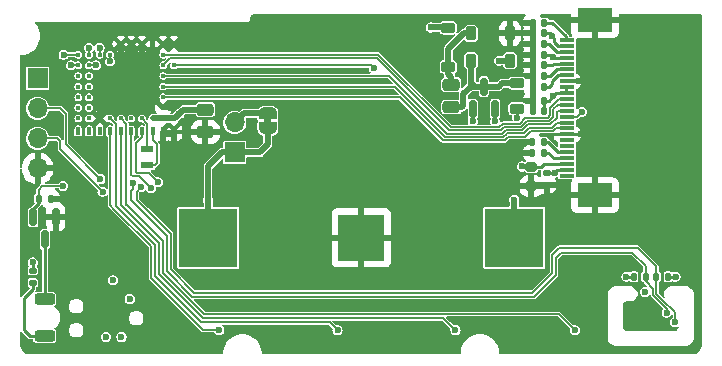
<source format=gbr>
%TF.GenerationSoftware,KiCad,Pcbnew,8.99.0-unknown-77b1d367df~178~ubuntu23.10.1*%
%TF.CreationDate,2024-11-07T11:46:47-05:00*%
%TF.ProjectId,nRF54L_ePaper,6e524635-344c-45f6-9550-617065722e6b,rev?*%
%TF.SameCoordinates,Original*%
%TF.FileFunction,Copper,L4,Bot*%
%TF.FilePolarity,Positive*%
%FSLAX46Y46*%
G04 Gerber Fmt 4.6, Leading zero omitted, Abs format (unit mm)*
G04 Created by KiCad (PCBNEW 8.99.0-unknown-77b1d367df~178~ubuntu23.10.1) date 2024-11-07 11:46:47*
%MOMM*%
%LPD*%
G01*
G04 APERTURE LIST*
G04 Aperture macros list*
%AMRoundRect*
0 Rectangle with rounded corners*
0 $1 Rounding radius*
0 $2 $3 $4 $5 $6 $7 $8 $9 X,Y pos of 4 corners*
0 Add a 4 corners polygon primitive as box body*
4,1,4,$2,$3,$4,$5,$6,$7,$8,$9,$2,$3,0*
0 Add four circle primitives for the rounded corners*
1,1,$1+$1,$2,$3*
1,1,$1+$1,$4,$5*
1,1,$1+$1,$6,$7*
1,1,$1+$1,$8,$9*
0 Add four rect primitives between the rounded corners*
20,1,$1+$1,$2,$3,$4,$5,0*
20,1,$1+$1,$4,$5,$6,$7,0*
20,1,$1+$1,$6,$7,$8,$9,0*
20,1,$1+$1,$8,$9,$2,$3,0*%
%AMFreePoly0*
4,1,19,0.500000,-0.750000,0.000000,-0.750000,0.000000,-0.744911,-0.071157,-0.744911,-0.207708,-0.704816,-0.327430,-0.627875,-0.420627,-0.520320,-0.479746,-0.390866,-0.500000,-0.250000,-0.500000,0.250000,-0.479746,0.390866,-0.420627,0.520320,-0.327430,0.627875,-0.207708,0.704816,-0.071157,0.744911,0.000000,0.744911,0.000000,0.750000,0.500000,0.750000,0.500000,-0.750000,0.500000,-0.750000,
$1*%
%AMFreePoly1*
4,1,19,0.000000,0.744911,0.071157,0.744911,0.207708,0.704816,0.327430,0.627875,0.420627,0.520320,0.479746,0.390866,0.500000,0.250000,0.500000,-0.250000,0.479746,-0.390866,0.420627,-0.520320,0.327430,-0.627875,0.207708,-0.704816,0.071157,-0.744911,0.000000,-0.744911,0.000000,-0.750000,-0.500000,-0.750000,-0.500000,0.750000,0.000000,0.750000,0.000000,0.744911,0.000000,0.744911,
$1*%
G04 Aperture macros list end*
%TA.AperFunction,EtchedComponent*%
%ADD10C,0.000000*%
%TD*%
%TA.AperFunction,ComponentPad*%
%ADD11R,1.700000X1.700000*%
%TD*%
%TA.AperFunction,ComponentPad*%
%ADD12O,1.700000X1.700000*%
%TD*%
%TA.AperFunction,SMDPad,CuDef*%
%ADD13RoundRect,0.135000X-0.135000X-0.185000X0.135000X-0.185000X0.135000X0.185000X-0.135000X0.185000X0*%
%TD*%
%TA.AperFunction,SMDPad,CuDef*%
%ADD14RoundRect,0.135000X-0.185000X0.135000X-0.185000X-0.135000X0.185000X-0.135000X0.185000X0.135000X0*%
%TD*%
%TA.AperFunction,SMDPad,CuDef*%
%ADD15RoundRect,0.140000X-0.140000X-0.170000X0.140000X-0.170000X0.140000X0.170000X-0.140000X0.170000X0*%
%TD*%
%TA.AperFunction,SMDPad,CuDef*%
%ADD16RoundRect,0.225000X0.375000X-0.225000X0.375000X0.225000X-0.375000X0.225000X-0.375000X-0.225000X0*%
%TD*%
%TA.AperFunction,SMDPad,CuDef*%
%ADD17R,1.300000X0.300000*%
%TD*%
%TA.AperFunction,SMDPad,CuDef*%
%ADD18R,3.000000X2.000000*%
%TD*%
%TA.AperFunction,SMDPad,CuDef*%
%ADD19FreePoly0,90.000000*%
%TD*%
%TA.AperFunction,SMDPad,CuDef*%
%ADD20FreePoly1,90.000000*%
%TD*%
%TA.AperFunction,SMDPad,CuDef*%
%ADD21RoundRect,0.225000X0.225000X0.375000X-0.225000X0.375000X-0.225000X-0.375000X0.225000X-0.375000X0*%
%TD*%
%TA.AperFunction,SMDPad,CuDef*%
%ADD22RoundRect,0.200000X-0.275000X0.200000X-0.275000X-0.200000X0.275000X-0.200000X0.275000X0.200000X0*%
%TD*%
%TA.AperFunction,SMDPad,CuDef*%
%ADD23RoundRect,0.135000X0.135000X0.185000X-0.135000X0.185000X-0.135000X-0.185000X0.135000X-0.185000X0*%
%TD*%
%TA.AperFunction,SMDPad,CuDef*%
%ADD24R,5.000000X5.000000*%
%TD*%
%TA.AperFunction,SMDPad,CuDef*%
%ADD25R,4.000000X4.000000*%
%TD*%
%TA.AperFunction,SMDPad,CuDef*%
%ADD26RoundRect,0.190000X-0.685000X0.285000X-0.685000X-0.285000X0.685000X-0.285000X0.685000X0.285000X0*%
%TD*%
%TA.AperFunction,SMDPad,CuDef*%
%ADD27RoundRect,0.150000X-0.150000X0.587500X-0.150000X-0.587500X0.150000X-0.587500X0.150000X0.587500X0*%
%TD*%
%TA.AperFunction,SMDPad,CuDef*%
%ADD28RoundRect,0.250000X0.475000X-0.250000X0.475000X0.250000X-0.475000X0.250000X-0.475000X-0.250000X0*%
%TD*%
%TA.AperFunction,SMDPad,CuDef*%
%ADD29R,1.100000X0.600000*%
%TD*%
%TA.AperFunction,SMDPad,CuDef*%
%ADD30RoundRect,0.150000X0.150000X-0.587500X0.150000X0.587500X-0.150000X0.587500X-0.150000X-0.587500X0*%
%TD*%
%TA.AperFunction,SMDPad,CuDef*%
%ADD31C,0.400000*%
%TD*%
%TA.AperFunction,SMDPad,CuDef*%
%ADD32R,0.400000X0.500000*%
%TD*%
%TA.AperFunction,SMDPad,CuDef*%
%ADD33RoundRect,0.218750X-0.381250X0.218750X-0.381250X-0.218750X0.381250X-0.218750X0.381250X0.218750X0*%
%TD*%
%TA.AperFunction,ViaPad*%
%ADD34C,0.600000*%
%TD*%
%TA.AperFunction,Conductor*%
%ADD35C,0.250000*%
%TD*%
%TA.AperFunction,Conductor*%
%ADD36C,0.500000*%
%TD*%
%TA.AperFunction,Conductor*%
%ADD37C,0.150000*%
%TD*%
%TA.AperFunction,Conductor*%
%ADD38C,0.127000*%
%TD*%
G04 APERTURE END LIST*
D10*
%TA.AperFunction,EtchedComponent*%
%TO.C,JP1*%
G36*
X121400000Y-54350000D02*
G01*
X120800000Y-54350000D01*
X120800000Y-53850000D01*
X121400000Y-53850000D01*
X121400000Y-54350000D01*
G37*
%TD.AperFunction*%
%TD*%
D11*
%TO.P,JP2,1,A*%
%TO.N,Net-(BT1-+)*%
X118300000Y-56775000D03*
D12*
%TO.P,JP2,2,B*%
%TO.N,VDD*%
X118300000Y-54235000D03*
%TD*%
D11*
%TO.P,J1,1,Pin_1*%
%TO.N,VDD*%
X101600000Y-50500000D03*
D12*
%TO.P,J1,2,Pin_2*%
%TO.N,/UART_TX*%
X101600000Y-53040000D03*
%TO.P,J1,3,Pin_3*%
%TO.N,/UART_RX*%
X101600000Y-55580000D03*
%TO.P,J1,4,Pin_4*%
%TO.N,GND*%
X101600000Y-58120000D03*
%TD*%
D13*
%TO.P,R7,1*%
%TO.N,Net-(Q2-G)*%
X101690000Y-60700000D03*
%TO.P,R7,2*%
%TO.N,GND*%
X102710000Y-60700000D03*
%TD*%
%TO.P,R9,1*%
%TO.N,VDD*%
X152080000Y-67300000D03*
%TO.P,R9,2*%
%TO.N,/SCL*%
X153100000Y-67300000D03*
%TD*%
D14*
%TO.P,R8,1*%
%TO.N,VDD*%
X101200000Y-66790000D03*
%TO.P,R8,2*%
%TO.N,Net-(D4-A)*%
X101200000Y-67810000D03*
%TD*%
D15*
%TO.P,C23,1*%
%TO.N,GND*%
X143495000Y-55925000D03*
%TO.P,C23,2*%
%TO.N,/VGH*%
X144455000Y-55925000D03*
%TD*%
D16*
%TO.P,D1,1,K*%
%TO.N,Net-(D1-K)*%
X136375000Y-49525000D03*
%TO.P,D1,2,A*%
%TO.N,/PREVGL*%
X136375000Y-46225000D03*
%TD*%
D17*
%TO.P,J2,1,Pin_1*%
%TO.N,/VCOM*%
X146450000Y-47250000D03*
%TO.P,J2,2,Pin_2*%
%TO.N,/PREVGL*%
X146450000Y-47750000D03*
%TO.P,J2,3,Pin_3*%
%TO.N,/VSL*%
X146450000Y-48250000D03*
%TO.P,J2,4,Pin_4*%
%TO.N,/PREVGH*%
X146450000Y-48750000D03*
%TO.P,J2,5,Pin_5*%
%TO.N,/VSH*%
X146450000Y-49250000D03*
%TO.P,J2,6,Pin_6*%
%TO.N,/VPP*%
X146450000Y-49750000D03*
%TO.P,J2,7,Pin_7*%
%TO.N,Net-(J2-Pin_7)*%
X146450000Y-50250000D03*
%TO.P,J2,8,Pin_8*%
%TO.N,GND*%
X146450000Y-50750000D03*
%TO.P,J2,9,Pin_9*%
%TO.N,VDD*%
X146450000Y-51250000D03*
%TO.P,J2,10,Pin_10*%
X146450000Y-51750000D03*
%TO.P,J2,11,Pin_11*%
%TO.N,/EPD_DIN*%
X146450000Y-52250000D03*
%TO.P,J2,12,Pin_12*%
%TO.N,/EPD_CLK*%
X146450000Y-52750000D03*
%TO.P,J2,13,Pin_13*%
%TO.N,/EPD_CS*%
X146450000Y-53250000D03*
%TO.P,J2,14,Pin_14*%
%TO.N,/EPD_DC*%
X146450000Y-53750000D03*
%TO.P,J2,15,Pin_15*%
%TO.N,/EPD_RST*%
X146450000Y-54250000D03*
%TO.P,J2,16,Pin_16*%
%TO.N,/EPD_BUSY*%
X146450000Y-54750000D03*
%TO.P,J2,17,Pin_17*%
%TO.N,GND*%
X146450000Y-55250000D03*
%TO.P,J2,18,Pin_18*%
%TO.N,/TSDA*%
X146450000Y-55750000D03*
%TO.P,J2,19,Pin_19*%
%TO.N,/TSCL*%
X146450000Y-56250000D03*
%TO.P,J2,20,Pin_20*%
%TO.N,/VGH*%
X146450000Y-56750000D03*
%TO.P,J2,21,Pin_21*%
%TO.N,/VGL*%
X146450000Y-57250000D03*
%TO.P,J2,22,Pin_22*%
%TO.N,/RESE*%
X146450000Y-57750000D03*
%TO.P,J2,23,Pin_23*%
%TO.N,/GDR*%
X146450000Y-58250000D03*
%TO.P,J2,24,Pin_24*%
%TO.N,/HTL_CTL*%
X146450000Y-58750000D03*
D18*
%TO.P,J2,MP,MountPin*%
%TO.N,GND*%
X148800000Y-45600000D03*
X148800000Y-60400000D03*
%TD*%
D15*
%TO.P,C14,1*%
%TO.N,GND*%
X143520000Y-46700000D03*
%TO.P,C14,2*%
%TO.N,/PREVGL*%
X144480000Y-46700000D03*
%TD*%
D19*
%TO.P,JP1,1,A*%
%TO.N,Net-(BT1-+)*%
X121100000Y-54750000D03*
D20*
%TO.P,JP1,2,B*%
%TO.N,VDD*%
X121100000Y-53450000D03*
%TD*%
D21*
%TO.P,D3,1,K*%
%TO.N,GND*%
X141600000Y-46700000D03*
%TO.P,D3,2,A*%
%TO.N,Net-(D1-K)*%
X138300000Y-46700000D03*
%TD*%
D15*
%TO.P,C24,1*%
%TO.N,GND*%
X143495000Y-56800000D03*
%TO.P,C24,2*%
%TO.N,/VGL*%
X144455000Y-56800000D03*
%TD*%
%TO.P,C20,1*%
%TO.N,GND*%
X143520000Y-51200000D03*
%TO.P,C20,2*%
%TO.N,Net-(J2-Pin_7)*%
X144480000Y-51200000D03*
%TD*%
D14*
%TO.P,R1,1*%
%TO.N,/GDR*%
X144700000Y-58490000D03*
%TO.P,R1,2*%
%TO.N,GND*%
X144700000Y-59510000D03*
%TD*%
D15*
%TO.P,C15,1*%
%TO.N,GND*%
X143520000Y-47600000D03*
%TO.P,C15,2*%
%TO.N,/VSL*%
X144480000Y-47600000D03*
%TD*%
D22*
%TO.P,R3,1*%
%TO.N,/RESE*%
X143400000Y-57975000D03*
%TO.P,R3,2*%
%TO.N,GND*%
X143400000Y-59625000D03*
%TD*%
D15*
%TO.P,C22,1*%
%TO.N,GND*%
X143520000Y-52400000D03*
%TO.P,C22,2*%
%TO.N,VDD*%
X144480000Y-52400000D03*
%TD*%
%TO.P,C19,1*%
%TO.N,GND*%
X143520000Y-50300000D03*
%TO.P,C19,2*%
%TO.N,/VPP*%
X144480000Y-50300000D03*
%TD*%
D23*
%TO.P,R10,1*%
%TO.N,VDD*%
X155000000Y-67300000D03*
%TO.P,R10,2*%
%TO.N,/SDA*%
X153980000Y-67300000D03*
%TD*%
D24*
%TO.P,BT1,1,+*%
%TO.N,Net-(BT1-+)*%
X116050000Y-64000000D03*
X141950000Y-64000000D03*
D25*
%TO.P,BT1,2,-*%
%TO.N,GND*%
X129000000Y-64000000D03*
%TD*%
D26*
%TO.P,D4,1,K*%
%TO.N,Net-(D4-K)*%
X102200000Y-69200000D03*
%TO.P,D4,2,A*%
%TO.N,Net-(D4-A)*%
X102200000Y-72300000D03*
%TD*%
D27*
%TO.P,Q2,1,G*%
%TO.N,Net-(Q2-G)*%
X101250000Y-62262500D03*
%TO.P,Q2,2,S*%
%TO.N,GND*%
X103150000Y-62262500D03*
%TO.P,Q2,3,D*%
%TO.N,Net-(D4-K)*%
X102200000Y-64137500D03*
%TD*%
D15*
%TO.P,C18,1*%
%TO.N,GND*%
X143520000Y-49400000D03*
%TO.P,C18,2*%
%TO.N,/VSH*%
X144480000Y-49400000D03*
%TD*%
D21*
%TO.P,D2,1,K*%
%TO.N,/PREVGH*%
X141605000Y-49000000D03*
%TO.P,D2,2,A*%
%TO.N,Net-(D2-A)*%
X138305000Y-49000000D03*
%TD*%
D15*
%TO.P,C17,1*%
%TO.N,GND*%
X143520000Y-48500000D03*
%TO.P,C17,2*%
%TO.N,/PREVGH*%
X144480000Y-48500000D03*
%TD*%
D28*
%TO.P,C1,1*%
%TO.N,GND*%
X115800000Y-55050000D03*
%TO.P,C1,2*%
%TO.N,VDD*%
X115800000Y-53150000D03*
%TD*%
D15*
%TO.P,C21,1*%
%TO.N,GND*%
X143520000Y-53300000D03*
%TO.P,C21,2*%
%TO.N,VDD*%
X144480000Y-53300000D03*
%TD*%
D29*
%TO.P,Y2,1,1*%
%TO.N,Net-(U1-P1.01)*%
X110900000Y-57875000D03*
%TO.P,Y2,2,2*%
%TO.N,Net-(U1-P1.00)*%
X110900000Y-56475000D03*
%TD*%
D15*
%TO.P,C13,1*%
%TO.N,GND*%
X143520000Y-45800000D03*
%TO.P,C13,2*%
%TO.N,/VCOM*%
X144480000Y-45800000D03*
%TD*%
D28*
%TO.P,C2,1*%
%TO.N,Net-(D2-A)*%
X136630000Y-52940000D03*
%TO.P,C2,2*%
%TO.N,Net-(D1-K)*%
X136630000Y-51040000D03*
%TD*%
D30*
%TO.P,Q1,1,G*%
%TO.N,/GDR*%
X140337500Y-53087500D03*
%TO.P,Q1,2,S*%
%TO.N,/RESE*%
X138437500Y-53087500D03*
%TO.P,Q1,3,D*%
%TO.N,Net-(D2-A)*%
X139387500Y-51212500D03*
%TD*%
D31*
%TO.P,U1,A1,GND*%
%TO.N,GND*%
X113150000Y-47600000D03*
%TO.P,U1,A3,P1.09*%
%TO.N,/EPD_DC*%
X113150000Y-49400000D03*
D32*
%TO.P,U1,A9,GND*%
%TO.N,GND*%
X113150000Y-55050000D03*
D31*
X113150000Y-54800000D03*
%TO.P,U1,B1,GND*%
X112250000Y-47600000D03*
%TO.P,U1,B2,P1.10*%
%TO.N,/EPD_DIN*%
X112250000Y-48500000D03*
%TO.P,U1,B3,P1.11*%
%TO.N,/EPD_CLK*%
X112250000Y-49400000D03*
%TO.P,U1,B4,P1.12*%
%TO.N,/EPD_CS*%
X112250000Y-50300000D03*
%TO.P,U1,B5,P1.13*%
%TO.N,/EPD_RST*%
X112250000Y-51200000D03*
%TO.P,U1,B6,P1.14*%
%TO.N,/EPD_BUSY*%
X112250000Y-52100000D03*
%TO.P,U1,B7,GND*%
%TO.N,GND*%
X112250000Y-53000000D03*
%TO.P,U1,B8,VDD*%
%TO.N,VDD*%
X112250000Y-53900000D03*
D32*
%TO.P,U1,B9,GND*%
%TO.N,GND*%
X112250000Y-55050000D03*
D31*
X112250000Y-54800000D03*
%TO.P,U1,C8,VDD*%
%TO.N,VDD*%
X111350000Y-53900000D03*
D32*
%TO.P,U1,C9,P1.01*%
%TO.N,Net-(U1-P1.01)*%
X111350000Y-55050000D03*
D31*
X111350000Y-54800000D03*
%TO.P,U1,D1,GND*%
%TO.N,GND*%
X110450000Y-47600000D03*
%TO.P,U1,D8,P1.00*%
%TO.N,Net-(U1-P1.00)*%
X110450000Y-53900000D03*
D32*
%TO.P,U1,D9,P1.02*%
%TO.N,/UART_RX*%
X110450000Y-55050000D03*
D31*
X110450000Y-54800000D03*
%TO.P,U1,E1,GND*%
%TO.N,GND*%
X109550000Y-47600000D03*
%TO.P,U1,E8,P1.03*%
%TO.N,unconnected-(U1-P1.03-PadE8)*%
X109550000Y-53900000D03*
D32*
%TO.P,U1,E9,P1.04*%
%TO.N,/UART_TX*%
X109550000Y-55050000D03*
D31*
X109550000Y-54800000D03*
%TO.P,U1,F1,GND*%
%TO.N,GND*%
X108650000Y-47600000D03*
%TO.P,U1,F8,P1.05*%
%TO.N,/SW4*%
X108650000Y-53900000D03*
D32*
%TO.P,U1,F9,P1.06*%
%TO.N,/SW3*%
X108650000Y-55050000D03*
D31*
X108650000Y-54800000D03*
%TO.P,U1,G2,~{RESET}*%
%TO.N,Net-(J4-~{RESET})*%
X107750000Y-48500000D03*
%TO.P,U1,G8,P1.08*%
%TO.N,/SW2*%
X107750000Y-53900000D03*
D32*
%TO.P,U1,G9,P1.07*%
%TO.N,/SW1*%
X107750000Y-55050000D03*
D31*
X107750000Y-54800000D03*
%TO.P,U1,H2,P0.04*%
%TO.N,/SCL*%
X106850000Y-48500000D03*
%TO.P,U1,H8,GND*%
%TO.N,GND*%
X106850000Y-53900000D03*
D32*
%TO.P,U1,H9,P2.00*%
%TO.N,unconnected-(U1-P2.00-PadH9)_1*%
X106850000Y-55050000D03*
D31*
%TO.N,unconnected-(U1-P2.00-PadH9)*%
X106850000Y-54800000D03*
%TO.P,U1,J2,P0.03*%
%TO.N,/SDA*%
X105950000Y-48500000D03*
%TO.P,U1,J3,SWDIO*%
%TO.N,Net-(J4-SWDIO)*%
X105950000Y-49400000D03*
%TO.P,U1,J4,P0.00*%
%TO.N,unconnected-(U1-P0.00-PadJ4)*%
X105950000Y-50300000D03*
%TO.P,U1,J5,P2.09*%
%TO.N,unconnected-(U1-P2.09-PadJ5)*%
X105950000Y-51200000D03*
%TO.P,U1,J6,P2.07*%
%TO.N,unconnected-(U1-P2.07-PadJ6)*%
X105950000Y-52100000D03*
%TO.P,U1,J7,P2.03*%
%TO.N,unconnected-(U1-P2.03-PadJ7)*%
X105950000Y-53000000D03*
%TO.P,U1,J8,P2.02*%
%TO.N,unconnected-(U1-P2.02-PadJ8)*%
X105950000Y-53900000D03*
D32*
%TO.P,U1,J9,P2.01*%
%TO.N,unconnected-(U1-P2.01-PadJ9)*%
X105950000Y-55050000D03*
D31*
%TO.N,unconnected-(U1-P2.01-PadJ9)_1*%
X105950000Y-54800000D03*
%TO.P,U1,K2,P0.02*%
%TO.N,Net-(Q2-G)*%
X105050000Y-48500000D03*
%TO.P,U1,K3,SWDCLK*%
%TO.N,Net-(J4-SWCLK)*%
X105050000Y-49400000D03*
%TO.P,U1,K4,P0.01*%
%TO.N,unconnected-(U1-P0.01-PadK4)*%
X105050000Y-50300000D03*
%TO.P,U1,K5,P2.10*%
%TO.N,unconnected-(U1-P2.10-PadK5)*%
X105050000Y-51200000D03*
%TO.P,U1,K6,P2.08*%
%TO.N,unconnected-(U1-P2.08-PadK6)*%
X105050000Y-52100000D03*
%TO.P,U1,K7,P2.06*%
%TO.N,unconnected-(U1-P2.06-PadK7)*%
X105050000Y-53000000D03*
%TO.P,U1,K8,P2.05*%
%TO.N,unconnected-(U1-P2.05-PadK8)*%
X105050000Y-53900000D03*
D32*
%TO.P,U1,K9,P2.04*%
%TO.N,unconnected-(U1-P2.04-PadK9)_1*%
X105050000Y-55050000D03*
D31*
%TO.N,unconnected-(U1-P2.04-PadK9)*%
X105050000Y-54800000D03*
%TD*%
D33*
%TO.P,L4,1*%
%TO.N,Net-(D2-A)*%
X142200000Y-50937500D03*
%TO.P,L4,2*%
%TO.N,VDD*%
X142200000Y-53062500D03*
%TD*%
D34*
%TO.N,VDD*%
X109400000Y-69200000D03*
X151460000Y-67300000D03*
X113600000Y-53500000D03*
X142200000Y-53840000D03*
X153040000Y-68600000D03*
X101190000Y-66090000D03*
X145230000Y-52040000D03*
X155620000Y-67300000D03*
%TO.N,GND*%
X137070000Y-69670000D03*
X142790000Y-48500000D03*
X109560000Y-48190000D03*
X106850000Y-53360000D03*
X142780000Y-56070000D03*
X142790000Y-46700000D03*
X117000000Y-69680000D03*
X144700000Y-60280000D03*
X104010000Y-62260000D03*
X108670000Y-48190000D03*
X152110000Y-71150000D03*
X142790000Y-45800000D03*
X103550000Y-60700000D03*
X142870000Y-56808000D03*
X113890000Y-47600000D03*
X142790000Y-47600000D03*
X113180000Y-55660000D03*
X112260000Y-55650000D03*
X142780000Y-49410000D03*
X114690000Y-55060000D03*
X147460000Y-50750000D03*
X147130000Y-69670000D03*
X127050000Y-69680000D03*
X147580000Y-55250000D03*
X143400000Y-60430000D03*
X106100000Y-69200000D03*
X110450000Y-48190000D03*
X112880000Y-53000000D03*
%TO.N,/PREVGL*%
X145185000Y-46905000D03*
X134880000Y-46200000D03*
%TO.N,/SCL*%
X109670000Y-59340000D03*
X154860000Y-70350000D03*
X106850000Y-47930000D03*
%TO.N,/SDA*%
X155570000Y-71150000D03*
X105950000Y-47940000D03*
X110370000Y-59730000D03*
%TO.N,/PREVGH*%
X145230466Y-48707047D03*
X140680000Y-49000000D03*
%TO.N,/GDR*%
X140340000Y-54140000D03*
X145370000Y-58490000D03*
%TO.N,/RESE*%
X142600000Y-57970000D03*
X138440000Y-54140000D03*
%TO.N,/EPD_DC*%
X130050000Y-49640000D03*
X147700000Y-53340000D03*
%TO.N,Net-(Q2-G)*%
X103820000Y-48510000D03*
X103760000Y-59620000D03*
%TO.N,Net-(J4-SWDIO)*%
X108700000Y-72400000D03*
X106560000Y-49400000D03*
%TO.N,Net-(J4-~{RESET})*%
X107750000Y-49070000D03*
X108000000Y-67600000D03*
%TO.N,Net-(J4-SWCLK)*%
X104440000Y-49400000D03*
X107400000Y-72400000D03*
%TO.N,/SW1*%
X116990000Y-71810000D03*
%TO.N,/SW2*%
X127000000Y-71830000D03*
%TO.N,/SW3*%
X136980000Y-71820000D03*
%TO.N,/SW4*%
X147110000Y-71830000D03*
%TO.N,/UART_TX*%
X111200000Y-59800000D03*
X106920000Y-59020000D03*
%TO.N,/UART_RX*%
X107100000Y-60100000D03*
X111800000Y-59300000D03*
%TO.N,Net-(BT1-+)*%
X116030000Y-60820000D03*
X141960000Y-60800000D03*
%TD*%
D35*
%TO.N,VDD*%
X142200000Y-53062500D02*
X142200000Y-53840000D01*
X144480000Y-53300000D02*
X144480000Y-52400000D01*
D36*
X121100000Y-53450000D02*
X119085000Y-53450000D01*
D35*
X152080000Y-67300000D02*
X151460000Y-67300000D01*
X146350000Y-51250000D02*
X146350000Y-51750000D01*
X144870000Y-52400000D02*
X144480000Y-52400000D01*
X155000000Y-67300000D02*
X155620000Y-67300000D01*
D36*
X113600000Y-53500000D02*
X113950000Y-53150000D01*
D35*
X145520000Y-51750000D02*
X144870000Y-52400000D01*
D36*
X113200000Y-53900000D02*
X111350000Y-53900000D01*
D35*
X101200000Y-66100000D02*
X101190000Y-66090000D01*
D36*
X119085000Y-53450000D02*
X118300000Y-54235000D01*
D35*
X101200000Y-66790000D02*
X101200000Y-66100000D01*
D36*
X113950000Y-53150000D02*
X115800000Y-53150000D01*
X113600000Y-53500000D02*
X113200000Y-53900000D01*
D35*
X146350000Y-51750000D02*
X145520000Y-51750000D01*
%TO.N,GND*%
X142900000Y-49400000D02*
X142890000Y-49410000D01*
X143520000Y-49400000D02*
X142900000Y-49400000D01*
D36*
X114700000Y-55050000D02*
X114690000Y-55060000D01*
D35*
X143520000Y-45800000D02*
X142790000Y-45800000D01*
D36*
X113150000Y-47600000D02*
X113890000Y-47600000D01*
D35*
X142878000Y-56800000D02*
X142870000Y-56808000D01*
X143400000Y-59625000D02*
X143400000Y-60430000D01*
X103150000Y-62262500D02*
X104007500Y-62262500D01*
X112250000Y-53000000D02*
X112880000Y-53000000D01*
X143520000Y-53300000D02*
X143520000Y-52400000D01*
D36*
X106850000Y-53900000D02*
X106850000Y-53360000D01*
X112250000Y-55050000D02*
X112250000Y-55640000D01*
D35*
X146350000Y-55250000D02*
X147580000Y-55250000D01*
X143520000Y-52400000D02*
X143520000Y-45800000D01*
D36*
X108650000Y-47600000D02*
X108650000Y-48170000D01*
D35*
X143510000Y-49410000D02*
X143520000Y-49400000D01*
D36*
X108650000Y-48170000D02*
X108670000Y-48190000D01*
D35*
X102710000Y-60700000D02*
X103550000Y-60700000D01*
X144700000Y-59510000D02*
X144700000Y-60280000D01*
D36*
X109550000Y-48180000D02*
X109560000Y-48190000D01*
D35*
X143495000Y-56800000D02*
X142878000Y-56800000D01*
X104007500Y-62262500D02*
X104010000Y-62260000D01*
X143520000Y-48500000D02*
X142790000Y-48500000D01*
X142925000Y-55925000D02*
X143495000Y-55925000D01*
D36*
X141600000Y-46700000D02*
X142790000Y-46700000D01*
X110450000Y-47600000D02*
X110450000Y-48190000D01*
D35*
X142780000Y-56070000D02*
X142925000Y-55925000D01*
X143520000Y-47600000D02*
X142790000Y-47600000D01*
D36*
X115800000Y-55050000D02*
X114700000Y-55050000D01*
D35*
X143520000Y-46700000D02*
X142790000Y-46700000D01*
D36*
X113150000Y-55630000D02*
X113180000Y-55660000D01*
X112250000Y-55640000D02*
X112260000Y-55650000D01*
D35*
X142780000Y-49410000D02*
X143510000Y-49410000D01*
X146350000Y-50750000D02*
X147460000Y-50750000D01*
D36*
X113150000Y-55050000D02*
X113150000Y-55630000D01*
X113150000Y-47600000D02*
X112250000Y-47600000D01*
X109550000Y-47600000D02*
X109550000Y-48180000D01*
D35*
%TO.N,/VCOM*%
X146350000Y-47250000D02*
X146350000Y-46955000D01*
X145195000Y-45800000D02*
X144480000Y-45800000D01*
X146350000Y-46955000D02*
X145195000Y-45800000D01*
%TO.N,/PREVGL*%
X146350000Y-47750000D02*
X145690000Y-47750000D01*
D36*
X134880000Y-46200000D02*
X136350000Y-46200000D01*
D35*
X145330000Y-47050000D02*
X145185000Y-46905000D01*
X145185000Y-46905000D02*
X144980000Y-46700000D01*
X144980000Y-46700000D02*
X144480000Y-46700000D01*
D36*
X136350000Y-46200000D02*
X136375000Y-46225000D01*
D35*
X145690000Y-47750000D02*
X145330000Y-47390000D01*
X145330000Y-47390000D02*
X145330000Y-47050000D01*
%TO.N,/VSL*%
X144890000Y-47600000D02*
X144480000Y-47600000D01*
X145540000Y-48250000D02*
X144890000Y-47600000D01*
X146350000Y-48250000D02*
X145540000Y-48250000D01*
D37*
%TO.N,/SCL*%
X109670000Y-59880000D02*
X109520000Y-60030000D01*
X154860000Y-70011738D02*
X153703000Y-68854738D01*
X109670000Y-59340000D02*
X109670000Y-59880000D01*
X109520000Y-60840000D02*
X112530000Y-63850000D01*
X112530000Y-63850000D02*
X112530000Y-66820000D01*
X154860000Y-70350000D02*
X154860000Y-70011738D01*
X143630000Y-69000000D02*
X145480000Y-67150000D01*
X153100000Y-66410000D02*
X153100000Y-67300000D01*
X151970000Y-65280000D02*
X153100000Y-66410000D01*
X109520000Y-60030000D02*
X109520000Y-60840000D01*
X153703000Y-68303000D02*
X153100000Y-67700000D01*
X145480000Y-65700000D02*
X145900000Y-65280000D01*
X112530000Y-66820000D02*
X114710000Y-69000000D01*
X145480000Y-67150000D02*
X145480000Y-65700000D01*
X145900000Y-65280000D02*
X151970000Y-65280000D01*
X153703000Y-68854738D02*
X153703000Y-68303000D01*
X106850000Y-48500000D02*
X106850000Y-47930000D01*
X114710000Y-69000000D02*
X143630000Y-69000000D01*
X153100000Y-67700000D02*
X153100000Y-67300000D01*
%TO.N,/EPD_DIN*%
X130460000Y-48500000D02*
X112250000Y-48500000D01*
X146350000Y-52250000D02*
X145750000Y-52250000D01*
X145000000Y-53650000D02*
X144790000Y-53860000D01*
X136602000Y-54642000D02*
X130460000Y-48500000D01*
X144790000Y-53860000D02*
X142890000Y-53860000D01*
X145750000Y-52250000D02*
X145000000Y-53000000D01*
X142890000Y-53860000D02*
X142408000Y-54342000D01*
X145000000Y-53000000D02*
X145000000Y-53650000D01*
X140708000Y-54642000D02*
X136602000Y-54642000D01*
X142408000Y-54342000D02*
X141008000Y-54342000D01*
X141008000Y-54342000D02*
X140708000Y-54642000D01*
%TO.N,/SDA*%
X112870000Y-63660000D02*
X110000000Y-60790000D01*
X155570000Y-70840000D02*
X155570000Y-71150000D01*
X145180000Y-66970000D02*
X143500000Y-68650000D01*
D38*
X105950000Y-48500000D02*
X105950000Y-47940000D01*
D37*
X112870000Y-66660000D02*
X112870000Y-63660000D01*
X153980000Y-67300000D02*
X153980000Y-68740000D01*
X153980000Y-67300000D02*
X153980000Y-66410000D01*
X145780000Y-64840000D02*
X145180000Y-65440000D01*
X154480000Y-69240000D02*
X155570000Y-70330000D01*
X155570000Y-70330000D02*
X155570000Y-70840000D01*
X153980000Y-68740000D02*
X154480000Y-69240000D01*
X110000000Y-60790000D02*
X110000000Y-60100000D01*
X152410000Y-64840000D02*
X145780000Y-64840000D01*
X143500000Y-68650000D02*
X114860000Y-68650000D01*
X145180000Y-65440000D02*
X145180000Y-66970000D01*
X110000000Y-60100000D02*
X110370000Y-59730000D01*
X153980000Y-66410000D02*
X152410000Y-64840000D01*
X114860000Y-68650000D02*
X112870000Y-66660000D01*
%TO.N,/EPD_CLK*%
X130340000Y-48810000D02*
X136449000Y-54919000D01*
X145277000Y-53764738D02*
X145277000Y-53114738D01*
X142522738Y-54619000D02*
X143004738Y-54137000D01*
X112840000Y-48810000D02*
X130340000Y-48810000D01*
X136449000Y-54919000D02*
X140822738Y-54919000D01*
X112250000Y-49400000D02*
X112840000Y-48810000D01*
X140822738Y-54919000D02*
X141122738Y-54619000D01*
X145641738Y-52750000D02*
X146350000Y-52750000D01*
X143004738Y-54137000D02*
X144904738Y-54137000D01*
X144904738Y-54137000D02*
X145277000Y-53764738D01*
X145277000Y-53114738D02*
X145641738Y-52750000D01*
X141122738Y-54619000D02*
X142522738Y-54619000D01*
%TO.N,Net-(U1-P1.01)*%
X111750000Y-57650000D02*
X111525000Y-57875000D01*
X111525000Y-57875000D02*
X110900000Y-57875000D01*
X111750000Y-56100000D02*
X111750000Y-57650000D01*
X111350000Y-55050000D02*
X111350000Y-55700000D01*
X111350000Y-55700000D02*
X111750000Y-56100000D01*
%TO.N,Net-(U1-P1.00)*%
X110900000Y-54350000D02*
X110450000Y-53900000D01*
X110900000Y-56475000D02*
X110900000Y-54350000D01*
D36*
%TO.N,Net-(D2-A)*%
X138305000Y-49000000D02*
X138305000Y-50430000D01*
X138305000Y-50430000D02*
X138305000Y-51165000D01*
X137500000Y-52940000D02*
X137640000Y-52800000D01*
X138305000Y-50710000D02*
X138305000Y-50897500D01*
X140627500Y-51212500D02*
X139387500Y-51212500D01*
X139387500Y-51212500D02*
X138620000Y-51212500D01*
X138305000Y-50430000D02*
X138305000Y-50710000D01*
X136630000Y-52940000D02*
X137500000Y-52940000D01*
X137640000Y-52800000D02*
X137640000Y-51830000D01*
X138257500Y-51212500D02*
X138620000Y-51212500D01*
X140902500Y-50937500D02*
X140627500Y-51212500D01*
X138305000Y-51165000D02*
X138257500Y-51212500D01*
X142200000Y-50937500D02*
X140902500Y-50937500D01*
X138305000Y-50897500D02*
X138620000Y-51212500D01*
X137640000Y-51830000D02*
X138257500Y-51212500D01*
%TO.N,Net-(D1-K)*%
X136630000Y-50420000D02*
X136375000Y-50165000D01*
X136630000Y-51040000D02*
X136630000Y-50420000D01*
X136375000Y-48000000D02*
X136375000Y-49525000D01*
X138300000Y-46700000D02*
X137675000Y-46700000D01*
X136375000Y-50165000D02*
X136375000Y-49525000D01*
X137675000Y-46700000D02*
X136375000Y-48000000D01*
D35*
%TO.N,/PREVGH*%
X144480000Y-48500000D02*
X145030000Y-48500000D01*
X145023419Y-48500000D02*
X145230466Y-48707047D01*
X145280000Y-48750000D02*
X146350000Y-48750000D01*
X145030000Y-48500000D02*
X145280000Y-48750000D01*
D36*
X141605000Y-49000000D02*
X140680000Y-49000000D01*
D35*
X144480000Y-48500000D02*
X145023419Y-48500000D01*
%TO.N,/VSH*%
X145330000Y-49250000D02*
X145180000Y-49400000D01*
X146350000Y-49250000D02*
X145330000Y-49250000D01*
X145180000Y-49400000D02*
X144480000Y-49400000D01*
%TO.N,/VPP*%
X144480000Y-50300000D02*
X145020000Y-50300000D01*
X145020000Y-50300000D02*
X145570000Y-49750000D01*
X145570000Y-49750000D02*
X146350000Y-49750000D01*
%TO.N,/VGH*%
X144805000Y-55925000D02*
X144455000Y-55925000D01*
X146350000Y-56750000D02*
X145630000Y-56750000D01*
X145630000Y-56750000D02*
X144805000Y-55925000D01*
%TO.N,/VGL*%
X145300000Y-57250000D02*
X146350000Y-57250000D01*
X144455000Y-56800000D02*
X144850000Y-56800000D01*
X144850000Y-56800000D02*
X145300000Y-57250000D01*
D37*
%TO.N,/EPD_BUSY*%
X143348952Y-54968000D02*
X142866952Y-55450000D01*
X145248952Y-54968000D02*
X143348952Y-54968000D01*
X141466951Y-55450000D02*
X141162951Y-55754000D01*
X135924000Y-55754000D02*
X132270000Y-52100000D01*
X145466952Y-54750000D02*
X145248952Y-54968000D01*
X141162951Y-55754000D02*
X135924000Y-55754000D01*
X132270000Y-52100000D02*
X112250000Y-52100000D01*
X142866952Y-55450000D02*
X141466951Y-55450000D01*
X146350000Y-54750000D02*
X145466952Y-54750000D01*
D35*
%TO.N,Net-(J2-Pin_7)*%
X145646000Y-50250000D02*
X146350000Y-50250000D01*
X145130000Y-50766000D02*
X145646000Y-50250000D01*
X144480000Y-51200000D02*
X144880000Y-51200000D01*
X145130000Y-50950000D02*
X145130000Y-50766000D01*
X144880000Y-51200000D02*
X145130000Y-50950000D01*
%TO.N,/GDR*%
X146350000Y-58250000D02*
X145610000Y-58250000D01*
X145610000Y-58250000D02*
X145370000Y-58490000D01*
X140337500Y-53087500D02*
X140337500Y-54137500D01*
X140337500Y-54137500D02*
X140340000Y-54140000D01*
X144700000Y-58490000D02*
X145370000Y-58490000D01*
%TO.N,/RESE*%
X144470000Y-57750000D02*
X144245000Y-57975000D01*
X138437500Y-53087500D02*
X138437500Y-54137500D01*
X146350000Y-57750000D02*
X144470000Y-57750000D01*
X143400000Y-57975000D02*
X142605000Y-57975000D01*
X142605000Y-57975000D02*
X142600000Y-57970000D01*
X138437500Y-54137500D02*
X138440000Y-54140000D01*
X144245000Y-57975000D02*
X143400000Y-57975000D01*
D37*
%TO.N,/EPD_CS*%
X140937476Y-55196000D02*
X140937475Y-55196000D01*
X145554000Y-53356000D02*
X145554000Y-53879476D01*
X145019476Y-54414000D02*
X143119476Y-54414000D01*
X145554000Y-53879476D02*
X145019476Y-54414000D01*
X140937475Y-55196000D02*
X140933475Y-55200000D01*
X146350000Y-53250000D02*
X145660000Y-53250000D01*
X141150000Y-54983475D02*
X140937476Y-55196000D01*
X142637476Y-54896000D02*
X141237475Y-54896000D01*
X145660000Y-53250000D02*
X145554000Y-53356000D01*
X136280000Y-55200000D02*
X131380000Y-50300000D01*
X141237475Y-54896000D02*
X141150000Y-54983475D01*
X131380000Y-50300000D02*
X112250000Y-50300000D01*
X140933475Y-55200000D02*
X136280000Y-55200000D01*
X143119476Y-54414000D02*
X142637476Y-54896000D01*
%TO.N,/EPD_DC*%
X147290000Y-53750000D02*
X146350000Y-53750000D01*
X147700000Y-53340000D02*
X147290000Y-53750000D01*
X113150000Y-49400000D02*
X129810000Y-49400000D01*
X129810000Y-49400000D02*
X130050000Y-49640000D01*
%TO.N,/EPD_RST*%
X145575214Y-54250000D02*
X146350000Y-54250000D01*
X141048213Y-55477000D02*
X141214476Y-55310737D01*
X145134214Y-54691000D02*
X145575214Y-54250000D01*
X112250000Y-51200000D02*
X131850000Y-51200000D01*
X136127000Y-55477000D02*
X141048213Y-55477000D01*
X143234214Y-54691000D02*
X145134214Y-54691000D01*
X131850000Y-51200000D02*
X136127000Y-55477000D01*
X142752214Y-55173000D02*
X143234214Y-54691000D01*
X141214476Y-55310737D02*
X141255212Y-55270000D01*
X141255212Y-55270000D02*
X141352212Y-55173000D01*
X141352212Y-55173000D02*
X142752214Y-55173000D01*
D35*
%TO.N,Net-(D4-K)*%
X102200000Y-64137500D02*
X102200000Y-69200000D01*
%TO.N,Net-(Q2-G)*%
X101250000Y-61540000D02*
X101250000Y-62262500D01*
D38*
X105050000Y-48500000D02*
X103830000Y-48500000D01*
X101690000Y-59940000D02*
X101690000Y-60700000D01*
X103830000Y-48500000D02*
X103820000Y-48510000D01*
X103760000Y-59620000D02*
X102010000Y-59620000D01*
X102010000Y-59620000D02*
X101690000Y-59940000D01*
D35*
X101690000Y-61100000D02*
X101250000Y-61540000D01*
X101690000Y-60700000D02*
X101690000Y-61100000D01*
%TO.N,Net-(D4-A)*%
X100930000Y-72300000D02*
X100470000Y-71840000D01*
X102200000Y-72300000D02*
X100930000Y-72300000D01*
X100470000Y-71840000D02*
X100470000Y-69110000D01*
X100470000Y-69110000D02*
X101200000Y-68380000D01*
X101200000Y-68380000D02*
X101200000Y-67810000D01*
D37*
%TO.N,Net-(J4-SWDIO)*%
X105950000Y-49400000D02*
X106560000Y-49400000D01*
%TO.N,Net-(J4-~{RESET})*%
X107750000Y-48500000D02*
X107750000Y-49070000D01*
%TO.N,Net-(J4-SWCLK)*%
X105050000Y-49400000D02*
X104440000Y-49400000D01*
%TO.N,/SW1*%
X111220000Y-64740000D02*
X111220000Y-67390000D01*
X107750000Y-61270000D02*
X108110000Y-61630000D01*
X115640000Y-71810000D02*
X116990000Y-71810000D01*
X108110000Y-61630000D02*
X111220000Y-64740000D01*
X111220000Y-67390000D02*
X115640000Y-71810000D01*
X107750000Y-55050000D02*
X107750000Y-61270000D01*
%TO.N,/SW2*%
X108248000Y-54398000D02*
X108248000Y-61328000D01*
X108550000Y-61630000D02*
X111560000Y-64640000D01*
X111560000Y-67260000D02*
X115450000Y-71150000D01*
X108248000Y-61328000D02*
X108550000Y-61630000D01*
X115450000Y-71150000D02*
X126320000Y-71150000D01*
X126320000Y-71150000D02*
X127000000Y-71830000D01*
X111560000Y-64640000D02*
X111560000Y-67260000D01*
X107750000Y-53900000D02*
X108248000Y-54398000D01*
%TO.N,/SW3*%
X111860000Y-67050000D02*
X115620000Y-70810000D01*
X108650000Y-61250000D02*
X108975000Y-61575000D01*
X108650000Y-55050000D02*
X108650000Y-61250000D01*
X108975000Y-61575000D02*
X111860000Y-64460000D01*
X135970000Y-70810000D02*
X136980000Y-71820000D01*
X115620000Y-70810000D02*
X135970000Y-70810000D01*
X111860000Y-64460000D02*
X111860000Y-67050000D01*
%TO.N,/SW4*%
X109100000Y-61210000D02*
X109150000Y-61260000D01*
X112190000Y-66980000D02*
X115670000Y-70460000D01*
X109100000Y-54350000D02*
X109100000Y-61210000D01*
X115670000Y-70460000D02*
X145740000Y-70460000D01*
X145740000Y-70460000D02*
X147110000Y-71830000D01*
X109150000Y-61260000D02*
X112190000Y-64300000D01*
X112190000Y-64300000D02*
X112190000Y-66980000D01*
X108650000Y-53900000D02*
X109100000Y-54350000D01*
%TO.N,/UART_TX*%
X104000000Y-56100000D02*
X104000000Y-53500000D01*
X110200000Y-58800000D02*
X111200000Y-59800000D01*
X106920000Y-59020000D02*
X104000000Y-56100000D01*
X109550000Y-55050000D02*
X109550000Y-58650000D01*
X109700000Y-58800000D02*
X110200000Y-58800000D01*
X103540000Y-53040000D02*
X101600000Y-53040000D01*
X109550000Y-58650000D02*
X109700000Y-58800000D01*
X104000000Y-53500000D02*
X103540000Y-53040000D01*
%TO.N,/UART_RX*%
X103280000Y-55580000D02*
X103500000Y-55800000D01*
X109900000Y-58400000D02*
X110000000Y-58500000D01*
X103500000Y-56500000D02*
X107100000Y-60100000D01*
X110000000Y-58500000D02*
X110023000Y-58523000D01*
X103500000Y-55800000D02*
X103500000Y-56500000D01*
X110450000Y-55450000D02*
X110200000Y-55700000D01*
X111023000Y-58523000D02*
X111800000Y-59300000D01*
X109900000Y-56000000D02*
X109900000Y-56600000D01*
X109900000Y-56600000D02*
X109900000Y-58400000D01*
X110450000Y-55050000D02*
X110450000Y-55450000D01*
X110023000Y-58523000D02*
X111023000Y-58523000D01*
X101600000Y-55580000D02*
X103280000Y-55580000D01*
X110200000Y-55700000D02*
X109900000Y-56000000D01*
D36*
%TO.N,Net-(BT1-+)*%
X141950000Y-60810000D02*
X141960000Y-60800000D01*
X141950000Y-64000000D02*
X141950000Y-60810000D01*
X117225000Y-56775000D02*
X118300000Y-56775000D01*
X116050000Y-64000000D02*
X116050000Y-60840000D01*
X116030000Y-60820000D02*
X116030000Y-57970000D01*
X121100000Y-56100000D02*
X121100000Y-54750000D01*
X116050000Y-60840000D02*
X116030000Y-60820000D01*
X116030000Y-57970000D02*
X117225000Y-56775000D01*
X120425000Y-56775000D02*
X121100000Y-56100000D01*
X118300000Y-56775000D02*
X120425000Y-56775000D01*
%TD*%
%TA.AperFunction,Conductor*%
%TO.N,GND*%
G36*
X142898208Y-45118306D02*
G01*
X142916514Y-45162500D01*
X142898208Y-45206694D01*
X142870281Y-45234621D01*
X142870279Y-45234622D01*
X142787969Y-45373802D01*
X142787968Y-45373803D01*
X142742854Y-45529086D01*
X142742854Y-45529091D01*
X142741208Y-45549999D01*
X142741209Y-45550000D01*
X143457500Y-45550000D01*
X143501694Y-45568306D01*
X143520000Y-45612500D01*
X143520000Y-45800000D01*
X143707500Y-45800000D01*
X143751694Y-45818306D01*
X143770000Y-45862500D01*
X143770000Y-53237500D01*
X143751694Y-53281694D01*
X143707500Y-53300000D01*
X143332500Y-53300000D01*
X143288306Y-53281694D01*
X143270000Y-53237500D01*
X143270000Y-52650000D01*
X142903058Y-52650000D01*
X142858864Y-52631694D01*
X142782915Y-52555744D01*
X142672247Y-52504138D01*
X142621819Y-52497500D01*
X141778190Y-52497500D01*
X141778188Y-52497500D01*
X141778182Y-52497501D01*
X141727752Y-52504139D01*
X141727750Y-52504139D01*
X141727749Y-52504140D01*
X141617084Y-52555744D01*
X141617084Y-52555745D01*
X141530745Y-52642084D01*
X141530744Y-52642084D01*
X141479138Y-52752752D01*
X141472500Y-52803174D01*
X141472500Y-53321809D01*
X141472500Y-53321810D01*
X141472501Y-53321818D01*
X141479139Y-53372248D01*
X141479140Y-53372250D01*
X141530744Y-53482915D01*
X141617084Y-53569255D01*
X141617085Y-53569255D01*
X141617086Y-53569256D01*
X141661033Y-53589749D01*
X141727752Y-53620861D01*
X141740490Y-53622538D01*
X141781917Y-53646455D01*
X141794298Y-53692660D01*
X141789187Y-53710462D01*
X141785599Y-53718318D01*
X141785598Y-53718322D01*
X141768104Y-53839999D01*
X141785598Y-53961677D01*
X141785599Y-53961680D01*
X141826407Y-54051037D01*
X141828114Y-54098842D01*
X141795518Y-54133852D01*
X141769555Y-54139500D01*
X140967717Y-54139500D01*
X140893296Y-54170326D01*
X140893291Y-54170330D01*
X140878589Y-54185032D01*
X140834394Y-54203337D01*
X140790201Y-54185030D01*
X140773334Y-54144309D01*
X140772532Y-54144425D01*
X140772079Y-54141281D01*
X140771896Y-54140837D01*
X140771896Y-54140001D01*
X140770883Y-54132952D01*
X140754401Y-54018321D01*
X140704151Y-53908290D01*
X140702445Y-53860487D01*
X140716811Y-53838133D01*
X140720403Y-53834542D01*
X140762308Y-53739634D01*
X140763094Y-53732866D01*
X140764999Y-53716441D01*
X140765000Y-53716439D01*
X140765000Y-52458560D01*
X140764999Y-52458558D01*
X140762309Y-52435370D01*
X140762307Y-52435364D01*
X140720405Y-52340461D01*
X140720402Y-52340457D01*
X140647042Y-52267097D01*
X140647038Y-52267094D01*
X140552135Y-52225192D01*
X140552129Y-52225190D01*
X140528940Y-52222500D01*
X140528932Y-52222500D01*
X140146068Y-52222500D01*
X140146060Y-52222500D01*
X140122870Y-52225190D01*
X140122864Y-52225192D01*
X140027961Y-52267094D01*
X140027957Y-52267097D01*
X139954597Y-52340457D01*
X139954594Y-52340461D01*
X139912692Y-52435364D01*
X139912690Y-52435370D01*
X139910000Y-52458558D01*
X139910000Y-53716441D01*
X139912690Y-53739629D01*
X139912692Y-53739635D01*
X139954594Y-53834538D01*
X139954597Y-53834542D01*
X139961621Y-53841566D01*
X139979927Y-53885760D01*
X139974279Y-53911723D01*
X139925599Y-54018319D01*
X139925598Y-54018322D01*
X139908104Y-54140000D01*
X139925598Y-54261677D01*
X139925599Y-54261680D01*
X139966407Y-54351037D01*
X139968114Y-54398842D01*
X139935518Y-54433852D01*
X139909555Y-54439500D01*
X138870445Y-54439500D01*
X138826251Y-54421194D01*
X138807945Y-54377000D01*
X138813593Y-54351037D01*
X138822444Y-54331656D01*
X138854401Y-54261679D01*
X138871896Y-54140000D01*
X138854401Y-54018321D01*
X138804151Y-53908290D01*
X138802445Y-53860487D01*
X138816811Y-53838133D01*
X138820403Y-53834542D01*
X138862308Y-53739634D01*
X138863094Y-53732866D01*
X138864999Y-53716441D01*
X138865000Y-53716439D01*
X138865000Y-52458560D01*
X138864999Y-52458558D01*
X138862309Y-52435370D01*
X138862307Y-52435364D01*
X138820405Y-52340461D01*
X138820402Y-52340457D01*
X138747042Y-52267097D01*
X138747038Y-52267094D01*
X138652135Y-52225192D01*
X138652129Y-52225190D01*
X138628940Y-52222500D01*
X138628932Y-52222500D01*
X138246068Y-52222500D01*
X138246060Y-52222500D01*
X138222870Y-52225190D01*
X138222864Y-52225192D01*
X138127961Y-52267094D01*
X138127957Y-52267097D01*
X138124194Y-52270861D01*
X138080000Y-52289167D01*
X138035806Y-52270861D01*
X138017500Y-52226667D01*
X138017500Y-52012253D01*
X138035806Y-51968059D01*
X138395559Y-51608306D01*
X138439753Y-51590000D01*
X138570301Y-51590000D01*
X138897500Y-51590000D01*
X138941694Y-51608306D01*
X138960000Y-51652500D01*
X138960000Y-51841441D01*
X138962690Y-51864629D01*
X138962692Y-51864635D01*
X139004594Y-51959538D01*
X139004597Y-51959542D01*
X139077957Y-52032902D01*
X139077961Y-52032905D01*
X139140945Y-52060714D01*
X139172866Y-52074808D01*
X139172867Y-52074808D01*
X139172870Y-52074809D01*
X139196058Y-52077499D01*
X139196061Y-52077500D01*
X139196068Y-52077500D01*
X139578939Y-52077500D01*
X139578941Y-52077499D01*
X139602129Y-52074809D01*
X139602130Y-52074808D01*
X139602134Y-52074808D01*
X139669026Y-52045272D01*
X139697038Y-52032905D01*
X139697038Y-52032904D01*
X139697042Y-52032903D01*
X139770403Y-51959542D01*
X139774728Y-51949748D01*
X139791148Y-51912557D01*
X139812308Y-51864634D01*
X139814999Y-51841441D01*
X139815000Y-51841439D01*
X139815000Y-51652500D01*
X139833306Y-51608306D01*
X139877500Y-51590000D01*
X140677198Y-51590000D01*
X140677199Y-51590000D01*
X140773210Y-51564274D01*
X140775665Y-51562857D01*
X140797500Y-51550250D01*
X140859290Y-51514575D01*
X140931943Y-51441922D01*
X141040560Y-51333306D01*
X141084754Y-51315000D01*
X141470916Y-51315000D01*
X141515110Y-51333306D01*
X141527559Y-51351084D01*
X141530744Y-51357915D01*
X141617084Y-51444255D01*
X141617085Y-51444255D01*
X141617086Y-51444256D01*
X141727752Y-51495861D01*
X141778181Y-51502500D01*
X142621818Y-51502499D01*
X142672248Y-51495861D01*
X142674720Y-51494707D01*
X142676465Y-51494631D01*
X142676841Y-51494522D01*
X142676867Y-51494613D01*
X142722508Y-51492616D01*
X142757780Y-51524929D01*
X142761157Y-51533912D01*
X142787968Y-51626196D01*
X142787969Y-51626197D01*
X142871940Y-51768185D01*
X142878680Y-51815543D01*
X142871940Y-51831815D01*
X142787969Y-51973802D01*
X142787968Y-51973803D01*
X142742854Y-52129086D01*
X142742854Y-52129091D01*
X142741208Y-52149999D01*
X142741209Y-52150000D01*
X143270000Y-52150000D01*
X143270000Y-50550000D01*
X142924420Y-50550000D01*
X142880226Y-50531694D01*
X142872887Y-50521211D01*
X142872389Y-50521561D01*
X142869254Y-50517083D01*
X142782915Y-50430744D01*
X142672247Y-50379138D01*
X142621819Y-50372500D01*
X141778190Y-50372500D01*
X141778188Y-50372500D01*
X141778182Y-50372501D01*
X141727752Y-50379139D01*
X141727750Y-50379139D01*
X141727749Y-50379140D01*
X141617084Y-50430744D01*
X141617084Y-50430745D01*
X141530745Y-50517083D01*
X141530744Y-50517084D01*
X141527559Y-50523916D01*
X141492290Y-50556232D01*
X141470916Y-50560000D01*
X140952199Y-50560000D01*
X140852801Y-50560000D01*
X140852800Y-50560000D01*
X140852794Y-50560001D01*
X140756793Y-50585724D01*
X140756790Y-50585725D01*
X140670708Y-50635425D01*
X140670704Y-50635428D01*
X140489441Y-50816694D01*
X140445247Y-50835000D01*
X139877500Y-50835000D01*
X139833306Y-50816694D01*
X139815000Y-50772500D01*
X139815000Y-50583560D01*
X139814999Y-50583558D01*
X139812309Y-50560370D01*
X139812307Y-50560364D01*
X139808686Y-50552164D01*
X139796214Y-50523916D01*
X139770405Y-50465461D01*
X139770402Y-50465457D01*
X139697042Y-50392097D01*
X139697038Y-50392094D01*
X139602135Y-50350192D01*
X139602129Y-50350190D01*
X139578940Y-50347500D01*
X139578932Y-50347500D01*
X139196068Y-50347500D01*
X139196060Y-50347500D01*
X139172870Y-50350190D01*
X139172864Y-50350192D01*
X139077961Y-50392094D01*
X139077957Y-50392097D01*
X139004597Y-50465457D01*
X139004594Y-50465461D01*
X138962692Y-50560364D01*
X138962690Y-50560370D01*
X138960000Y-50583558D01*
X138960000Y-50772500D01*
X138941694Y-50816694D01*
X138897500Y-50835000D01*
X138802254Y-50835000D01*
X138758060Y-50816694D01*
X138700806Y-50759440D01*
X138682500Y-50715246D01*
X138682500Y-50049999D01*
X142741208Y-50049999D01*
X142741209Y-50050000D01*
X143270000Y-50050000D01*
X143270000Y-49650000D01*
X142741211Y-49650000D01*
X142742856Y-49670921D01*
X142789065Y-49829971D01*
X142787613Y-49830392D01*
X142788223Y-49869784D01*
X142789065Y-49870029D01*
X142788270Y-49872765D01*
X142788274Y-49873020D01*
X142788012Y-49873650D01*
X142742854Y-50029086D01*
X142742854Y-50029091D01*
X142741208Y-50049999D01*
X138682500Y-50049999D01*
X138682500Y-49731829D01*
X138700806Y-49687635D01*
X138717548Y-49675681D01*
X138737662Y-49665848D01*
X138820848Y-49582662D01*
X138872517Y-49476972D01*
X138882500Y-49408453D01*
X138882499Y-49000000D01*
X140248104Y-49000000D01*
X140265598Y-49121677D01*
X140265599Y-49121680D01*
X140316665Y-49233500D01*
X140316669Y-49233506D01*
X140397166Y-49326403D01*
X140397168Y-49326405D01*
X140500584Y-49392866D01*
X140500586Y-49392866D01*
X140500587Y-49392867D01*
X140618534Y-49427500D01*
X140618535Y-49427500D01*
X140741465Y-49427500D01*
X140859416Y-49392866D01*
X140862900Y-49390626D01*
X140867888Y-49387422D01*
X140901678Y-49377500D01*
X140968937Y-49377500D01*
X141013131Y-49395806D01*
X141030784Y-49430989D01*
X141037483Y-49476972D01*
X141089152Y-49582662D01*
X141172338Y-49665848D01*
X141278028Y-49717517D01*
X141346547Y-49727500D01*
X141863452Y-49727499D01*
X141931972Y-49717517D01*
X142037662Y-49665848D01*
X142120848Y-49582662D01*
X142172517Y-49476972D01*
X142182500Y-49408453D01*
X142182500Y-49149999D01*
X142741208Y-49149999D01*
X142741209Y-49150000D01*
X143270000Y-49150000D01*
X143270000Y-48750000D01*
X142741211Y-48750000D01*
X142742856Y-48770921D01*
X142789065Y-48929971D01*
X142787613Y-48930392D01*
X142788223Y-48969784D01*
X142789065Y-48970029D01*
X142788270Y-48972765D01*
X142788274Y-48973020D01*
X142788012Y-48973650D01*
X142742854Y-49129086D01*
X142742854Y-49129091D01*
X142741208Y-49149999D01*
X142182500Y-49149999D01*
X142182499Y-48591548D01*
X142172517Y-48523028D01*
X142120848Y-48417338D01*
X142037662Y-48334152D01*
X141931972Y-48282483D01*
X141931970Y-48282482D01*
X141931969Y-48282482D01*
X141877539Y-48274552D01*
X141863453Y-48272500D01*
X141863452Y-48272500D01*
X141346548Y-48272500D01*
X141278030Y-48282482D01*
X141278029Y-48282482D01*
X141278028Y-48282483D01*
X141232873Y-48304558D01*
X141172337Y-48334152D01*
X141089152Y-48417337D01*
X141037482Y-48523030D01*
X141030784Y-48569010D01*
X141006298Y-48610104D01*
X140968937Y-48622500D01*
X140901678Y-48622500D01*
X140867888Y-48612578D01*
X140859420Y-48607136D01*
X140859417Y-48607134D01*
X140859416Y-48607134D01*
X140859413Y-48607133D01*
X140741466Y-48572500D01*
X140741465Y-48572500D01*
X140618535Y-48572500D01*
X140618534Y-48572500D01*
X140500587Y-48607132D01*
X140397166Y-48673596D01*
X140316669Y-48766493D01*
X140316665Y-48766499D01*
X140265599Y-48878319D01*
X140265598Y-48878322D01*
X140248104Y-49000000D01*
X138882499Y-49000000D01*
X138882499Y-48591548D01*
X138872517Y-48523028D01*
X138820848Y-48417338D01*
X138737662Y-48334152D01*
X138631972Y-48282483D01*
X138631970Y-48282482D01*
X138631969Y-48282482D01*
X138577539Y-48274552D01*
X138563453Y-48272500D01*
X138563452Y-48272500D01*
X138046548Y-48272500D01*
X137978030Y-48282482D01*
X137978029Y-48282482D01*
X137978028Y-48282483D01*
X137932873Y-48304558D01*
X137872337Y-48334152D01*
X137789152Y-48417337D01*
X137737482Y-48523030D01*
X137727500Y-48591547D01*
X137727500Y-49408451D01*
X137737482Y-49476969D01*
X137737483Y-49476972D01*
X137789152Y-49582662D01*
X137872338Y-49665848D01*
X137892450Y-49675680D01*
X137924113Y-49711535D01*
X137927500Y-49731829D01*
X137927500Y-50982746D01*
X137909194Y-51026940D01*
X137589193Y-51346940D01*
X137544999Y-51365246D01*
X137500805Y-51346940D01*
X137482499Y-51302748D01*
X137482499Y-50754174D01*
X137471809Y-50680796D01*
X137416476Y-50567610D01*
X137327390Y-50478524D01*
X137214204Y-50423191D01*
X137214202Y-50423190D01*
X137214201Y-50423190D01*
X137155913Y-50414698D01*
X137140827Y-50412500D01*
X137140826Y-50412500D01*
X137066765Y-50412500D01*
X137022571Y-50394194D01*
X137006395Y-50366176D01*
X136981774Y-50274291D01*
X136981773Y-50274289D01*
X136977333Y-50266600D01*
X136960768Y-50237908D01*
X136932075Y-50188209D01*
X136932072Y-50188205D01*
X136903400Y-50159534D01*
X136885093Y-50115340D01*
X136903398Y-50071146D01*
X136920141Y-50059190D01*
X136957662Y-50040848D01*
X137040848Y-49957662D01*
X137092517Y-49851972D01*
X137102500Y-49783453D01*
X137102499Y-49266548D01*
X137092517Y-49198028D01*
X137040848Y-49092338D01*
X136957662Y-49009152D01*
X136851972Y-48957483D01*
X136828425Y-48954052D01*
X136805988Y-48950783D01*
X136764895Y-48926296D01*
X136752500Y-48888936D01*
X136752500Y-48249999D01*
X142741208Y-48249999D01*
X142741209Y-48250000D01*
X143270000Y-48250000D01*
X143270000Y-47850000D01*
X142741211Y-47850000D01*
X142742856Y-47870921D01*
X142789065Y-48029971D01*
X142787613Y-48030392D01*
X142788223Y-48069784D01*
X142789065Y-48070029D01*
X142788270Y-48072765D01*
X142788274Y-48073020D01*
X142788012Y-48073650D01*
X142742854Y-48229086D01*
X142742854Y-48229091D01*
X142741208Y-48249999D01*
X136752500Y-48249999D01*
X136752500Y-48182253D01*
X136770806Y-48138059D01*
X137212372Y-47696493D01*
X137670392Y-47238472D01*
X137714585Y-47220167D01*
X137758779Y-47238473D01*
X137770734Y-47255217D01*
X137784149Y-47282658D01*
X137784151Y-47282661D01*
X137784152Y-47282662D01*
X137867338Y-47365848D01*
X137973028Y-47417517D01*
X138041547Y-47427500D01*
X138558452Y-47427499D01*
X138626972Y-47417517D01*
X138732662Y-47365848D01*
X138815848Y-47282662D01*
X138867517Y-47176972D01*
X138875333Y-47123323D01*
X140650001Y-47123323D01*
X140660142Y-47222597D01*
X140660143Y-47222604D01*
X140713453Y-47383484D01*
X140802426Y-47527731D01*
X140922268Y-47647573D01*
X141066515Y-47736546D01*
X141227398Y-47789857D01*
X141326681Y-47799999D01*
X141349999Y-47799999D01*
X141850000Y-47799999D01*
X141873312Y-47799999D01*
X141873323Y-47799998D01*
X141972597Y-47789857D01*
X141972604Y-47789856D01*
X142133484Y-47736546D01*
X142277731Y-47647573D01*
X142397573Y-47527731D01*
X142486546Y-47383484D01*
X142497642Y-47349999D01*
X142741208Y-47349999D01*
X142741209Y-47350000D01*
X143270000Y-47350000D01*
X143270000Y-46950000D01*
X142741211Y-46950000D01*
X142742856Y-46970921D01*
X142789065Y-47129971D01*
X142787613Y-47130392D01*
X142788223Y-47169784D01*
X142789065Y-47170029D01*
X142788270Y-47172765D01*
X142788274Y-47173020D01*
X142788012Y-47173650D01*
X142742854Y-47329086D01*
X142742854Y-47329091D01*
X142741208Y-47349999D01*
X142497642Y-47349999D01*
X142539857Y-47222601D01*
X142549999Y-47123322D01*
X142550000Y-47123313D01*
X142550000Y-46950000D01*
X141850000Y-46950000D01*
X141850000Y-47799999D01*
X141349999Y-47799999D01*
X141350000Y-47799998D01*
X141350000Y-46950000D01*
X140650001Y-46950000D01*
X140650001Y-47123323D01*
X138875333Y-47123323D01*
X138877500Y-47108453D01*
X138877499Y-46291548D01*
X138875333Y-46276677D01*
X140650000Y-46276677D01*
X140650000Y-46450000D01*
X141350000Y-46450000D01*
X141850000Y-46450000D01*
X142549999Y-46450000D01*
X142549999Y-46449999D01*
X142741208Y-46449999D01*
X142741209Y-46450000D01*
X143270000Y-46450000D01*
X143270000Y-46050000D01*
X142741211Y-46050000D01*
X142742856Y-46070921D01*
X142789065Y-46229971D01*
X142787613Y-46230392D01*
X142788223Y-46269784D01*
X142789065Y-46270029D01*
X142788270Y-46272765D01*
X142788274Y-46273020D01*
X142788012Y-46273650D01*
X142742854Y-46429086D01*
X142742854Y-46429091D01*
X142741208Y-46449999D01*
X142549999Y-46449999D01*
X142549999Y-46276688D01*
X142549998Y-46276676D01*
X142539857Y-46177402D01*
X142539856Y-46177395D01*
X142486546Y-46016515D01*
X142397573Y-45872268D01*
X142277731Y-45752426D01*
X142133484Y-45663453D01*
X141972601Y-45610142D01*
X141873322Y-45600000D01*
X141850000Y-45600000D01*
X141850000Y-46450000D01*
X141350000Y-46450000D01*
X141350000Y-45600000D01*
X141326690Y-45600000D01*
X141326675Y-45600001D01*
X141227402Y-45610142D01*
X141227395Y-45610143D01*
X141066515Y-45663453D01*
X140922268Y-45752426D01*
X140802426Y-45872268D01*
X140713453Y-46016515D01*
X140660142Y-46177398D01*
X140650000Y-46276677D01*
X138875333Y-46276677D01*
X138867517Y-46223028D01*
X138815848Y-46117338D01*
X138732662Y-46034152D01*
X138626972Y-45982483D01*
X138626970Y-45982482D01*
X138626969Y-45982482D01*
X138572539Y-45974552D01*
X138558453Y-45972500D01*
X138558452Y-45972500D01*
X138041548Y-45972500D01*
X137973030Y-45982482D01*
X137973029Y-45982482D01*
X137973028Y-45982483D01*
X137944667Y-45996348D01*
X137867337Y-46034152D01*
X137784152Y-46117337D01*
X137732482Y-46223030D01*
X137725784Y-46269010D01*
X137701298Y-46310104D01*
X137663937Y-46322500D01*
X137625301Y-46322500D01*
X137625300Y-46322500D01*
X137625294Y-46322501D01*
X137529293Y-46348224D01*
X137529290Y-46348225D01*
X137443208Y-46397925D01*
X137443204Y-46397928D01*
X137169277Y-46671856D01*
X137125083Y-46690162D01*
X137080889Y-46671856D01*
X137062583Y-46627662D01*
X137068934Y-46600212D01*
X137087091Y-46563071D01*
X137092517Y-46551972D01*
X137102500Y-46483453D01*
X137102499Y-45966548D01*
X137092517Y-45898028D01*
X137040848Y-45792338D01*
X136957662Y-45709152D01*
X136851972Y-45657483D01*
X136851970Y-45657482D01*
X136851969Y-45657482D01*
X136797539Y-45649552D01*
X136783453Y-45647500D01*
X136783452Y-45647500D01*
X135966548Y-45647500D01*
X135898030Y-45657482D01*
X135898029Y-45657482D01*
X135898028Y-45657483D01*
X135845183Y-45683317D01*
X135792337Y-45709152D01*
X135709155Y-45792334D01*
X135706313Y-45796316D01*
X135665735Y-45821647D01*
X135655446Y-45822500D01*
X135101678Y-45822500D01*
X135067888Y-45812578D01*
X135059420Y-45807136D01*
X135059417Y-45807134D01*
X135059416Y-45807134D01*
X135059413Y-45807133D01*
X134941466Y-45772500D01*
X134941465Y-45772500D01*
X134818535Y-45772500D01*
X134818534Y-45772500D01*
X134700587Y-45807132D01*
X134597166Y-45873596D01*
X134516669Y-45966493D01*
X134516665Y-45966499D01*
X134465599Y-46078319D01*
X134465598Y-46078322D01*
X134448104Y-46200000D01*
X134465598Y-46321677D01*
X134465599Y-46321680D01*
X134516665Y-46433500D01*
X134516669Y-46433506D01*
X134577452Y-46503652D01*
X134597168Y-46526405D01*
X134700584Y-46592866D01*
X134700586Y-46592866D01*
X134700587Y-46592867D01*
X134818534Y-46627500D01*
X134818535Y-46627500D01*
X134941465Y-46627500D01*
X135059416Y-46592866D01*
X135062900Y-46590626D01*
X135067888Y-46587422D01*
X135101678Y-46577500D01*
X135630949Y-46577500D01*
X135675143Y-46595806D01*
X135687097Y-46612548D01*
X135694407Y-46627500D01*
X135709151Y-46657661D01*
X135709152Y-46657662D01*
X135792338Y-46740848D01*
X135898028Y-46792517D01*
X135966547Y-46802500D01*
X136783452Y-46802499D01*
X136851972Y-46792517D01*
X136900213Y-46768932D01*
X136947955Y-46765968D01*
X136983811Y-46797631D01*
X136986776Y-46845375D01*
X136971856Y-46869276D01*
X136072929Y-47768204D01*
X136072922Y-47768213D01*
X136023227Y-47854286D01*
X136021097Y-47862237D01*
X136021096Y-47862236D01*
X136021096Y-47862240D01*
X135997500Y-47950296D01*
X135997500Y-48888937D01*
X135979194Y-48933131D01*
X135944011Y-48950784D01*
X135917850Y-48954595D01*
X135898028Y-48957483D01*
X135866247Y-48973020D01*
X135792337Y-49009152D01*
X135709152Y-49092337D01*
X135657482Y-49198030D01*
X135647500Y-49266547D01*
X135647500Y-49783451D01*
X135657482Y-49851969D01*
X135657483Y-49851972D01*
X135709152Y-49957662D01*
X135792338Y-50040848D01*
X135898028Y-50092517D01*
X135944010Y-50099216D01*
X135985104Y-50123702D01*
X135997500Y-50161063D01*
X135997500Y-50214697D01*
X135997501Y-50214705D01*
X136023225Y-50310709D01*
X136023226Y-50310712D01*
X136045359Y-50349045D01*
X136051604Y-50396471D01*
X136022484Y-50434422D01*
X136018683Y-50436445D01*
X135932612Y-50478522D01*
X135932609Y-50478524D01*
X135843525Y-50567608D01*
X135788190Y-50680798D01*
X135777500Y-50754173D01*
X135777500Y-51325825D01*
X135788190Y-51399201D01*
X135788191Y-51399204D01*
X135843524Y-51512390D01*
X135932610Y-51601476D01*
X136045796Y-51656809D01*
X136119173Y-51667500D01*
X137140826Y-51667499D01*
X137204941Y-51658158D01*
X137251312Y-51669901D01*
X137275798Y-51710994D01*
X137274321Y-51736181D01*
X137262501Y-51780294D01*
X137262500Y-51780302D01*
X137262500Y-52257961D01*
X137244194Y-52302155D01*
X137200000Y-52320461D01*
X137190990Y-52319808D01*
X137140827Y-52312500D01*
X136119174Y-52312500D01*
X136045798Y-52323190D01*
X136045797Y-52323190D01*
X136045796Y-52323191D01*
X135957095Y-52366554D01*
X135932608Y-52378525D01*
X135843525Y-52467608D01*
X135843524Y-52467609D01*
X135843524Y-52467610D01*
X135816690Y-52522500D01*
X135788190Y-52580798D01*
X135777500Y-52654173D01*
X135777500Y-53225825D01*
X135788190Y-53299201D01*
X135788191Y-53299204D01*
X135843524Y-53412390D01*
X135932610Y-53501476D01*
X136045796Y-53556809D01*
X136119173Y-53567500D01*
X137140826Y-53567499D01*
X137214204Y-53556809D01*
X137327390Y-53501476D01*
X137416476Y-53412390D01*
X137445730Y-53352548D01*
X137481585Y-53320886D01*
X137501879Y-53317500D01*
X137549698Y-53317500D01*
X137549699Y-53317500D01*
X137645710Y-53291774D01*
X137654227Y-53286857D01*
X137699347Y-53260806D01*
X137731790Y-53242075D01*
X137805344Y-53168521D01*
X137903306Y-53070560D01*
X137947500Y-53052254D01*
X137991694Y-53070560D01*
X138010000Y-53114754D01*
X138010000Y-53716441D01*
X138012690Y-53739629D01*
X138012692Y-53739635D01*
X138054594Y-53834538D01*
X138054597Y-53834542D01*
X138061621Y-53841566D01*
X138079927Y-53885760D01*
X138074279Y-53911723D01*
X138025599Y-54018319D01*
X138025598Y-54018322D01*
X138008104Y-54140000D01*
X138025598Y-54261677D01*
X138025599Y-54261680D01*
X138066407Y-54351037D01*
X138068114Y-54398842D01*
X138035518Y-54433852D01*
X138009555Y-54439500D01*
X136711767Y-54439500D01*
X136667573Y-54421194D01*
X130574708Y-48328330D01*
X130574703Y-48328326D01*
X130500282Y-48297500D01*
X130500280Y-48297500D01*
X113543257Y-48297500D01*
X113499063Y-48279194D01*
X113480757Y-48235000D01*
X113481468Y-48225597D01*
X113482958Y-48215801D01*
X113150000Y-47882842D01*
X112817040Y-48215801D01*
X112818531Y-48225595D01*
X112807084Y-48272041D01*
X112766148Y-48296788D01*
X112756743Y-48297500D01*
X112643257Y-48297500D01*
X112599063Y-48279194D01*
X112580757Y-48235000D01*
X112581468Y-48225597D01*
X112582958Y-48215801D01*
X112250000Y-47882842D01*
X111917040Y-48215801D01*
X111950656Y-48233444D01*
X111981281Y-48270190D01*
X111976952Y-48317830D01*
X111975738Y-48320034D01*
X111937503Y-48386259D01*
X111919598Y-48487807D01*
X111917448Y-48500000D01*
X111937503Y-48613739D01*
X111995250Y-48713760D01*
X112083724Y-48787998D01*
X112192253Y-48827500D01*
X112192256Y-48827500D01*
X112307744Y-48827500D01*
X112307747Y-48827500D01*
X112401893Y-48793233D01*
X112449682Y-48795320D01*
X112482000Y-48830587D01*
X112479913Y-48878377D01*
X112467463Y-48896158D01*
X112309428Y-49054194D01*
X112265234Y-49072500D01*
X112192250Y-49072500D01*
X112083724Y-49112001D01*
X111995250Y-49186239D01*
X111937503Y-49286260D01*
X111917448Y-49400000D01*
X111937503Y-49513739D01*
X111995250Y-49613760D01*
X112083724Y-49687998D01*
X112189244Y-49726405D01*
X112192253Y-49727500D01*
X112192256Y-49727500D01*
X112307744Y-49727500D01*
X112307747Y-49727500D01*
X112416276Y-49687998D01*
X112504750Y-49613760D01*
X112562497Y-49513739D01*
X112582552Y-49400000D01*
X112581280Y-49392789D01*
X112591631Y-49346089D01*
X112598630Y-49337746D01*
X112757791Y-49178585D01*
X112801983Y-49160281D01*
X112846177Y-49178587D01*
X112864483Y-49222781D01*
X112856110Y-49254030D01*
X112837503Y-49286258D01*
X112817448Y-49400000D01*
X112837503Y-49513739D01*
X112895250Y-49613760D01*
X112983724Y-49687998D01*
X113089244Y-49726405D01*
X113092253Y-49727500D01*
X113092256Y-49727500D01*
X113207744Y-49727500D01*
X113207747Y-49727500D01*
X113316276Y-49687998D01*
X113400743Y-49617121D01*
X113440917Y-49602500D01*
X129558556Y-49602500D01*
X129602750Y-49620806D01*
X129620419Y-49656105D01*
X129622533Y-49670806D01*
X129635598Y-49761677D01*
X129635599Y-49761680D01*
X129686665Y-49873500D01*
X129686669Y-49873506D01*
X129767167Y-49966404D01*
X129767168Y-49966405D01*
X129792090Y-49982421D01*
X129819373Y-50021714D01*
X129810880Y-50068789D01*
X129771587Y-50096072D01*
X129758301Y-50097500D01*
X112540917Y-50097500D01*
X112500743Y-50082878D01*
X112486761Y-50071146D01*
X112441141Y-50032866D01*
X112416275Y-50012001D01*
X112307749Y-49972500D01*
X112307747Y-49972500D01*
X112192253Y-49972500D01*
X112192250Y-49972500D01*
X112083724Y-50012001D01*
X111995250Y-50086239D01*
X111937503Y-50186260D01*
X111928396Y-50237908D01*
X111917448Y-50300000D01*
X111937503Y-50413739D01*
X111995250Y-50513760D01*
X112083724Y-50587998D01*
X112192253Y-50627500D01*
X112192256Y-50627500D01*
X112307744Y-50627500D01*
X112307747Y-50627500D01*
X112416276Y-50587998D01*
X112500743Y-50517121D01*
X112540917Y-50502500D01*
X131270234Y-50502500D01*
X131314428Y-50520806D01*
X131684428Y-50890806D01*
X131702734Y-50935000D01*
X131684428Y-50979194D01*
X131640234Y-50997500D01*
X112540917Y-50997500D01*
X112500743Y-50982878D01*
X112416275Y-50912001D01*
X112307749Y-50872500D01*
X112307747Y-50872500D01*
X112192253Y-50872500D01*
X112192250Y-50872500D01*
X112083724Y-50912001D01*
X111995250Y-50986239D01*
X111937503Y-51086260D01*
X111923694Y-51164574D01*
X111917448Y-51200000D01*
X111937503Y-51313739D01*
X111995250Y-51413760D01*
X112083724Y-51487998D01*
X112192253Y-51527500D01*
X112192256Y-51527500D01*
X112307744Y-51527500D01*
X112307747Y-51527500D01*
X112416276Y-51487998D01*
X112500743Y-51417121D01*
X112540917Y-51402500D01*
X131740234Y-51402500D01*
X131784428Y-51420806D01*
X132154428Y-51790806D01*
X132172734Y-51835000D01*
X132154428Y-51879194D01*
X132110234Y-51897500D01*
X112540917Y-51897500D01*
X112500743Y-51882878D01*
X112416275Y-51812001D01*
X112307749Y-51772500D01*
X112307747Y-51772500D01*
X112192253Y-51772500D01*
X112192250Y-51772500D01*
X112083724Y-51812001D01*
X111995250Y-51886239D01*
X111937503Y-51986260D01*
X111917448Y-52100000D01*
X111937503Y-52213739D01*
X111975737Y-52279963D01*
X111981980Y-52327390D01*
X111952860Y-52365340D01*
X111950655Y-52366554D01*
X111917039Y-52384196D01*
X111917039Y-52384197D01*
X112249999Y-52717157D01*
X112582958Y-52384197D01*
X112581468Y-52374404D01*
X112592917Y-52327958D01*
X112633853Y-52303211D01*
X112643257Y-52302500D01*
X132160234Y-52302500D01*
X132204428Y-52320806D01*
X135752329Y-55868707D01*
X135809293Y-55925671D01*
X135809294Y-55925671D01*
X135809296Y-55925673D01*
X135883717Y-55956499D01*
X135883720Y-55956500D01*
X141203231Y-55956500D01*
X141234290Y-55943635D01*
X141277654Y-55925673D01*
X141277654Y-55925672D01*
X141277658Y-55925671D01*
X141532523Y-55670806D01*
X141576717Y-55652500D01*
X142668072Y-55652500D01*
X142712266Y-55670806D01*
X142713967Y-55672575D01*
X142716209Y-55675000D01*
X143432500Y-55675000D01*
X143476694Y-55693306D01*
X143495000Y-55737500D01*
X143495000Y-56112500D01*
X143476694Y-56156694D01*
X143432500Y-56175000D01*
X142716211Y-56175000D01*
X142717856Y-56195921D01*
X142761185Y-56345063D01*
X142761186Y-56379936D01*
X142717853Y-56529092D01*
X142716208Y-56549999D01*
X142716209Y-56550000D01*
X143432500Y-56550000D01*
X143476694Y-56568306D01*
X143495000Y-56612500D01*
X143495000Y-56987500D01*
X143476694Y-57031694D01*
X143432500Y-57050000D01*
X142716211Y-57050000D01*
X142717856Y-57070921D01*
X142762968Y-57226196D01*
X142762969Y-57226197D01*
X142845279Y-57365377D01*
X142914179Y-57434277D01*
X142932485Y-57478471D01*
X142914179Y-57522665D01*
X142914179Y-57522666D01*
X142863910Y-57572934D01*
X142819715Y-57591239D01*
X142785929Y-57581319D01*
X142779416Y-57577134D01*
X142779415Y-57577133D01*
X142661466Y-57542500D01*
X142661465Y-57542500D01*
X142538535Y-57542500D01*
X142538534Y-57542500D01*
X142420587Y-57577132D01*
X142317166Y-57643596D01*
X142236669Y-57736493D01*
X142236665Y-57736499D01*
X142185599Y-57848319D01*
X142185599Y-57848320D01*
X142168104Y-57970000D01*
X142185598Y-58091677D01*
X142185599Y-58091680D01*
X142236665Y-58203500D01*
X142236669Y-58203506D01*
X142311618Y-58290000D01*
X142317168Y-58296405D01*
X142420584Y-58362866D01*
X142420586Y-58362866D01*
X142420587Y-58362867D01*
X142538534Y-58397500D01*
X142538535Y-58397500D01*
X142661466Y-58397500D01*
X142661466Y-58397499D01*
X142769615Y-58365744D01*
X142779413Y-58362867D01*
X142779413Y-58362866D01*
X142779416Y-58362866D01*
X142779827Y-58362601D01*
X142780105Y-58362551D01*
X142783481Y-58361010D01*
X142783874Y-58361870D01*
X142826899Y-58354097D01*
X142857822Y-58370978D01*
X142934253Y-58447409D01*
X142934254Y-58447409D01*
X142934256Y-58447411D01*
X143038929Y-58496221D01*
X143086625Y-58502500D01*
X143713374Y-58502499D01*
X143761071Y-58496221D01*
X143865744Y-58447411D01*
X143947411Y-58365744D01*
X143995048Y-58263585D01*
X144030316Y-58231269D01*
X144051692Y-58227500D01*
X144194775Y-58227500D01*
X144196562Y-58227500D01*
X144240756Y-58245806D01*
X144259062Y-58290000D01*
X144257861Y-58302194D01*
X144252500Y-58329144D01*
X144252500Y-58650856D01*
X144268931Y-58733461D01*
X144265626Y-58734118D01*
X144265644Y-58770165D01*
X144239705Y-58800072D01*
X144147835Y-58854404D01*
X144100477Y-58861144D01*
X144083686Y-58854094D01*
X143964399Y-58781982D01*
X143802109Y-58731410D01*
X143802108Y-58731409D01*
X143731574Y-58725000D01*
X143650000Y-58725000D01*
X143650000Y-59375000D01*
X143811500Y-59375000D01*
X143811500Y-59322500D01*
X143829806Y-59278306D01*
X143874000Y-59260000D01*
X145512845Y-59260000D01*
X145512844Y-59259999D01*
X145472405Y-59120805D01*
X145472404Y-59120804D01*
X145404798Y-59006487D01*
X145398058Y-58959129D01*
X145426779Y-58920876D01*
X145440983Y-58914705D01*
X145549416Y-58882866D01*
X145576450Y-58865491D01*
X145623525Y-58856998D01*
X145662818Y-58884280D01*
X145671625Y-58909600D01*
X145671901Y-58909546D01*
X145672293Y-58911520D01*
X145672438Y-58911935D01*
X145672498Y-58912550D01*
X145679898Y-58949748D01*
X145679898Y-58949749D01*
X145708077Y-58991922D01*
X145723909Y-59002500D01*
X145750252Y-59020102D01*
X145787442Y-59027500D01*
X145787443Y-59027500D01*
X146829412Y-59027500D01*
X146873606Y-59045806D01*
X146891912Y-59090000D01*
X146879445Y-59127455D01*
X146856649Y-59157905D01*
X146856647Y-59157908D01*
X146806402Y-59292622D01*
X146800000Y-59352164D01*
X146800000Y-60150000D01*
X148550000Y-60150000D01*
X149050000Y-60150000D01*
X150800000Y-60150000D01*
X150800000Y-59352177D01*
X150799999Y-59352164D01*
X150793597Y-59292622D01*
X150743352Y-59157908D01*
X150743350Y-59157905D01*
X150657191Y-59042813D01*
X150657186Y-59042808D01*
X150542094Y-58956649D01*
X150542091Y-58956647D01*
X150407377Y-58906402D01*
X150347835Y-58900000D01*
X149050000Y-58900000D01*
X149050000Y-60150000D01*
X148550000Y-60150000D01*
X148550000Y-58900000D01*
X147290000Y-58900000D01*
X147245806Y-58881694D01*
X147227500Y-58837500D01*
X147227500Y-58587442D01*
X147227198Y-58585925D01*
X147220102Y-58550252D01*
X147209726Y-58534723D01*
X147200394Y-58487807D01*
X147209726Y-58465277D01*
X147220101Y-58449749D01*
X147220102Y-58449748D01*
X147227500Y-58412558D01*
X147227500Y-58087442D01*
X147220102Y-58050252D01*
X147217709Y-58046671D01*
X147209726Y-58034723D01*
X147200394Y-57987807D01*
X147209726Y-57965277D01*
X147220101Y-57949749D01*
X147220102Y-57949748D01*
X147227500Y-57912558D01*
X147227500Y-57587442D01*
X147220102Y-57550252D01*
X147214922Y-57542500D01*
X147209726Y-57534723D01*
X147200394Y-57487807D01*
X147209726Y-57465277D01*
X147216661Y-57454898D01*
X147220102Y-57449748D01*
X147227500Y-57412558D01*
X147227500Y-57087442D01*
X147220102Y-57050252D01*
X147209726Y-57034723D01*
X147200394Y-56987807D01*
X147209726Y-56965277D01*
X147220101Y-56949749D01*
X147220102Y-56949748D01*
X147227500Y-56912558D01*
X147227500Y-56587442D01*
X147220102Y-56550252D01*
X147209726Y-56534723D01*
X147200394Y-56487807D01*
X147209726Y-56465277D01*
X147220101Y-56449749D01*
X147220102Y-56449748D01*
X147227500Y-56412558D01*
X147227500Y-56087442D01*
X147220102Y-56050252D01*
X147219932Y-56049998D01*
X147209726Y-56034723D01*
X147200394Y-55987807D01*
X147209726Y-55965277D01*
X147220101Y-55949749D01*
X147220102Y-55949748D01*
X147226387Y-55918154D01*
X147252962Y-55878382D01*
X147265844Y-55871789D01*
X147342094Y-55843350D01*
X147457186Y-55757191D01*
X147457191Y-55757186D01*
X147543350Y-55642094D01*
X147543352Y-55642091D01*
X147593597Y-55507377D01*
X147599999Y-55447835D01*
X147600000Y-55447822D01*
X147600000Y-55400000D01*
X145300000Y-55400000D01*
X145300000Y-55447835D01*
X145306402Y-55507377D01*
X145356647Y-55642091D01*
X145356649Y-55642094D01*
X145442808Y-55757186D01*
X145442813Y-55757191D01*
X145557905Y-55843350D01*
X145557904Y-55843350D01*
X145634155Y-55871789D01*
X145669166Y-55904385D01*
X145673613Y-55918154D01*
X145679898Y-55949748D01*
X145679898Y-55949749D01*
X145690274Y-55965277D01*
X145699606Y-56012193D01*
X145690274Y-56034723D01*
X145679898Y-56050250D01*
X145679898Y-56050251D01*
X145672500Y-56087442D01*
X145672500Y-56284523D01*
X145654194Y-56328717D01*
X145610000Y-56347023D01*
X145565806Y-56328717D01*
X144948031Y-55710942D01*
X144948030Y-55710941D01*
X144946323Y-55710234D01*
X144905455Y-55693306D01*
X144880126Y-55682814D01*
X144851992Y-55654680D01*
X144850400Y-55655745D01*
X144825928Y-55619121D01*
X144787857Y-55562143D01*
X144705894Y-55507377D01*
X144699375Y-55503021D01*
X144699371Y-55503019D01*
X144621348Y-55487500D01*
X144288652Y-55487500D01*
X144274676Y-55490280D01*
X144270975Y-55491016D01*
X144224059Y-55481681D01*
X144204987Y-55461531D01*
X144144717Y-55359619D01*
X144062292Y-55277194D01*
X144043986Y-55233000D01*
X144062292Y-55188806D01*
X144106486Y-55170500D01*
X145289232Y-55170500D01*
X145332859Y-55152429D01*
X145363655Y-55139673D01*
X145363655Y-55139672D01*
X145363659Y-55139671D01*
X145385024Y-55118305D01*
X145429218Y-55100000D01*
X147600000Y-55100000D01*
X147600000Y-55052177D01*
X147599999Y-55052164D01*
X147593597Y-54992622D01*
X147543352Y-54857908D01*
X147543350Y-54857905D01*
X147457191Y-54742813D01*
X147342087Y-54656646D01*
X147265843Y-54628208D01*
X147230833Y-54595612D01*
X147226386Y-54581843D01*
X147220102Y-54550252D01*
X147209726Y-54534723D01*
X147200394Y-54487807D01*
X147209726Y-54465277D01*
X147220101Y-54449749D01*
X147220102Y-54449748D01*
X147227500Y-54412558D01*
X147227500Y-54087442D01*
X147220102Y-54050252D01*
X147219748Y-54049722D01*
X147219623Y-54049097D01*
X147217746Y-54044564D01*
X147218647Y-54044190D01*
X147210417Y-54002805D01*
X147236994Y-53963032D01*
X147271716Y-53952500D01*
X147330280Y-53952500D01*
X147404707Y-53921671D01*
X147550736Y-53775640D01*
X147594930Y-53757335D01*
X147612539Y-53759867D01*
X147638533Y-53767500D01*
X147638535Y-53767500D01*
X147761465Y-53767500D01*
X147879416Y-53732866D01*
X147982832Y-53666405D01*
X148052765Y-53585698D01*
X148063330Y-53573506D01*
X148063331Y-53573504D01*
X148063334Y-53573501D01*
X148114401Y-53461679D01*
X148131896Y-53340000D01*
X148114401Y-53218321D01*
X148063334Y-53106499D01*
X148063330Y-53106493D01*
X147982833Y-53013596D01*
X147982832Y-53013595D01*
X147879416Y-52947134D01*
X147879414Y-52947133D01*
X147879412Y-52947132D01*
X147761466Y-52912500D01*
X147761465Y-52912500D01*
X147638535Y-52912500D01*
X147638534Y-52912500D01*
X147520587Y-52947132D01*
X147417166Y-53013596D01*
X147334585Y-53108899D01*
X147291809Y-53130311D01*
X147246422Y-53115204D01*
X147226052Y-53080164D01*
X147220102Y-53050252D01*
X147218303Y-53047560D01*
X147209726Y-53034723D01*
X147200394Y-52987807D01*
X147209726Y-52965277D01*
X147220101Y-52949749D01*
X147220102Y-52949748D01*
X147227500Y-52912558D01*
X147227500Y-52587442D01*
X147220102Y-52550252D01*
X147209726Y-52534723D01*
X147200394Y-52487807D01*
X147209726Y-52465277D01*
X147220101Y-52449749D01*
X147220102Y-52449748D01*
X147227500Y-52412558D01*
X147227500Y-52087442D01*
X147220102Y-52050252D01*
X147209726Y-52034723D01*
X147200394Y-51987807D01*
X147209726Y-51965277D01*
X147220101Y-51949749D01*
X147220102Y-51949748D01*
X147227500Y-51912558D01*
X147227500Y-51587442D01*
X147220102Y-51550252D01*
X147209726Y-51534723D01*
X147200394Y-51487807D01*
X147209726Y-51465277D01*
X147213998Y-51458883D01*
X147220102Y-51449748D01*
X147221195Y-51444256D01*
X147226386Y-51418156D01*
X147252962Y-51378382D01*
X147265844Y-51371789D01*
X147342094Y-51343350D01*
X147457186Y-51257191D01*
X147457191Y-51257186D01*
X147543350Y-51142094D01*
X147543352Y-51142091D01*
X147593597Y-51007377D01*
X147599999Y-50947835D01*
X147600000Y-50947822D01*
X147600000Y-50900000D01*
X146512500Y-50900000D01*
X146468306Y-50881694D01*
X146450000Y-50837500D01*
X146450000Y-50662500D01*
X146468306Y-50618306D01*
X146512500Y-50600000D01*
X147600000Y-50600000D01*
X147600000Y-50552177D01*
X147599999Y-50552164D01*
X147593597Y-50492622D01*
X147543352Y-50357908D01*
X147543350Y-50357905D01*
X147457191Y-50242813D01*
X147342087Y-50156646D01*
X147265843Y-50128208D01*
X147230833Y-50095612D01*
X147226386Y-50081843D01*
X147223533Y-50067500D01*
X147220102Y-50050252D01*
X147213818Y-50040848D01*
X147209726Y-50034723D01*
X147200394Y-49987807D01*
X147209726Y-49965277D01*
X147220101Y-49949749D01*
X147220102Y-49949748D01*
X147227500Y-49912558D01*
X147227500Y-49587442D01*
X147220102Y-49550252D01*
X147209726Y-49534723D01*
X147200394Y-49487807D01*
X147209726Y-49465277D01*
X147220101Y-49449749D01*
X147220102Y-49449748D01*
X147227500Y-49412558D01*
X147227500Y-49087442D01*
X147220102Y-49050252D01*
X147209726Y-49034723D01*
X147200394Y-48987807D01*
X147209726Y-48965277D01*
X147214934Y-48957483D01*
X147220102Y-48949748D01*
X147227500Y-48912558D01*
X147227500Y-48587442D01*
X147220102Y-48550252D01*
X147218683Y-48548129D01*
X147209726Y-48534723D01*
X147200394Y-48487807D01*
X147209726Y-48465277D01*
X147220101Y-48449749D01*
X147220102Y-48449748D01*
X147227500Y-48412558D01*
X147227500Y-48087442D01*
X147220102Y-48050252D01*
X147211581Y-48037500D01*
X147209726Y-48034723D01*
X147200394Y-47987807D01*
X147209726Y-47965277D01*
X147220101Y-47949749D01*
X147220102Y-47949748D01*
X147227500Y-47912558D01*
X147227500Y-47587442D01*
X147220102Y-47550252D01*
X147218017Y-47547132D01*
X147209726Y-47534723D01*
X147200394Y-47487807D01*
X147209726Y-47465277D01*
X147220101Y-47449749D01*
X147220102Y-47449748D01*
X147227500Y-47412558D01*
X147227500Y-47162500D01*
X147245806Y-47118306D01*
X147290000Y-47100000D01*
X148550000Y-47100000D01*
X149050000Y-47100000D01*
X150347822Y-47100000D01*
X150347835Y-47099999D01*
X150407377Y-47093597D01*
X150542091Y-47043352D01*
X150542094Y-47043350D01*
X150657186Y-46957191D01*
X150657191Y-46957186D01*
X150743350Y-46842094D01*
X150743352Y-46842091D01*
X150793597Y-46707377D01*
X150799999Y-46647835D01*
X150800000Y-46647822D01*
X150800000Y-45850000D01*
X149050000Y-45850000D01*
X149050000Y-47100000D01*
X148550000Y-47100000D01*
X148550000Y-45850000D01*
X146800000Y-45850000D01*
X146800000Y-46647835D01*
X146806402Y-46707377D01*
X146856647Y-46842091D01*
X146856649Y-46842094D01*
X146879445Y-46872545D01*
X146891276Y-46918894D01*
X146866867Y-46960033D01*
X146829412Y-46972500D01*
X146665000Y-46972500D01*
X146620806Y-46954194D01*
X146602500Y-46910000D01*
X146602500Y-46904776D01*
X146599009Y-46896348D01*
X146564059Y-46811970D01*
X146493030Y-46740941D01*
X145338030Y-45585941D01*
X145245225Y-45547500D01*
X145245224Y-45547500D01*
X144920002Y-45547500D01*
X144875808Y-45529194D01*
X144868035Y-45519723D01*
X144854355Y-45499250D01*
X144812857Y-45437143D01*
X144754001Y-45397817D01*
X144724375Y-45378021D01*
X144724371Y-45378019D01*
X144646348Y-45362500D01*
X144313652Y-45362500D01*
X144299388Y-45365337D01*
X144295975Y-45366016D01*
X144249059Y-45356681D01*
X144229987Y-45336531D01*
X144169717Y-45234619D01*
X144141792Y-45206694D01*
X144123486Y-45162500D01*
X144141792Y-45118306D01*
X144185986Y-45100000D01*
X146737500Y-45100000D01*
X146781694Y-45118306D01*
X146800000Y-45162500D01*
X146800000Y-45350000D01*
X150800000Y-45350000D01*
X150800000Y-45162500D01*
X150818306Y-45118306D01*
X150862500Y-45100000D01*
X157810000Y-45100000D01*
X157854194Y-45118306D01*
X157872500Y-45162500D01*
X157872500Y-72996930D01*
X157872199Y-73003056D01*
X157856338Y-73164088D01*
X157853948Y-73176105D01*
X157807871Y-73328002D01*
X157803182Y-73339321D01*
X157728358Y-73479307D01*
X157721551Y-73489494D01*
X157620856Y-73612192D01*
X157612192Y-73620856D01*
X157489494Y-73721551D01*
X157479307Y-73728358D01*
X157339321Y-73803182D01*
X157328002Y-73807871D01*
X157176105Y-73853948D01*
X157164088Y-73856338D01*
X157003056Y-73872199D01*
X156996930Y-73872500D01*
X140758227Y-73872500D01*
X140742051Y-73870370D01*
X140729925Y-73867121D01*
X140701908Y-73850945D01*
X140699054Y-73848091D01*
X140682878Y-73820072D01*
X140679628Y-73807945D01*
X140677500Y-73791773D01*
X140677500Y-73678042D01*
X140677500Y-73678036D01*
X140641145Y-73436832D01*
X140569246Y-73203740D01*
X140463409Y-72983968D01*
X140353386Y-72822594D01*
X140326005Y-72782433D01*
X140326002Y-72782430D01*
X140325999Y-72782425D01*
X140160085Y-72603612D01*
X140160080Y-72603608D01*
X140160077Y-72603605D01*
X139969383Y-72451531D01*
X139969377Y-72451527D01*
X139969374Y-72451525D01*
X139758126Y-72329561D01*
X139531059Y-72240444D01*
X139531055Y-72240443D01*
X139531052Y-72240442D01*
X139293247Y-72186165D01*
X139050003Y-72167936D01*
X139049997Y-72167936D01*
X138806753Y-72186165D01*
X138806751Y-72186165D01*
X138568947Y-72240442D01*
X138568944Y-72240443D01*
X138341871Y-72329562D01*
X138219870Y-72400000D01*
X138152667Y-72438800D01*
X138130616Y-72451531D01*
X137939922Y-72603605D01*
X137939917Y-72603610D01*
X137939915Y-72603611D01*
X137939915Y-72603612D01*
X137791657Y-72763397D01*
X137773994Y-72782433D01*
X137636591Y-72983967D01*
X137530752Y-73203744D01*
X137530751Y-73203748D01*
X137458856Y-73436824D01*
X137422500Y-73678036D01*
X137422500Y-73791773D01*
X137420370Y-73807951D01*
X137417121Y-73820075D01*
X137400945Y-73848091D01*
X137398091Y-73850945D01*
X137370074Y-73867121D01*
X137357947Y-73870370D01*
X137341773Y-73872500D01*
X120658227Y-73872500D01*
X120642051Y-73870370D01*
X120629925Y-73867121D01*
X120601908Y-73850945D01*
X120599054Y-73848091D01*
X120582878Y-73820072D01*
X120579628Y-73807945D01*
X120577500Y-73791773D01*
X120577500Y-73678042D01*
X120577500Y-73678036D01*
X120541145Y-73436832D01*
X120469246Y-73203740D01*
X120363409Y-72983968D01*
X120253386Y-72822594D01*
X120226005Y-72782433D01*
X120226002Y-72782430D01*
X120225999Y-72782425D01*
X120060085Y-72603612D01*
X120060080Y-72603608D01*
X120060077Y-72603605D01*
X119869383Y-72451531D01*
X119869377Y-72451527D01*
X119869374Y-72451525D01*
X119658126Y-72329561D01*
X119431059Y-72240444D01*
X119431055Y-72240443D01*
X119431052Y-72240442D01*
X119193247Y-72186165D01*
X118950003Y-72167936D01*
X118949997Y-72167936D01*
X118706753Y-72186165D01*
X118706751Y-72186165D01*
X118468947Y-72240442D01*
X118468944Y-72240443D01*
X118241871Y-72329562D01*
X118119870Y-72400000D01*
X118052667Y-72438800D01*
X118030616Y-72451531D01*
X117839922Y-72603605D01*
X117839917Y-72603610D01*
X117839915Y-72603611D01*
X117839915Y-72603612D01*
X117691657Y-72763397D01*
X117673994Y-72782433D01*
X117536591Y-72983967D01*
X117430752Y-73203744D01*
X117430751Y-73203748D01*
X117358856Y-73436824D01*
X117322500Y-73678036D01*
X117322500Y-73791773D01*
X117320370Y-73807951D01*
X117317121Y-73820075D01*
X117300945Y-73848091D01*
X117298091Y-73850945D01*
X117270074Y-73867121D01*
X117257947Y-73870370D01*
X117241773Y-73872500D01*
X101003070Y-73872500D01*
X100996944Y-73872199D01*
X100835911Y-73856338D01*
X100823894Y-73853948D01*
X100671997Y-73807871D01*
X100660678Y-73803182D01*
X100520692Y-73728358D01*
X100510505Y-73721551D01*
X100457481Y-73678036D01*
X100387805Y-73620854D01*
X100379143Y-73612192D01*
X100347877Y-73574094D01*
X100278445Y-73489490D01*
X100271644Y-73479311D01*
X100196815Y-73339317D01*
X100192130Y-73328007D01*
X100146050Y-73176101D01*
X100143661Y-73164088D01*
X100140057Y-73127500D01*
X100127801Y-73003056D01*
X100127500Y-72996930D01*
X100127500Y-71987155D01*
X100145806Y-71942961D01*
X100190000Y-71924655D01*
X100234194Y-71942961D01*
X100247742Y-71963237D01*
X100255941Y-71983030D01*
X100715941Y-72443030D01*
X100786970Y-72514059D01*
X100879775Y-72552500D01*
X101135000Y-72552500D01*
X101179194Y-72570806D01*
X101197500Y-72615000D01*
X101197500Y-72622212D01*
X101203586Y-72668442D01*
X101250907Y-72769921D01*
X101330078Y-72849092D01*
X101330079Y-72849092D01*
X101330080Y-72849093D01*
X101431557Y-72896413D01*
X101477794Y-72902500D01*
X101477800Y-72902500D01*
X102922200Y-72902500D01*
X102922206Y-72902500D01*
X102968443Y-72896413D01*
X103069920Y-72849093D01*
X103069921Y-72849092D01*
X103069922Y-72849092D01*
X103149092Y-72769922D01*
X103149092Y-72769921D01*
X103149093Y-72769920D01*
X103196413Y-72668443D01*
X103202500Y-72622206D01*
X103202500Y-71977794D01*
X103196413Y-71931557D01*
X103149093Y-71830080D01*
X103149092Y-71830079D01*
X103149092Y-71830078D01*
X103073673Y-71754659D01*
X104237200Y-71754659D01*
X104237200Y-71877340D01*
X104261133Y-71997662D01*
X104308082Y-72111006D01*
X104308083Y-72111008D01*
X104369461Y-72202867D01*
X104376240Y-72213012D01*
X104462988Y-72299760D01*
X104564994Y-72367918D01*
X104678336Y-72414866D01*
X104798660Y-72438800D01*
X104921340Y-72438800D01*
X105041664Y-72414866D01*
X105077554Y-72400000D01*
X106968104Y-72400000D01*
X106985598Y-72521677D01*
X106985599Y-72521680D01*
X107036665Y-72633500D01*
X107036669Y-72633506D01*
X107117166Y-72726403D01*
X107117168Y-72726405D01*
X107220584Y-72792866D01*
X107220586Y-72792866D01*
X107220587Y-72792867D01*
X107338534Y-72827500D01*
X107338535Y-72827500D01*
X107461465Y-72827500D01*
X107579416Y-72792866D01*
X107682832Y-72726405D01*
X107763334Y-72633501D01*
X107814401Y-72521679D01*
X107831896Y-72400000D01*
X108268104Y-72400000D01*
X108285598Y-72521677D01*
X108285599Y-72521680D01*
X108336665Y-72633500D01*
X108336669Y-72633506D01*
X108417166Y-72726403D01*
X108417168Y-72726405D01*
X108520584Y-72792866D01*
X108520586Y-72792866D01*
X108520587Y-72792867D01*
X108638534Y-72827500D01*
X108638535Y-72827500D01*
X108761465Y-72827500D01*
X108879416Y-72792866D01*
X108982832Y-72726405D01*
X109063334Y-72633501D01*
X109114401Y-72521679D01*
X109131896Y-72400000D01*
X109114401Y-72278321D01*
X109063334Y-72166499D01*
X109063330Y-72166493D01*
X108982833Y-72073596D01*
X108982832Y-72073595D01*
X108879416Y-72007134D01*
X108879414Y-72007133D01*
X108879412Y-72007132D01*
X108761466Y-71972500D01*
X108761465Y-71972500D01*
X108638535Y-71972500D01*
X108638534Y-71972500D01*
X108520587Y-72007132D01*
X108417166Y-72073596D01*
X108336669Y-72166493D01*
X108336665Y-72166499D01*
X108285599Y-72278319D01*
X108285598Y-72278322D01*
X108268104Y-72400000D01*
X107831896Y-72400000D01*
X107814401Y-72278321D01*
X107763334Y-72166499D01*
X107763330Y-72166493D01*
X107682833Y-72073596D01*
X107682832Y-72073595D01*
X107579416Y-72007134D01*
X107579414Y-72007133D01*
X107579412Y-72007132D01*
X107461466Y-71972500D01*
X107461465Y-71972500D01*
X107338535Y-71972500D01*
X107338534Y-71972500D01*
X107220587Y-72007132D01*
X107117166Y-72073596D01*
X107036669Y-72166493D01*
X107036665Y-72166499D01*
X106985599Y-72278319D01*
X106985598Y-72278322D01*
X106968104Y-72400000D01*
X105077554Y-72400000D01*
X105155006Y-72367918D01*
X105257012Y-72299760D01*
X105343760Y-72213012D01*
X105411918Y-72111006D01*
X105458866Y-71997664D01*
X105482800Y-71877340D01*
X105482800Y-71754660D01*
X105458866Y-71634336D01*
X105411918Y-71520994D01*
X105343760Y-71418988D01*
X105257012Y-71332240D01*
X105257011Y-71332239D01*
X105155008Y-71264083D01*
X105155006Y-71264082D01*
X105041662Y-71217133D01*
X104921340Y-71193200D01*
X104798660Y-71193200D01*
X104678337Y-71217133D01*
X104564993Y-71264082D01*
X104564991Y-71264083D01*
X104462988Y-71332239D01*
X104376239Y-71418988D01*
X104308083Y-71520991D01*
X104308082Y-71520993D01*
X104261133Y-71634337D01*
X104237200Y-71754659D01*
X103073673Y-71754659D01*
X103069921Y-71750907D01*
X103041900Y-71737841D01*
X103009583Y-71702573D01*
X103011670Y-71654783D01*
X103033591Y-71629230D01*
X103068251Y-71606071D01*
X103154993Y-71548112D01*
X103298112Y-71404993D01*
X103410559Y-71236704D01*
X103488014Y-71049711D01*
X103527500Y-70851200D01*
X103527500Y-70738659D01*
X109317200Y-70738659D01*
X109317200Y-70861340D01*
X109341133Y-70981662D01*
X109388082Y-71095006D01*
X109388083Y-71095008D01*
X109453693Y-71193200D01*
X109456240Y-71197012D01*
X109542988Y-71283760D01*
X109644994Y-71351918D01*
X109758336Y-71398866D01*
X109878660Y-71422800D01*
X110001340Y-71422800D01*
X110121664Y-71398866D01*
X110235006Y-71351918D01*
X110337012Y-71283760D01*
X110423760Y-71197012D01*
X110491918Y-71095006D01*
X110538866Y-70981664D01*
X110562800Y-70861340D01*
X110562800Y-70738660D01*
X110538866Y-70618336D01*
X110491918Y-70504994D01*
X110423760Y-70402988D01*
X110337012Y-70316240D01*
X110337011Y-70316239D01*
X110235007Y-70248082D01*
X110121662Y-70201133D01*
X110001340Y-70177200D01*
X109878660Y-70177200D01*
X109758337Y-70201133D01*
X109644992Y-70248082D01*
X109542988Y-70316239D01*
X109456239Y-70402988D01*
X109388083Y-70504991D01*
X109388082Y-70504993D01*
X109341133Y-70618337D01*
X109317200Y-70738659D01*
X103527500Y-70738659D01*
X103527500Y-70648800D01*
X103488014Y-70450289D01*
X103410559Y-70263296D01*
X103298112Y-70095007D01*
X103154993Y-69951888D01*
X103154992Y-69951887D01*
X103033591Y-69870769D01*
X103007015Y-69830995D01*
X103016347Y-69784079D01*
X103041899Y-69762159D01*
X103069920Y-69749093D01*
X103096354Y-69722659D01*
X104237200Y-69722659D01*
X104237200Y-69845340D01*
X104261133Y-69965662D01*
X104285130Y-70023595D01*
X104308082Y-70079006D01*
X104376240Y-70181012D01*
X104462988Y-70267760D01*
X104564994Y-70335918D01*
X104678336Y-70382866D01*
X104798660Y-70406800D01*
X104921340Y-70406800D01*
X105041664Y-70382866D01*
X105155006Y-70335918D01*
X105257012Y-70267760D01*
X105343760Y-70181012D01*
X105411918Y-70079006D01*
X105458866Y-69965664D01*
X105482800Y-69845340D01*
X105482800Y-69722660D01*
X105458866Y-69602336D01*
X105411918Y-69488994D01*
X105343760Y-69386988D01*
X105257012Y-69300240D01*
X105257011Y-69300239D01*
X105155008Y-69232083D01*
X105155006Y-69232082D01*
X105077554Y-69200000D01*
X108968104Y-69200000D01*
X108985598Y-69321677D01*
X108985599Y-69321680D01*
X109036665Y-69433500D01*
X109036669Y-69433506D01*
X109117166Y-69526403D01*
X109117168Y-69526405D01*
X109220584Y-69592866D01*
X109220586Y-69592866D01*
X109220587Y-69592867D01*
X109338534Y-69627500D01*
X109338535Y-69627500D01*
X109461465Y-69627500D01*
X109579416Y-69592866D01*
X109682832Y-69526405D01*
X109763334Y-69433501D01*
X109814401Y-69321679D01*
X109831896Y-69200000D01*
X109814401Y-69078321D01*
X109763334Y-68966499D01*
X109763330Y-68966493D01*
X109682833Y-68873596D01*
X109682832Y-68873595D01*
X109579416Y-68807134D01*
X109579414Y-68807133D01*
X109579412Y-68807132D01*
X109461466Y-68772500D01*
X109461465Y-68772500D01*
X109338535Y-68772500D01*
X109338534Y-68772500D01*
X109220587Y-68807132D01*
X109117166Y-68873596D01*
X109036669Y-68966493D01*
X109036665Y-68966499D01*
X108985599Y-69078319D01*
X108985598Y-69078322D01*
X108968104Y-69200000D01*
X105077554Y-69200000D01*
X105041662Y-69185133D01*
X104921340Y-69161200D01*
X104798660Y-69161200D01*
X104678337Y-69185133D01*
X104564993Y-69232082D01*
X104564991Y-69232083D01*
X104462988Y-69300239D01*
X104376239Y-69386988D01*
X104308083Y-69488991D01*
X104308082Y-69488993D01*
X104261133Y-69602337D01*
X104237200Y-69722659D01*
X103096354Y-69722659D01*
X103149092Y-69669922D01*
X103149092Y-69669921D01*
X103149093Y-69669920D01*
X103196413Y-69568443D01*
X103202500Y-69522206D01*
X103202500Y-68877794D01*
X103196413Y-68831557D01*
X103149093Y-68730080D01*
X103149092Y-68730079D01*
X103149092Y-68730078D01*
X103069921Y-68650907D01*
X102968442Y-68603586D01*
X102922212Y-68597500D01*
X102922206Y-68597500D01*
X102515000Y-68597500D01*
X102470806Y-68579194D01*
X102452500Y-68535000D01*
X102452500Y-67600000D01*
X107568104Y-67600000D01*
X107585598Y-67721677D01*
X107585599Y-67721680D01*
X107636665Y-67833500D01*
X107636669Y-67833506D01*
X107717166Y-67926403D01*
X107717168Y-67926405D01*
X107820584Y-67992866D01*
X107820586Y-67992866D01*
X107820587Y-67992867D01*
X107938534Y-68027500D01*
X107938535Y-68027500D01*
X108061465Y-68027500D01*
X108179416Y-67992866D01*
X108282832Y-67926405D01*
X108363334Y-67833501D01*
X108414401Y-67721679D01*
X108431896Y-67600000D01*
X108414401Y-67478321D01*
X108363334Y-67366499D01*
X108363330Y-67366493D01*
X108282833Y-67273596D01*
X108282832Y-67273595D01*
X108179416Y-67207134D01*
X108179414Y-67207133D01*
X108179412Y-67207132D01*
X108061466Y-67172500D01*
X108061465Y-67172500D01*
X107938535Y-67172500D01*
X107938534Y-67172500D01*
X107820587Y-67207132D01*
X107717166Y-67273596D01*
X107636669Y-67366493D01*
X107636665Y-67366499D01*
X107585599Y-67478319D01*
X107585598Y-67478322D01*
X107568104Y-67600000D01*
X102452500Y-67600000D01*
X102452500Y-65023813D01*
X102470806Y-64979619D01*
X102489754Y-64966639D01*
X102509542Y-64957903D01*
X102582903Y-64884542D01*
X102624808Y-64789634D01*
X102627499Y-64766441D01*
X102627500Y-64766439D01*
X102627500Y-63508565D01*
X102626607Y-63500874D01*
X102639694Y-63454863D01*
X102681482Y-63431583D01*
X102720506Y-63439870D01*
X102739801Y-63451282D01*
X102897511Y-63497100D01*
X102897510Y-63497100D01*
X102900000Y-63497296D01*
X103400000Y-63497296D01*
X103402488Y-63497100D01*
X103560199Y-63451281D01*
X103560201Y-63451280D01*
X103701555Y-63367684D01*
X103701557Y-63367683D01*
X103817683Y-63251557D01*
X103817684Y-63251555D01*
X103901280Y-63110201D01*
X103901281Y-63110199D01*
X103947100Y-62952490D01*
X103947100Y-62952486D01*
X103950000Y-62915650D01*
X103950000Y-62512500D01*
X103400000Y-62512500D01*
X103400000Y-63497296D01*
X102900000Y-63497296D01*
X102900000Y-62512500D01*
X102350000Y-62512500D01*
X102350000Y-62915650D01*
X102352899Y-62952486D01*
X102352899Y-62952490D01*
X102398718Y-63110199D01*
X102398719Y-63110200D01*
X102438925Y-63178185D01*
X102445665Y-63225543D01*
X102416944Y-63263796D01*
X102385129Y-63272500D01*
X102008560Y-63272500D01*
X101985370Y-63275190D01*
X101985364Y-63275192D01*
X101890461Y-63317094D01*
X101890457Y-63317097D01*
X101817097Y-63390457D01*
X101817094Y-63390461D01*
X101775192Y-63485364D01*
X101775190Y-63485370D01*
X101772500Y-63508558D01*
X101772500Y-64766441D01*
X101775190Y-64789629D01*
X101775192Y-64789635D01*
X101817094Y-64884538D01*
X101817097Y-64884542D01*
X101890455Y-64957901D01*
X101890456Y-64957901D01*
X101890458Y-64957903D01*
X101910243Y-64966638D01*
X101943278Y-65001232D01*
X101947500Y-65023813D01*
X101947500Y-68535000D01*
X101929194Y-68579194D01*
X101885000Y-68597500D01*
X101476751Y-68597500D01*
X101432557Y-68579194D01*
X101414251Y-68535000D01*
X101419008Y-68511083D01*
X101426422Y-68493181D01*
X101452500Y-68430225D01*
X101452500Y-68329775D01*
X101452500Y-68248496D01*
X101470806Y-68204302D01*
X101482735Y-68196334D01*
X101482305Y-68195690D01*
X101574252Y-68134252D01*
X101632270Y-68047423D01*
X101647500Y-67970856D01*
X101647500Y-67649144D01*
X101632270Y-67572577D01*
X101632269Y-67572575D01*
X101574252Y-67485747D01*
X101487424Y-67427730D01*
X101487422Y-67427729D01*
X101410856Y-67412500D01*
X100989144Y-67412500D01*
X100912577Y-67427729D01*
X100912575Y-67427730D01*
X100825747Y-67485747D01*
X100767730Y-67572575D01*
X100767729Y-67572577D01*
X100752500Y-67649143D01*
X100752500Y-67970856D01*
X100767729Y-68047422D01*
X100767730Y-68047424D01*
X100825747Y-68134252D01*
X100917695Y-68195690D01*
X100916153Y-68197997D01*
X100942732Y-68224553D01*
X100947500Y-68248496D01*
X100947500Y-68249523D01*
X100929194Y-68293717D01*
X100255942Y-68966968D01*
X100255938Y-68966974D01*
X100247742Y-68986762D01*
X100213917Y-69020587D01*
X100166082Y-69020586D01*
X100132257Y-68986761D01*
X100127500Y-68962844D01*
X100127500Y-66629143D01*
X100752500Y-66629143D01*
X100752500Y-66950856D01*
X100767729Y-67027422D01*
X100767730Y-67027424D01*
X100825747Y-67114252D01*
X100912575Y-67172269D01*
X100912577Y-67172270D01*
X100989144Y-67187500D01*
X101410856Y-67187500D01*
X101487423Y-67172270D01*
X101574252Y-67114252D01*
X101632270Y-67027423D01*
X101647500Y-66950856D01*
X101647500Y-66629144D01*
X101632270Y-66552577D01*
X101632269Y-66552575D01*
X101574252Y-66465747D01*
X101541844Y-66444093D01*
X101515268Y-66404319D01*
X101524600Y-66357403D01*
X101529316Y-66351218D01*
X101553334Y-66323501D01*
X101604401Y-66211679D01*
X101621896Y-66090000D01*
X101604401Y-65968321D01*
X101553334Y-65856499D01*
X101553330Y-65856493D01*
X101472833Y-65763596D01*
X101472832Y-65763595D01*
X101369416Y-65697134D01*
X101369414Y-65697133D01*
X101369412Y-65697132D01*
X101251466Y-65662500D01*
X101251465Y-65662500D01*
X101128535Y-65662500D01*
X101128534Y-65662500D01*
X101010587Y-65697132D01*
X100907166Y-65763596D01*
X100826669Y-65856493D01*
X100826665Y-65856499D01*
X100775599Y-65968319D01*
X100775598Y-65968322D01*
X100758104Y-66090000D01*
X100775598Y-66211677D01*
X100775599Y-66211680D01*
X100826665Y-66323500D01*
X100826666Y-66323501D01*
X100857999Y-66359661D01*
X100873106Y-66405048D01*
X100851695Y-66447824D01*
X100845491Y-66452555D01*
X100825749Y-66465747D01*
X100767729Y-66552578D01*
X100752500Y-66629143D01*
X100127500Y-66629143D01*
X100127500Y-58210247D01*
X100145806Y-58166053D01*
X100190000Y-58147747D01*
X100234194Y-58166053D01*
X100252262Y-58204800D01*
X100265430Y-58355317D01*
X100265433Y-58355333D01*
X100326567Y-58583487D01*
X100326568Y-58583489D01*
X100426398Y-58797575D01*
X100561892Y-58991081D01*
X100728918Y-59158107D01*
X100922426Y-59293603D01*
X101136503Y-59393428D01*
X101136519Y-59393434D01*
X101349998Y-59450635D01*
X101350000Y-59450634D01*
X101350000Y-58553012D01*
X101407007Y-58585925D01*
X101534174Y-58620000D01*
X101665826Y-58620000D01*
X101792993Y-58585925D01*
X101850000Y-58553012D01*
X101850000Y-59472825D01*
X101850900Y-59474383D01*
X101850000Y-59477745D01*
X101850000Y-59481457D01*
X101849007Y-59481457D01*
X101838532Y-59520592D01*
X101833131Y-59526753D01*
X101581807Y-59778078D01*
X101528079Y-59831805D01*
X101528077Y-59831808D01*
X101499000Y-59902008D01*
X101499000Y-60207203D01*
X101480694Y-60251397D01*
X101457589Y-60263750D01*
X101458263Y-60265375D01*
X101452575Y-60267730D01*
X101365747Y-60325747D01*
X101307730Y-60412575D01*
X101307729Y-60412577D01*
X101292500Y-60489143D01*
X101292500Y-60910856D01*
X101307729Y-60987422D01*
X101307730Y-60987424D01*
X101334411Y-61027354D01*
X101343743Y-61074270D01*
X101326638Y-61106271D01*
X101106970Y-61325941D01*
X101038889Y-61394021D01*
X101019941Y-61407001D01*
X100940457Y-61442097D01*
X100867097Y-61515457D01*
X100867094Y-61515461D01*
X100825192Y-61610364D01*
X100825190Y-61610370D01*
X100822500Y-61633558D01*
X100822500Y-62891441D01*
X100825190Y-62914629D01*
X100825192Y-62914635D01*
X100867094Y-63009538D01*
X100867097Y-63009542D01*
X100940457Y-63082902D01*
X100940461Y-63082905D01*
X101021358Y-63118623D01*
X101035366Y-63124808D01*
X101035367Y-63124808D01*
X101035370Y-63124809D01*
X101058558Y-63127499D01*
X101058561Y-63127500D01*
X101058568Y-63127500D01*
X101441439Y-63127500D01*
X101441441Y-63127499D01*
X101464629Y-63124809D01*
X101464630Y-63124808D01*
X101464634Y-63124808D01*
X101531526Y-63095272D01*
X101559538Y-63082905D01*
X101559538Y-63082904D01*
X101559542Y-63082903D01*
X101632903Y-63009542D01*
X101674808Y-62914634D01*
X101677499Y-62891441D01*
X101677500Y-62891439D01*
X101677500Y-61633560D01*
X101677499Y-61633558D01*
X101674809Y-61610370D01*
X101674807Y-61610364D01*
X101649806Y-61553739D01*
X101648702Y-61505917D01*
X101662785Y-61484303D01*
X101904059Y-61243030D01*
X101915895Y-61214454D01*
X101949718Y-61180631D01*
X101997554Y-61180630D01*
X102027433Y-61206558D01*
X102069262Y-61277288D01*
X102182711Y-61390737D01*
X102320804Y-61472404D01*
X102324415Y-61473967D01*
X102323372Y-61476376D01*
X102354423Y-61501066D01*
X102359847Y-61548592D01*
X102359784Y-61548810D01*
X102352899Y-61572509D01*
X102352899Y-61572513D01*
X102350000Y-61609349D01*
X102350000Y-62012500D01*
X103950000Y-62012500D01*
X103950000Y-61609349D01*
X103947100Y-61572513D01*
X103947100Y-61572509D01*
X103901281Y-61414800D01*
X103901280Y-61414798D01*
X103817684Y-61273444D01*
X103701555Y-61157315D01*
X103560201Y-61073719D01*
X103560199Y-61073718D01*
X103519912Y-61062014D01*
X103482580Y-61032106D01*
X103477763Y-60988477D01*
X103476594Y-60988264D01*
X103477167Y-60985124D01*
X103479931Y-60950000D01*
X102772500Y-60950000D01*
X102728306Y-60931694D01*
X102710000Y-60887500D01*
X102710000Y-60512500D01*
X102728306Y-60468306D01*
X102772500Y-60450000D01*
X103479931Y-60450000D01*
X103477167Y-60414880D01*
X103477167Y-60414875D01*
X103432405Y-60260805D01*
X103432404Y-60260804D01*
X103350737Y-60122711D01*
X103237288Y-60009262D01*
X103098690Y-59927296D01*
X103069969Y-59889043D01*
X103076709Y-59841685D01*
X103114962Y-59812964D01*
X103130505Y-59811000D01*
X103337091Y-59811000D01*
X103381285Y-59829306D01*
X103393942Y-59847536D01*
X103396666Y-59853501D01*
X103407882Y-59866445D01*
X103455743Y-59921680D01*
X103477168Y-59946405D01*
X103580584Y-60012866D01*
X103580586Y-60012866D01*
X103580587Y-60012867D01*
X103698534Y-60047500D01*
X103698535Y-60047500D01*
X103821465Y-60047500D01*
X103939416Y-60012866D01*
X104042832Y-59946405D01*
X104119151Y-59858329D01*
X104123330Y-59853506D01*
X104123332Y-59853503D01*
X104123334Y-59853501D01*
X104174401Y-59741679D01*
X104191896Y-59620000D01*
X104174401Y-59498321D01*
X104123334Y-59386499D01*
X104123330Y-59386493D01*
X104042833Y-59293596D01*
X104042832Y-59293595D01*
X103939416Y-59227134D01*
X103939414Y-59227133D01*
X103939412Y-59227132D01*
X103821466Y-59192500D01*
X103821465Y-59192500D01*
X103698535Y-59192500D01*
X103698534Y-59192500D01*
X103580587Y-59227132D01*
X103477166Y-59293596D01*
X103396668Y-59386496D01*
X103396666Y-59386499D01*
X103393942Y-59392462D01*
X103358935Y-59425058D01*
X103337091Y-59429000D01*
X102269132Y-59429000D01*
X102224938Y-59410694D01*
X102206632Y-59366500D01*
X102224938Y-59322306D01*
X102242719Y-59309856D01*
X102277573Y-59293603D01*
X102471081Y-59158107D01*
X102638107Y-58991081D01*
X102773601Y-58797575D01*
X102873431Y-58583489D01*
X102873432Y-58583487D01*
X102930636Y-58370001D01*
X102930636Y-58370000D01*
X102033012Y-58370000D01*
X102065925Y-58312993D01*
X102100000Y-58185826D01*
X102100000Y-58054174D01*
X102065925Y-57927007D01*
X102033012Y-57870000D01*
X102930636Y-57870000D01*
X102930636Y-57869998D01*
X102873432Y-57656512D01*
X102873431Y-57656510D01*
X102773600Y-57442422D01*
X102638109Y-57248920D01*
X102471081Y-57081892D01*
X102277575Y-56946398D01*
X102063489Y-56846568D01*
X102063487Y-56846567D01*
X101850001Y-56789363D01*
X101850000Y-56789364D01*
X101850000Y-57686988D01*
X101792993Y-57654075D01*
X101665826Y-57620000D01*
X101534174Y-57620000D01*
X101407007Y-57654075D01*
X101350000Y-57686988D01*
X101350000Y-56789364D01*
X101349998Y-56789363D01*
X101136512Y-56846567D01*
X101136510Y-56846568D01*
X100922422Y-56946399D01*
X100728920Y-57081890D01*
X100561890Y-57248920D01*
X100426399Y-57442422D01*
X100326568Y-57656510D01*
X100326567Y-57656512D01*
X100265433Y-57884666D01*
X100265430Y-57884682D01*
X100252262Y-58035199D01*
X100230174Y-58077630D01*
X100184553Y-58092014D01*
X100142122Y-58069926D01*
X100127500Y-58029752D01*
X100127500Y-53039999D01*
X100617770Y-53039999D01*
X100617770Y-53040000D01*
X100636642Y-53231622D01*
X100656811Y-53298111D01*
X100692538Y-53415883D01*
X100717017Y-53461680D01*
X100783302Y-53585692D01*
X100783306Y-53585698D01*
X100905459Y-53734541D01*
X101054302Y-53856694D01*
X101054304Y-53856695D01*
X101054307Y-53856697D01*
X101092464Y-53877092D01*
X101224117Y-53947462D01*
X101408376Y-54003357D01*
X101600000Y-54022230D01*
X101791624Y-54003357D01*
X101975883Y-53947462D01*
X102145698Y-53856694D01*
X102294541Y-53734541D01*
X102416694Y-53585698D01*
X102507462Y-53415883D01*
X102546602Y-53286856D01*
X102576949Y-53249880D01*
X102606411Y-53242500D01*
X103430234Y-53242500D01*
X103474428Y-53260806D01*
X103779194Y-53565572D01*
X103797500Y-53609766D01*
X103797500Y-55674861D01*
X103779194Y-55719055D01*
X103735000Y-55737361D01*
X103690806Y-55719055D01*
X103677258Y-55698779D01*
X103671673Y-55685297D01*
X103671672Y-55685295D01*
X103671671Y-55685293D01*
X103614707Y-55628329D01*
X103394707Y-55408329D01*
X103394706Y-55408328D01*
X103394703Y-55408326D01*
X103320282Y-55377500D01*
X103320280Y-55377500D01*
X102606411Y-55377500D01*
X102562217Y-55359194D01*
X102546602Y-55333143D01*
X102507462Y-55204117D01*
X102434870Y-55068306D01*
X102416697Y-55034307D01*
X102416693Y-55034301D01*
X102414374Y-55031475D01*
X102294541Y-54885459D01*
X102145698Y-54763306D01*
X102145692Y-54763302D01*
X102032447Y-54702772D01*
X101975883Y-54672538D01*
X101858111Y-54636811D01*
X101791622Y-54616642D01*
X101600000Y-54597770D01*
X101408377Y-54616642D01*
X101307298Y-54647305D01*
X101224117Y-54672538D01*
X101224115Y-54672538D01*
X101224115Y-54672539D01*
X101054307Y-54763302D01*
X101054301Y-54763306D01*
X100905459Y-54885459D01*
X100783306Y-55034301D01*
X100783302Y-55034307D01*
X100704929Y-55180935D01*
X100692538Y-55204117D01*
X100672369Y-55270604D01*
X100636642Y-55388377D01*
X100617770Y-55579999D01*
X100617770Y-55580000D01*
X100636642Y-55771622D01*
X100649712Y-55814707D01*
X100692538Y-55955883D01*
X100711801Y-55991922D01*
X100783302Y-56125692D01*
X100783306Y-56125698D01*
X100905459Y-56274541D01*
X101054302Y-56396694D01*
X101054304Y-56396695D01*
X101054307Y-56396697D01*
X101083981Y-56412558D01*
X101224117Y-56487462D01*
X101408376Y-56543357D01*
X101600000Y-56562230D01*
X101791624Y-56543357D01*
X101975883Y-56487462D01*
X102145698Y-56396694D01*
X102294541Y-56274541D01*
X102416694Y-56125698D01*
X102507462Y-55955883D01*
X102546602Y-55826856D01*
X102576949Y-55789880D01*
X102606411Y-55782500D01*
X103170234Y-55782500D01*
X103214428Y-55800806D01*
X103279194Y-55865572D01*
X103297500Y-55909766D01*
X103297500Y-56540282D01*
X103328326Y-56614703D01*
X103328330Y-56614708D01*
X106664274Y-59950653D01*
X106682580Y-59994847D01*
X106681944Y-60003742D01*
X106668104Y-60100000D01*
X106685598Y-60221677D01*
X106685599Y-60221680D01*
X106736665Y-60333500D01*
X106736669Y-60333506D01*
X106817166Y-60426403D01*
X106817168Y-60426405D01*
X106920584Y-60492866D01*
X106920586Y-60492866D01*
X106920587Y-60492867D01*
X107038534Y-60527500D01*
X107038535Y-60527500D01*
X107161465Y-60527500D01*
X107279416Y-60492866D01*
X107382832Y-60426405D01*
X107437766Y-60363008D01*
X107480541Y-60341596D01*
X107525929Y-60356703D01*
X107547341Y-60399478D01*
X107547500Y-60403937D01*
X107547500Y-61310282D01*
X107578326Y-61384703D01*
X107578330Y-61384708D01*
X110999194Y-64805572D01*
X111017500Y-64849766D01*
X111017500Y-67430282D01*
X111048326Y-67504703D01*
X111048328Y-67504706D01*
X111048329Y-67504707D01*
X115525293Y-71981671D01*
X115525294Y-71981671D01*
X115525296Y-71981673D01*
X115599717Y-72012499D01*
X115599720Y-72012500D01*
X115680280Y-72012500D01*
X116572615Y-72012500D01*
X116616809Y-72030806D01*
X116625195Y-72041212D01*
X116626668Y-72043504D01*
X116707166Y-72136403D01*
X116707168Y-72136405D01*
X116810584Y-72202866D01*
X116810586Y-72202866D01*
X116810587Y-72202867D01*
X116928534Y-72237500D01*
X116928535Y-72237500D01*
X117051465Y-72237500D01*
X117169416Y-72202866D01*
X117272832Y-72136405D01*
X117353334Y-72043501D01*
X117404401Y-71931679D01*
X117421896Y-71810000D01*
X117404401Y-71688321D01*
X117353334Y-71576499D01*
X117353331Y-71576495D01*
X117353330Y-71576493D01*
X117272832Y-71483595D01*
X117261641Y-71476403D01*
X117247909Y-71467578D01*
X117220627Y-71428286D01*
X117229120Y-71381211D01*
X117268413Y-71353928D01*
X117281699Y-71352500D01*
X126210234Y-71352500D01*
X126254428Y-71370806D01*
X126564274Y-71680652D01*
X126582580Y-71724846D01*
X126581944Y-71733741D01*
X126568104Y-71829999D01*
X126585598Y-71951677D01*
X126585599Y-71951680D01*
X126636665Y-72063500D01*
X126636669Y-72063506D01*
X126708501Y-72146403D01*
X126717168Y-72156405D01*
X126820584Y-72222866D01*
X126820586Y-72222866D01*
X126820587Y-72222867D01*
X126938534Y-72257500D01*
X126938535Y-72257500D01*
X127061465Y-72257500D01*
X127179416Y-72222866D01*
X127282832Y-72156405D01*
X127354587Y-72073596D01*
X127363330Y-72063506D01*
X127363331Y-72063504D01*
X127363334Y-72063501D01*
X127414401Y-71951679D01*
X127431896Y-71830000D01*
X127414401Y-71708321D01*
X127363334Y-71596499D01*
X127363330Y-71596493D01*
X127282833Y-71503596D01*
X127282832Y-71503595D01*
X127179416Y-71437134D01*
X127179414Y-71437133D01*
X127179412Y-71437132D01*
X127061466Y-71402500D01*
X127061465Y-71402500D01*
X126938535Y-71402500D01*
X126912537Y-71410133D01*
X126864976Y-71405018D01*
X126850736Y-71394358D01*
X126575572Y-71119194D01*
X126557266Y-71075000D01*
X126575572Y-71030806D01*
X126619766Y-71012500D01*
X135860234Y-71012500D01*
X135904428Y-71030806D01*
X136544274Y-71670653D01*
X136562580Y-71714847D01*
X136561944Y-71723742D01*
X136548104Y-71820000D01*
X136565598Y-71941677D01*
X136565599Y-71941680D01*
X136616665Y-72053500D01*
X136616669Y-72053506D01*
X136688501Y-72136403D01*
X136697168Y-72146405D01*
X136800584Y-72212866D01*
X136800586Y-72212866D01*
X136800587Y-72212867D01*
X136918534Y-72247500D01*
X136918535Y-72247500D01*
X137041465Y-72247500D01*
X137159416Y-72212866D01*
X137262832Y-72146405D01*
X137325922Y-72073596D01*
X137343330Y-72053506D01*
X137343331Y-72053504D01*
X137343334Y-72053501D01*
X137394401Y-71941679D01*
X137411896Y-71820000D01*
X137394401Y-71698321D01*
X137343334Y-71586499D01*
X137343330Y-71586493D01*
X137262833Y-71493596D01*
X137262832Y-71493595D01*
X137159416Y-71427134D01*
X137159414Y-71427133D01*
X137159412Y-71427132D01*
X137041466Y-71392500D01*
X137041465Y-71392500D01*
X136918535Y-71392500D01*
X136892538Y-71400133D01*
X136844977Y-71395019D01*
X136830737Y-71384358D01*
X136541385Y-71095006D01*
X136215571Y-70769193D01*
X136197266Y-70725000D01*
X136215572Y-70680806D01*
X136259766Y-70662500D01*
X145630234Y-70662500D01*
X145674428Y-70680806D01*
X146674274Y-71680653D01*
X146692580Y-71724847D01*
X146691944Y-71733742D01*
X146678104Y-71830000D01*
X146695598Y-71951677D01*
X146695599Y-71951680D01*
X146746665Y-72063500D01*
X146746669Y-72063506D01*
X146818501Y-72146403D01*
X146827168Y-72156405D01*
X146930584Y-72222866D01*
X146930586Y-72222866D01*
X146930587Y-72222867D01*
X147048534Y-72257500D01*
X147048535Y-72257500D01*
X147171465Y-72257500D01*
X147289416Y-72222866D01*
X147392832Y-72156405D01*
X147464587Y-72073596D01*
X147473330Y-72063506D01*
X147473331Y-72063504D01*
X147473334Y-72063501D01*
X147524401Y-71951679D01*
X147541896Y-71830000D01*
X147524401Y-71708321D01*
X147473334Y-71596499D01*
X147473330Y-71596493D01*
X147392833Y-71503596D01*
X147392832Y-71503595D01*
X147289416Y-71437134D01*
X147289414Y-71437133D01*
X147289412Y-71437132D01*
X147171466Y-71402500D01*
X147171465Y-71402500D01*
X147048535Y-71402500D01*
X147022538Y-71410133D01*
X146974977Y-71405019D01*
X146960737Y-71394358D01*
X145854708Y-70288330D01*
X145854703Y-70288326D01*
X145780282Y-70257500D01*
X145780280Y-70257500D01*
X115779766Y-70257500D01*
X115735572Y-70239194D01*
X114805572Y-69309194D01*
X114787266Y-69265000D01*
X114805572Y-69220806D01*
X114849766Y-69202500D01*
X143670280Y-69202500D01*
X143712207Y-69185133D01*
X143744703Y-69171673D01*
X143744703Y-69171672D01*
X143744707Y-69171671D01*
X145616378Y-67300000D01*
X151028104Y-67300000D01*
X151045598Y-67421677D01*
X151045599Y-67421680D01*
X151096665Y-67533500D01*
X151096669Y-67533506D01*
X151177166Y-67626403D01*
X151177168Y-67626405D01*
X151280584Y-67692866D01*
X151280586Y-67692866D01*
X151280587Y-67692867D01*
X151398534Y-67727500D01*
X151398535Y-67727500D01*
X151521466Y-67727500D01*
X151521466Y-67727499D01*
X151616023Y-67699735D01*
X151639414Y-67692867D01*
X151639416Y-67692866D01*
X151679196Y-67667300D01*
X151726268Y-67658806D01*
X151750004Y-67671766D01*
X151750629Y-67670832D01*
X151842575Y-67732269D01*
X151842577Y-67732270D01*
X151919144Y-67747500D01*
X152240856Y-67747500D01*
X152317423Y-67732270D01*
X152404252Y-67674252D01*
X152462270Y-67587423D01*
X152477500Y-67510856D01*
X152477500Y-67089144D01*
X152462270Y-67012577D01*
X152462269Y-67012575D01*
X152404252Y-66925747D01*
X152317424Y-66867730D01*
X152317422Y-66867729D01*
X152240856Y-66852500D01*
X151919144Y-66852500D01*
X151842578Y-66867729D01*
X151842577Y-66867730D01*
X151755748Y-66925748D01*
X151755747Y-66925749D01*
X151750631Y-66929168D01*
X151749512Y-66927494D01*
X151712975Y-66942621D01*
X151679196Y-66932699D01*
X151659356Y-66919949D01*
X151639417Y-66907134D01*
X151639413Y-66907133D01*
X151521466Y-66872500D01*
X151521465Y-66872500D01*
X151398535Y-66872500D01*
X151398534Y-66872500D01*
X151280587Y-66907132D01*
X151177166Y-66973596D01*
X151096669Y-67066493D01*
X151096665Y-67066499D01*
X151045599Y-67178319D01*
X151045598Y-67178322D01*
X151028104Y-67300000D01*
X145616378Y-67300000D01*
X145651671Y-67264707D01*
X145682500Y-67190280D01*
X145682500Y-67109720D01*
X145682500Y-65809766D01*
X145700806Y-65765572D01*
X145965573Y-65500806D01*
X146009767Y-65482500D01*
X151860234Y-65482500D01*
X151904428Y-65500806D01*
X152879194Y-66475572D01*
X152897500Y-66519766D01*
X152897500Y-66811503D01*
X152879194Y-66855697D01*
X152867265Y-66863667D01*
X152867695Y-66864310D01*
X152775747Y-66925747D01*
X152717730Y-67012575D01*
X152717729Y-67012577D01*
X152702500Y-67089143D01*
X152702500Y-67510856D01*
X152717729Y-67587422D01*
X152717730Y-67587424D01*
X152775747Y-67674252D01*
X152846728Y-67721680D01*
X152862577Y-67732270D01*
X152864253Y-67732603D01*
X152865671Y-67733551D01*
X152868262Y-67734624D01*
X152868048Y-67735139D01*
X152904026Y-67759176D01*
X152909803Y-67769984D01*
X152928326Y-67814702D01*
X152928330Y-67814708D01*
X153189729Y-68076107D01*
X153208035Y-68120301D01*
X153189729Y-68164495D01*
X153145535Y-68182801D01*
X153127927Y-68180269D01*
X153101467Y-68172500D01*
X153101465Y-68172500D01*
X152978535Y-68172500D01*
X152978534Y-68172500D01*
X152860587Y-68207132D01*
X152757166Y-68273596D01*
X152676669Y-68366493D01*
X152676665Y-68366499D01*
X152625599Y-68478319D01*
X152625598Y-68478322D01*
X152608104Y-68600000D01*
X152625598Y-68721677D01*
X152625599Y-68721680D01*
X152676665Y-68833500D01*
X152676669Y-68833506D01*
X152757166Y-68926403D01*
X152757168Y-68926405D01*
X152860584Y-68992866D01*
X152860586Y-68992866D01*
X152860587Y-68992867D01*
X152978534Y-69027500D01*
X152978535Y-69027500D01*
X153101465Y-69027500D01*
X153219416Y-68992866D01*
X153322832Y-68926405D01*
X153364960Y-68877787D01*
X153390766Y-68848006D01*
X153433542Y-68826594D01*
X153478929Y-68841701D01*
X153500341Y-68884477D01*
X153500500Y-68888935D01*
X153500500Y-68895020D01*
X153531326Y-68969441D01*
X153531330Y-68969446D01*
X154539879Y-69977995D01*
X154558185Y-70022189D01*
X154542920Y-70063117D01*
X154496669Y-70116493D01*
X154496665Y-70116499D01*
X154445599Y-70228319D01*
X154445598Y-70228322D01*
X154428104Y-70350000D01*
X154445598Y-70471677D01*
X154445599Y-70471680D01*
X154496665Y-70583500D01*
X154496669Y-70583506D01*
X154565119Y-70662500D01*
X154577168Y-70676405D01*
X154680584Y-70742866D01*
X154680586Y-70742866D01*
X154680587Y-70742867D01*
X154798534Y-70777500D01*
X154798535Y-70777500D01*
X154921465Y-70777500D01*
X155039416Y-70742866D01*
X155142832Y-70676405D01*
X155223334Y-70583501D01*
X155248148Y-70529164D01*
X155283158Y-70496569D01*
X155330963Y-70498276D01*
X155363559Y-70533286D01*
X155367500Y-70555128D01*
X155367500Y-70737841D01*
X155349194Y-70782035D01*
X155338790Y-70790419D01*
X155287169Y-70823593D01*
X155287167Y-70823595D01*
X155206669Y-70916493D01*
X155206665Y-70916499D01*
X155155599Y-71028319D01*
X155155598Y-71028322D01*
X155138104Y-71150000D01*
X155155598Y-71271677D01*
X155155599Y-71271680D01*
X155206665Y-71383500D01*
X155206669Y-71383506D01*
X155279520Y-71467579D01*
X155287168Y-71476405D01*
X155390584Y-71542866D01*
X155390586Y-71542866D01*
X155390587Y-71542867D01*
X155508534Y-71577500D01*
X155508535Y-71577500D01*
X155631465Y-71577500D01*
X155749416Y-71542866D01*
X155786220Y-71519213D01*
X155833293Y-71510720D01*
X155872586Y-71538001D01*
X155881974Y-71579943D01*
X155880882Y-71588245D01*
X155876658Y-71604012D01*
X155845743Y-71678645D01*
X155837586Y-71692774D01*
X155788406Y-71756868D01*
X155776868Y-71768406D01*
X155712774Y-71817586D01*
X155698645Y-71825743D01*
X155624012Y-71856658D01*
X155608252Y-71860881D01*
X155524064Y-71871965D01*
X155515906Y-71872500D01*
X151524094Y-71872500D01*
X151515936Y-71871965D01*
X151431746Y-71860880D01*
X151415988Y-71856658D01*
X151366026Y-71835963D01*
X151341354Y-71825743D01*
X151327225Y-71817586D01*
X151263131Y-71768406D01*
X151251593Y-71756868D01*
X151202413Y-71692774D01*
X151194256Y-71678645D01*
X151191060Y-71670931D01*
X151163339Y-71604006D01*
X151159119Y-71588256D01*
X151148035Y-71504062D01*
X151147500Y-71495905D01*
X151147500Y-69754094D01*
X151148035Y-69745937D01*
X151151099Y-69722660D01*
X151159119Y-69661741D01*
X151163338Y-69645995D01*
X151194257Y-69571352D01*
X151202413Y-69557225D01*
X151229279Y-69522212D01*
X151251596Y-69493127D01*
X151263127Y-69481596D01*
X151315955Y-69441060D01*
X151327225Y-69432413D01*
X151341352Y-69424257D01*
X151415995Y-69393338D01*
X151431741Y-69389119D01*
X151509393Y-69378896D01*
X151515937Y-69378035D01*
X151524094Y-69377500D01*
X151840701Y-69377500D01*
X151840702Y-69377500D01*
X151978562Y-69346035D01*
X152105963Y-69284682D01*
X152216517Y-69196517D01*
X152304682Y-69085963D01*
X152366035Y-68958562D01*
X152397500Y-68820702D01*
X152397500Y-68750000D01*
X152397500Y-68720899D01*
X152397500Y-68679298D01*
X152366035Y-68541438D01*
X152304682Y-68414037D01*
X152216517Y-68303483D01*
X152105963Y-68215318D01*
X152105960Y-68215316D01*
X152017050Y-68172500D01*
X151978562Y-68153965D01*
X151978560Y-68153964D01*
X151978559Y-68153964D01*
X151840703Y-68122500D01*
X151840702Y-68122500D01*
X151795361Y-68122500D01*
X150549101Y-68122500D01*
X150520000Y-68122500D01*
X150449298Y-68122500D01*
X150449296Y-68122500D01*
X150311440Y-68153964D01*
X150184039Y-68215316D01*
X150184036Y-68215318D01*
X150073483Y-68303483D01*
X149985318Y-68414036D01*
X149985316Y-68414039D01*
X149923964Y-68541440D01*
X149892500Y-68679296D01*
X149892500Y-72570703D01*
X149923964Y-72708559D01*
X149985316Y-72835960D01*
X149985318Y-72835963D01*
X150073483Y-72946517D01*
X150184037Y-73034682D01*
X150311438Y-73096035D01*
X150449298Y-73127500D01*
X150449299Y-73127500D01*
X156590701Y-73127500D01*
X156590702Y-73127500D01*
X156728562Y-73096035D01*
X156855963Y-73034682D01*
X156966517Y-72946517D01*
X157054682Y-72835963D01*
X157116035Y-72708562D01*
X157147500Y-72570702D01*
X157147500Y-72500000D01*
X157147500Y-72470899D01*
X157147500Y-68724639D01*
X157147500Y-68679298D01*
X157116035Y-68541438D01*
X157054682Y-68414037D01*
X156966517Y-68303483D01*
X156855963Y-68215318D01*
X156855960Y-68215316D01*
X156767050Y-68172500D01*
X156728562Y-68153965D01*
X156728560Y-68153964D01*
X156728559Y-68153964D01*
X156590703Y-68122500D01*
X156590702Y-68122500D01*
X156545361Y-68122500D01*
X155299101Y-68122500D01*
X155270000Y-68122500D01*
X155199298Y-68122500D01*
X155199296Y-68122500D01*
X155061440Y-68153964D01*
X154934039Y-68215316D01*
X154934036Y-68215318D01*
X154823483Y-68303483D01*
X154735318Y-68414036D01*
X154735316Y-68414039D01*
X154673964Y-68541440D01*
X154642500Y-68679296D01*
X154642500Y-68820703D01*
X154668872Y-68936250D01*
X154673965Y-68958562D01*
X154689950Y-68991755D01*
X154692631Y-69039515D01*
X154660756Y-69075183D01*
X154612996Y-69077864D01*
X154589445Y-69063066D01*
X154200806Y-68674427D01*
X154182500Y-68630233D01*
X154182500Y-67788496D01*
X154200806Y-67744302D01*
X154212735Y-67736334D01*
X154212305Y-67735690D01*
X154304252Y-67674252D01*
X154321029Y-67649144D01*
X154362270Y-67587423D01*
X154377500Y-67510856D01*
X154377500Y-67089144D01*
X154377500Y-67089143D01*
X154602500Y-67089143D01*
X154602500Y-67510856D01*
X154617729Y-67587422D01*
X154617730Y-67587424D01*
X154675747Y-67674252D01*
X154762575Y-67732269D01*
X154762577Y-67732270D01*
X154839144Y-67747500D01*
X155160856Y-67747500D01*
X155237423Y-67732270D01*
X155279034Y-67704466D01*
X155329371Y-67670832D01*
X155330492Y-67672511D01*
X155366992Y-67657378D01*
X155400801Y-67667299D01*
X155440584Y-67692866D01*
X155519218Y-67715955D01*
X155558534Y-67727500D01*
X155558535Y-67727500D01*
X155681465Y-67727500D01*
X155799416Y-67692866D01*
X155902832Y-67626405D01*
X155983334Y-67533501D01*
X156034401Y-67421679D01*
X156051896Y-67300000D01*
X156034401Y-67178321D01*
X155983334Y-67066499D01*
X155983330Y-67066493D01*
X155902833Y-66973596D01*
X155902832Y-66973595D01*
X155799416Y-66907134D01*
X155799414Y-66907133D01*
X155799412Y-66907132D01*
X155681466Y-66872500D01*
X155681465Y-66872500D01*
X155558535Y-66872500D01*
X155558534Y-66872500D01*
X155440585Y-66907133D01*
X155400802Y-66932699D01*
X155353726Y-66941191D01*
X155329995Y-66928232D01*
X155329371Y-66929168D01*
X155237424Y-66867730D01*
X155237422Y-66867729D01*
X155160856Y-66852500D01*
X154839144Y-66852500D01*
X154762577Y-66867729D01*
X154762575Y-66867730D01*
X154675747Y-66925747D01*
X154617730Y-67012575D01*
X154617729Y-67012577D01*
X154602500Y-67089143D01*
X154377500Y-67089143D01*
X154362270Y-67012577D01*
X154362269Y-67012575D01*
X154304252Y-66925747D01*
X154212305Y-66864310D01*
X154213843Y-66862006D01*
X154187258Y-66835421D01*
X154182500Y-66811503D01*
X154182500Y-66369720D01*
X154182499Y-66369717D01*
X154151673Y-66295296D01*
X154151669Y-66295291D01*
X152524708Y-64668330D01*
X152524703Y-64668326D01*
X152450282Y-64637500D01*
X152450280Y-64637500D01*
X145820280Y-64637500D01*
X145739720Y-64637500D01*
X145739717Y-64637500D01*
X145665296Y-64668326D01*
X145665291Y-64668330D01*
X145008330Y-65325291D01*
X145008326Y-65325296D01*
X144977500Y-65399717D01*
X144977500Y-66860233D01*
X144959194Y-66904427D01*
X143434428Y-68429194D01*
X143390234Y-68447500D01*
X114969766Y-68447500D01*
X114925572Y-68429194D01*
X113090806Y-66594428D01*
X113072500Y-66550234D01*
X113072500Y-63619720D01*
X113072499Y-63619717D01*
X113041673Y-63545296D01*
X113041669Y-63545291D01*
X110983820Y-61487442D01*
X113422500Y-61487442D01*
X113422500Y-66512557D01*
X113429898Y-66549748D01*
X113429898Y-66549749D01*
X113458077Y-66591922D01*
X113461828Y-66594428D01*
X113500252Y-66620102D01*
X113537442Y-66627500D01*
X113537443Y-66627500D01*
X118562557Y-66627500D01*
X118562558Y-66627500D01*
X118599748Y-66620102D01*
X118641922Y-66591922D01*
X118670102Y-66549748D01*
X118677500Y-66512558D01*
X118677500Y-66047835D01*
X126500000Y-66047835D01*
X126506402Y-66107377D01*
X126556647Y-66242091D01*
X126556649Y-66242094D01*
X126642808Y-66357186D01*
X126642813Y-66357191D01*
X126757905Y-66443350D01*
X126757908Y-66443352D01*
X126892622Y-66493597D01*
X126952164Y-66499999D01*
X126952178Y-66500000D01*
X128750000Y-66500000D01*
X129250000Y-66500000D01*
X131047822Y-66500000D01*
X131047835Y-66499999D01*
X131107377Y-66493597D01*
X131242091Y-66443352D01*
X131242094Y-66443350D01*
X131357186Y-66357191D01*
X131357191Y-66357186D01*
X131443350Y-66242094D01*
X131443352Y-66242091D01*
X131493597Y-66107377D01*
X131499999Y-66047835D01*
X131500000Y-66047822D01*
X131500000Y-64250000D01*
X129250000Y-64250000D01*
X129250000Y-66500000D01*
X128750000Y-66500000D01*
X128750000Y-64250000D01*
X126500000Y-64250000D01*
X126500000Y-66047835D01*
X118677500Y-66047835D01*
X118677500Y-61952164D01*
X126500000Y-61952164D01*
X126500000Y-63750000D01*
X128750000Y-63750000D01*
X129250000Y-63750000D01*
X131500000Y-63750000D01*
X131500000Y-61952177D01*
X131499999Y-61952164D01*
X131493597Y-61892622D01*
X131443352Y-61757908D01*
X131443350Y-61757905D01*
X131357191Y-61642813D01*
X131357186Y-61642808D01*
X131242094Y-61556649D01*
X131242091Y-61556647D01*
X131107377Y-61506402D01*
X131047835Y-61500000D01*
X129250000Y-61500000D01*
X129250000Y-63750000D01*
X128750000Y-63750000D01*
X128750000Y-61500000D01*
X126952164Y-61500000D01*
X126892622Y-61506402D01*
X126757908Y-61556647D01*
X126757905Y-61556649D01*
X126642813Y-61642808D01*
X126642808Y-61642813D01*
X126556649Y-61757905D01*
X126556647Y-61757908D01*
X126506402Y-61892622D01*
X126500000Y-61952164D01*
X118677500Y-61952164D01*
X118677500Y-61487442D01*
X139322500Y-61487442D01*
X139322500Y-66512557D01*
X139329898Y-66549748D01*
X139329898Y-66549749D01*
X139358077Y-66591922D01*
X139361828Y-66594428D01*
X139400252Y-66620102D01*
X139437442Y-66627500D01*
X139437443Y-66627500D01*
X144462557Y-66627500D01*
X144462558Y-66627500D01*
X144499748Y-66620102D01*
X144541922Y-66591922D01*
X144570102Y-66549748D01*
X144577500Y-66512558D01*
X144577500Y-61487442D01*
X144570102Y-61450252D01*
X144568487Y-61447835D01*
X146800000Y-61447835D01*
X146806402Y-61507377D01*
X146856647Y-61642091D01*
X146856649Y-61642094D01*
X146942808Y-61757186D01*
X146942813Y-61757191D01*
X147057905Y-61843350D01*
X147057908Y-61843352D01*
X147192622Y-61893597D01*
X147252164Y-61899999D01*
X147252178Y-61900000D01*
X148550000Y-61900000D01*
X149050000Y-61900000D01*
X150347822Y-61900000D01*
X150347835Y-61899999D01*
X150407377Y-61893597D01*
X150542091Y-61843352D01*
X150542094Y-61843350D01*
X150657186Y-61757191D01*
X150657191Y-61757186D01*
X150743350Y-61642094D01*
X150743352Y-61642091D01*
X150793597Y-61507377D01*
X150799999Y-61447835D01*
X150800000Y-61447822D01*
X150800000Y-60650000D01*
X149050000Y-60650000D01*
X149050000Y-61900000D01*
X148550000Y-61900000D01*
X148550000Y-60650000D01*
X146800000Y-60650000D01*
X146800000Y-61447835D01*
X144568487Y-61447835D01*
X144541922Y-61408077D01*
X144499748Y-61379898D01*
X144462558Y-61372500D01*
X144462557Y-61372500D01*
X142390000Y-61372500D01*
X142345806Y-61354194D01*
X142327500Y-61310000D01*
X142327500Y-61037973D01*
X142333147Y-61012012D01*
X142374401Y-60921679D01*
X142391896Y-60800000D01*
X142374401Y-60678321D01*
X142323334Y-60566499D01*
X142323330Y-60566493D01*
X142242833Y-60473596D01*
X142242832Y-60473595D01*
X142139416Y-60407134D01*
X142139414Y-60407133D01*
X142139412Y-60407132D01*
X142021466Y-60372500D01*
X142021465Y-60372500D01*
X141898535Y-60372500D01*
X141898534Y-60372500D01*
X141780587Y-60407132D01*
X141677166Y-60473596D01*
X141596669Y-60566493D01*
X141596665Y-60566499D01*
X141545599Y-60678319D01*
X141545598Y-60678322D01*
X141528104Y-60800000D01*
X141545598Y-60921677D01*
X141545599Y-60921679D01*
X141566852Y-60968218D01*
X141572500Y-60994179D01*
X141572500Y-61310000D01*
X141554194Y-61354194D01*
X141510000Y-61372500D01*
X139437442Y-61372500D01*
X139418847Y-61376199D01*
X139400251Y-61379898D01*
X139400250Y-61379898D01*
X139358077Y-61408077D01*
X139329898Y-61450250D01*
X139329898Y-61450251D01*
X139322500Y-61487442D01*
X118677500Y-61487442D01*
X118670102Y-61450252D01*
X118668487Y-61447835D01*
X118641922Y-61408077D01*
X118599748Y-61379898D01*
X118562558Y-61372500D01*
X118562557Y-61372500D01*
X116490000Y-61372500D01*
X116445806Y-61354194D01*
X116427500Y-61310000D01*
X116427500Y-60992282D01*
X116433147Y-60966321D01*
X116444401Y-60941679D01*
X116461896Y-60820000D01*
X116444401Y-60698321D01*
X116413148Y-60629885D01*
X116407500Y-60603922D01*
X116407500Y-59881571D01*
X142425001Y-59881571D01*
X142431410Y-59952107D01*
X142431410Y-59952108D01*
X142481982Y-60114399D01*
X142569925Y-60259874D01*
X142690125Y-60380074D01*
X142835600Y-60468017D01*
X142997890Y-60518589D01*
X142997891Y-60518590D01*
X143068427Y-60524999D01*
X143149999Y-60524999D01*
X143150000Y-60524998D01*
X143150000Y-59875000D01*
X143650000Y-59875000D01*
X143650000Y-60524999D01*
X143731572Y-60524999D01*
X143802107Y-60518589D01*
X143802108Y-60518589D01*
X143964399Y-60468017D01*
X144109874Y-60380074D01*
X144232142Y-60257807D01*
X144276336Y-60239501D01*
X144293773Y-60241983D01*
X144414877Y-60277167D01*
X144450000Y-60279931D01*
X144450000Y-60279930D01*
X144950000Y-60279930D01*
X144985119Y-60277167D01*
X144985124Y-60277167D01*
X145139194Y-60232405D01*
X145139195Y-60232404D01*
X145277288Y-60150737D01*
X145277290Y-60150736D01*
X145390736Y-60037290D01*
X145390737Y-60037288D01*
X145472404Y-59899195D01*
X145472405Y-59899194D01*
X145512845Y-59760000D01*
X144950000Y-59760000D01*
X144950000Y-60279930D01*
X144450000Y-60279930D01*
X144450000Y-59760000D01*
X144443500Y-59760000D01*
X144443500Y-59812500D01*
X144425194Y-59856694D01*
X144381000Y-59875000D01*
X143650000Y-59875000D01*
X143150000Y-59875000D01*
X142425001Y-59875000D01*
X142425001Y-59881571D01*
X116407500Y-59881571D01*
X116407500Y-59368426D01*
X142425000Y-59368426D01*
X142425000Y-59375000D01*
X143150000Y-59375000D01*
X143150000Y-58725000D01*
X143068428Y-58725000D01*
X142997892Y-58731410D01*
X142997891Y-58731410D01*
X142835600Y-58781982D01*
X142690125Y-58869925D01*
X142569925Y-58990125D01*
X142481982Y-59135600D01*
X142431410Y-59297890D01*
X142431409Y-59297891D01*
X142425000Y-59368426D01*
X116407500Y-59368426D01*
X116407500Y-58152253D01*
X116425806Y-58108059D01*
X117215806Y-57318059D01*
X117260000Y-57299753D01*
X117304194Y-57318059D01*
X117322500Y-57362253D01*
X117322500Y-57637558D01*
X117329898Y-57674748D01*
X117329898Y-57674749D01*
X117358077Y-57716922D01*
X117386257Y-57735750D01*
X117400252Y-57745102D01*
X117437442Y-57752500D01*
X117437443Y-57752500D01*
X119162557Y-57752500D01*
X119162558Y-57752500D01*
X119199748Y-57745102D01*
X119241922Y-57716922D01*
X119270102Y-57674748D01*
X119277500Y-57637558D01*
X119277500Y-57215000D01*
X119295806Y-57170806D01*
X119340000Y-57152500D01*
X120474698Y-57152500D01*
X120474699Y-57152500D01*
X120570710Y-57126774D01*
X120656790Y-57077075D01*
X121402075Y-56331790D01*
X121404073Y-56328329D01*
X121451774Y-56245709D01*
X121477500Y-56149699D01*
X121477500Y-55422504D01*
X121495806Y-55378310D01*
X121522388Y-55362537D01*
X121547358Y-55355206D01*
X121678143Y-55295478D01*
X121709868Y-55275089D01*
X121818529Y-55180935D01*
X121843227Y-55152433D01*
X121920959Y-55031479D01*
X121936626Y-54997173D01*
X121977133Y-54859218D01*
X121982500Y-54821889D01*
X121982500Y-54250000D01*
X121970526Y-54194958D01*
X121921788Y-54138710D01*
X121906683Y-54093325D01*
X121928093Y-54050552D01*
X121961466Y-54021635D01*
X121961466Y-54021634D01*
X121961467Y-54021634D01*
X121961467Y-54021633D01*
X121971983Y-53985817D01*
X121982500Y-53950000D01*
X121982500Y-53378111D01*
X121977133Y-53340782D01*
X121936626Y-53202827D01*
X121929371Y-53186941D01*
X121920961Y-53168524D01*
X121920959Y-53168521D01*
X121843229Y-53047570D01*
X121843221Y-53047560D01*
X121832097Y-53034723D01*
X121818529Y-53019065D01*
X121709868Y-52924911D01*
X121709865Y-52924909D01*
X121678149Y-52904525D01*
X121678134Y-52904517D01*
X121589794Y-52864174D01*
X121547358Y-52844794D01*
X121535296Y-52841252D01*
X121511174Y-52834169D01*
X121368859Y-52813707D01*
X121368857Y-52813707D01*
X121331144Y-52813707D01*
X121331142Y-52813707D01*
X121309186Y-52816864D01*
X121300291Y-52817500D01*
X120899709Y-52817500D01*
X120890814Y-52816864D01*
X120868858Y-52813707D01*
X120868856Y-52813707D01*
X120831143Y-52813707D01*
X120831141Y-52813707D01*
X120688825Y-52834169D01*
X120652642Y-52844794D01*
X120521865Y-52904517D01*
X120521850Y-52904525D01*
X120490134Y-52924909D01*
X120476015Y-52937143D01*
X120381471Y-53019065D01*
X120381469Y-53019067D01*
X120381467Y-53019069D01*
X120355310Y-53049255D01*
X120354706Y-53048731D01*
X120315715Y-53071864D01*
X120306823Y-53072500D01*
X119134699Y-53072500D01*
X119035301Y-53072500D01*
X119035300Y-53072500D01*
X119035294Y-53072501D01*
X118939293Y-53098224D01*
X118939290Y-53098225D01*
X118853208Y-53147925D01*
X118700617Y-53300515D01*
X118656423Y-53318821D01*
X118638281Y-53316130D01*
X118491624Y-53271643D01*
X118300000Y-53252770D01*
X118108377Y-53271642D01*
X117990604Y-53307369D01*
X117924117Y-53327538D01*
X117924115Y-53327538D01*
X117924115Y-53327539D01*
X117754307Y-53418302D01*
X117754301Y-53418306D01*
X117605459Y-53540459D01*
X117483306Y-53689301D01*
X117483302Y-53689307D01*
X117392539Y-53859115D01*
X117392538Y-53859117D01*
X117377666Y-53908143D01*
X117336642Y-54043377D01*
X117317770Y-54234999D01*
X117317770Y-54235000D01*
X117336642Y-54426622D01*
X117343658Y-54449749D01*
X117392538Y-54610883D01*
X117412006Y-54647305D01*
X117483302Y-54780692D01*
X117483306Y-54780698D01*
X117605459Y-54929541D01*
X117754302Y-55051694D01*
X117754304Y-55051695D01*
X117754307Y-55051697D01*
X117785381Y-55068306D01*
X117924117Y-55142462D01*
X118108376Y-55198357D01*
X118300000Y-55217230D01*
X118491624Y-55198357D01*
X118675883Y-55142462D01*
X118845698Y-55051694D01*
X118994541Y-54929541D01*
X119116694Y-54780698D01*
X119207462Y-54610883D01*
X119263357Y-54426624D01*
X119282230Y-54235000D01*
X119281510Y-54227694D01*
X119264561Y-54055599D01*
X119263357Y-54043376D01*
X119222334Y-53908143D01*
X119227023Y-53860538D01*
X119264000Y-53830191D01*
X119282143Y-53827500D01*
X120155000Y-53827500D01*
X120199194Y-53845806D01*
X120217500Y-53890000D01*
X120217500Y-53950000D01*
X120229474Y-54005042D01*
X120278210Y-54061287D01*
X120293316Y-54106674D01*
X120271904Y-54149449D01*
X120238533Y-54178364D01*
X120238532Y-54178366D01*
X120217500Y-54249997D01*
X120217500Y-54821890D01*
X120222867Y-54859220D01*
X120263374Y-54997172D01*
X120263374Y-54997173D01*
X120279038Y-55031475D01*
X120279040Y-55031478D01*
X120350363Y-55142460D01*
X120356773Y-55152433D01*
X120381471Y-55180935D01*
X120490132Y-55275089D01*
X120501676Y-55282508D01*
X120521850Y-55295474D01*
X120521865Y-55295482D01*
X120559254Y-55312557D01*
X120652642Y-55355206D01*
X120677609Y-55362536D01*
X120714854Y-55392550D01*
X120722500Y-55422504D01*
X120722500Y-55917747D01*
X120704194Y-55961941D01*
X120286941Y-56379194D01*
X120242747Y-56397500D01*
X119340000Y-56397500D01*
X119295806Y-56379194D01*
X119277500Y-56335000D01*
X119277500Y-55912442D01*
X119275897Y-55904385D01*
X119270102Y-55875252D01*
X119248786Y-55843350D01*
X119241922Y-55833077D01*
X119199748Y-55804898D01*
X119179177Y-55800806D01*
X119162558Y-55797500D01*
X117437442Y-55797500D01*
X117420823Y-55800806D01*
X117400251Y-55804898D01*
X117400250Y-55804898D01*
X117358077Y-55833077D01*
X117329898Y-55875250D01*
X117329898Y-55875251D01*
X117322500Y-55912442D01*
X117322500Y-56335000D01*
X117304194Y-56379194D01*
X117260000Y-56397500D01*
X117175296Y-56397500D01*
X117079290Y-56423226D01*
X117079285Y-56423228D01*
X117033354Y-56449747D01*
X116993213Y-56472922D01*
X116993204Y-56472929D01*
X115727929Y-57738204D01*
X115727924Y-57738210D01*
X115678227Y-57824286D01*
X115678226Y-57824290D01*
X115671787Y-57848321D01*
X115671787Y-57848322D01*
X115652500Y-57920296D01*
X115652500Y-60603922D01*
X115646852Y-60629885D01*
X115615599Y-60698319D01*
X115615598Y-60698322D01*
X115598104Y-60820000D01*
X115615598Y-60941677D01*
X115615599Y-60941680D01*
X115666852Y-61053908D01*
X115672500Y-61079871D01*
X115672500Y-61310000D01*
X115654194Y-61354194D01*
X115610000Y-61372500D01*
X113537442Y-61372500D01*
X113518847Y-61376199D01*
X113500251Y-61379898D01*
X113500250Y-61379898D01*
X113458077Y-61408077D01*
X113429898Y-61450250D01*
X113429898Y-61450251D01*
X113422500Y-61487442D01*
X110983820Y-61487442D01*
X110220806Y-60724428D01*
X110202500Y-60680234D01*
X110202500Y-60209855D01*
X110220806Y-60165661D01*
X110265000Y-60147355D01*
X110282606Y-60149886D01*
X110299830Y-60154944D01*
X110308534Y-60157500D01*
X110308535Y-60157500D01*
X110431465Y-60157500D01*
X110549416Y-60122866D01*
X110652832Y-60056405D01*
X110716382Y-59983063D01*
X110759156Y-59961653D01*
X110804544Y-59976759D01*
X110820467Y-59998030D01*
X110836666Y-60033501D01*
X110836667Y-60033502D01*
X110836669Y-60033506D01*
X110913966Y-60122710D01*
X110917168Y-60126405D01*
X111020584Y-60192866D01*
X111020586Y-60192866D01*
X111020587Y-60192867D01*
X111138534Y-60227500D01*
X111138535Y-60227500D01*
X111261465Y-60227500D01*
X111379416Y-60192866D01*
X111482832Y-60126405D01*
X111551204Y-60047500D01*
X111563330Y-60033506D01*
X111563333Y-60033502D01*
X111563334Y-60033501D01*
X111614401Y-59921679D01*
X111631896Y-59800000D01*
X111630152Y-59787873D01*
X111641981Y-59741525D01*
X111683120Y-59717115D01*
X111709625Y-59719011D01*
X111738534Y-59727500D01*
X111738535Y-59727500D01*
X111861465Y-59727500D01*
X111979416Y-59692866D01*
X112082832Y-59626405D01*
X112163334Y-59533501D01*
X112214401Y-59421679D01*
X112231896Y-59300000D01*
X112214401Y-59178321D01*
X112163334Y-59066499D01*
X112163330Y-59066493D01*
X112082833Y-58973596D01*
X112082832Y-58973595D01*
X111979416Y-58907134D01*
X111979414Y-58907133D01*
X111979412Y-58907132D01*
X111861466Y-58872500D01*
X111861465Y-58872500D01*
X111738535Y-58872500D01*
X111712537Y-58880133D01*
X111664976Y-58875018D01*
X111650736Y-58864358D01*
X111195572Y-58409194D01*
X111177266Y-58365000D01*
X111195572Y-58320806D01*
X111239766Y-58302500D01*
X111462557Y-58302500D01*
X111462558Y-58302500D01*
X111499748Y-58295102D01*
X111541922Y-58266922D01*
X111570102Y-58224748D01*
X111577500Y-58187558D01*
X111577500Y-58114199D01*
X111595806Y-58070005D01*
X111616081Y-58056457D01*
X111639707Y-58046671D01*
X111921671Y-57764707D01*
X111926728Y-57752500D01*
X111942223Y-57715089D01*
X111952500Y-57690280D01*
X111952500Y-57609720D01*
X111952500Y-56059720D01*
X111948578Y-56050251D01*
X111921673Y-55985296D01*
X111921669Y-55985291D01*
X111806640Y-55870262D01*
X111788334Y-55826068D01*
X111806640Y-55781874D01*
X111850834Y-55763568D01*
X111872676Y-55767509D01*
X111942622Y-55793597D01*
X112002164Y-55799999D01*
X112002178Y-55800000D01*
X112050000Y-55800000D01*
X112050000Y-55282841D01*
X112450000Y-55282841D01*
X112450000Y-55800000D01*
X112497822Y-55800000D01*
X112497835Y-55799999D01*
X112557377Y-55793597D01*
X112678158Y-55748549D01*
X112721842Y-55748549D01*
X112842622Y-55793597D01*
X112902164Y-55799999D01*
X112902178Y-55800000D01*
X112950000Y-55800000D01*
X113350000Y-55800000D01*
X113397822Y-55800000D01*
X113397835Y-55799999D01*
X113457377Y-55793597D01*
X113592091Y-55743352D01*
X113592094Y-55743350D01*
X113707186Y-55657191D01*
X113707191Y-55657186D01*
X113793350Y-55542094D01*
X113793352Y-55542091D01*
X113843597Y-55407377D01*
X113849768Y-55349987D01*
X114575001Y-55349987D01*
X114585492Y-55452687D01*
X114585493Y-55452694D01*
X114640641Y-55619121D01*
X114732682Y-55768343D01*
X114856656Y-55892317D01*
X115005878Y-55984358D01*
X115172308Y-56039507D01*
X115275018Y-56049999D01*
X115549999Y-56049999D01*
X116050000Y-56049999D01*
X116324976Y-56049999D01*
X116324987Y-56049998D01*
X116427687Y-56039507D01*
X116427694Y-56039506D01*
X116594121Y-55984358D01*
X116743343Y-55892317D01*
X116867317Y-55768343D01*
X116959358Y-55619121D01*
X117014507Y-55452691D01*
X117024999Y-55349986D01*
X117025000Y-55349977D01*
X117025000Y-55300000D01*
X116050000Y-55300000D01*
X116050000Y-56049999D01*
X115549999Y-56049999D01*
X115550000Y-56049998D01*
X115550000Y-55300000D01*
X114575001Y-55300000D01*
X114575001Y-55349987D01*
X113849768Y-55349987D01*
X113849999Y-55347835D01*
X113850000Y-55347822D01*
X113850000Y-55250000D01*
X113350000Y-55250000D01*
X113350000Y-55800000D01*
X112950000Y-55800000D01*
X112950000Y-55282841D01*
X112949999Y-55282841D01*
X112792203Y-55440638D01*
X112748009Y-55458944D01*
X112703815Y-55440638D01*
X112700000Y-55436823D01*
X112699999Y-55436823D01*
X112696183Y-55440639D01*
X112651989Y-55458944D01*
X112607796Y-55440638D01*
X112450000Y-55282841D01*
X112050000Y-55282841D01*
X112050000Y-55112500D01*
X112068306Y-55068306D01*
X112112500Y-55050000D01*
X112217158Y-55050000D01*
X112217158Y-55049999D01*
X112152773Y-54985614D01*
X112134467Y-54941420D01*
X112152773Y-54897226D01*
X112249998Y-54800000D01*
X112532842Y-54800000D01*
X112582842Y-54850000D01*
X112817157Y-54850000D01*
X113382842Y-54850000D01*
X113850000Y-54850000D01*
X113850000Y-54846118D01*
X113850456Y-54838584D01*
X113855141Y-54800000D01*
X113855141Y-54799998D01*
X113850456Y-54761415D01*
X113850000Y-54753881D01*
X113850000Y-54752177D01*
X113849999Y-54752164D01*
X113849768Y-54750013D01*
X114575000Y-54750013D01*
X114575000Y-54800000D01*
X115550000Y-54800000D01*
X116050000Y-54800000D01*
X117024999Y-54800000D01*
X117024999Y-54750024D01*
X117024998Y-54750012D01*
X117014507Y-54647312D01*
X117014506Y-54647305D01*
X116959358Y-54480878D01*
X116867317Y-54331656D01*
X116743343Y-54207682D01*
X116594121Y-54115641D01*
X116427691Y-54060492D01*
X116324986Y-54050000D01*
X116050000Y-54050000D01*
X116050000Y-54800000D01*
X115550000Y-54800000D01*
X115550000Y-54050000D01*
X115275024Y-54050000D01*
X115275012Y-54050001D01*
X115172312Y-54060492D01*
X115172305Y-54060493D01*
X115005878Y-54115641D01*
X114856656Y-54207682D01*
X114732682Y-54331656D01*
X114640641Y-54480878D01*
X114585492Y-54647308D01*
X114575000Y-54750013D01*
X113849768Y-54750013D01*
X113843597Y-54692620D01*
X113842699Y-54688818D01*
X113842795Y-54688795D01*
X113840487Y-54679315D01*
X113834652Y-54631252D01*
X113834651Y-54631248D01*
X113774374Y-54472313D01*
X113774369Y-54472304D01*
X113768720Y-54464120D01*
X113382842Y-54850000D01*
X112817157Y-54850000D01*
X112867156Y-54799999D01*
X112700000Y-54632842D01*
X112532842Y-54800000D01*
X112249998Y-54800000D01*
X112249999Y-54799999D01*
X112152772Y-54702772D01*
X112134466Y-54658578D01*
X112152772Y-54614384D01*
X112471351Y-54295806D01*
X112515545Y-54277500D01*
X112884455Y-54277500D01*
X112928649Y-54295806D01*
X113149999Y-54517156D01*
X113484203Y-54182952D01*
X113494764Y-54140105D01*
X113500898Y-54132966D01*
X113713752Y-53920112D01*
X113740331Y-53904341D01*
X113779416Y-53892866D01*
X113882832Y-53826405D01*
X113958020Y-53739634D01*
X113963330Y-53733506D01*
X113963331Y-53733504D01*
X113963334Y-53733501D01*
X114011581Y-53627853D01*
X114024234Y-53609629D01*
X114088060Y-53545805D01*
X114132253Y-53527500D01*
X114928121Y-53527500D01*
X114972315Y-53545806D01*
X114984267Y-53562545D01*
X115013524Y-53622390D01*
X115102610Y-53711476D01*
X115215796Y-53766809D01*
X115289173Y-53777500D01*
X116310826Y-53777499D01*
X116384204Y-53766809D01*
X116497390Y-53711476D01*
X116586476Y-53622390D01*
X116641809Y-53509204D01*
X116652500Y-53435827D01*
X116652499Y-52864174D01*
X116641809Y-52790796D01*
X116586476Y-52677610D01*
X116497390Y-52588524D01*
X116384204Y-52533191D01*
X116384202Y-52533190D01*
X116384201Y-52533190D01*
X116325913Y-52524698D01*
X116310827Y-52522500D01*
X116310826Y-52522500D01*
X115289174Y-52522500D01*
X115215798Y-52533190D01*
X115215797Y-52533190D01*
X115215796Y-52533191D01*
X115169663Y-52555744D01*
X115102608Y-52588525D01*
X115013525Y-52677608D01*
X115013524Y-52677609D01*
X115013524Y-52677610D01*
X114984269Y-52737451D01*
X114948415Y-52769114D01*
X114928121Y-52772500D01*
X113999699Y-52772500D01*
X113900301Y-52772500D01*
X113900300Y-52772500D01*
X113900294Y-52772501D01*
X113804290Y-52798225D01*
X113804287Y-52798226D01*
X113718210Y-52847924D01*
X113718204Y-52847929D01*
X113486249Y-53079884D01*
X113459664Y-53095658D01*
X113420583Y-53107133D01*
X113317169Y-53173593D01*
X113317167Y-53173595D01*
X113236669Y-53266493D01*
X113236667Y-53266497D01*
X113188421Y-53372140D01*
X113175763Y-53390370D01*
X113061940Y-53504194D01*
X113017748Y-53522500D01*
X112858991Y-53522500D01*
X112814797Y-53504194D01*
X112796491Y-53460000D01*
X112807554Y-53424496D01*
X112874372Y-53327691D01*
X112934650Y-53168754D01*
X112934652Y-53168743D01*
X112955141Y-53000000D01*
X112955141Y-52999996D01*
X112934652Y-52831256D01*
X112934650Y-52831245D01*
X112874374Y-52672313D01*
X112874369Y-52672304D01*
X112868720Y-52664120D01*
X112435614Y-53097226D01*
X112391420Y-53115532D01*
X112347226Y-53097226D01*
X112250000Y-53000000D01*
X112152773Y-53097227D01*
X112108579Y-53115533D01*
X112064385Y-53097227D01*
X111631278Y-52664120D01*
X111625627Y-52672309D01*
X111565349Y-52831245D01*
X111565347Y-52831256D01*
X111544859Y-52999996D01*
X111544859Y-53000000D01*
X111565347Y-53168743D01*
X111565349Y-53168754D01*
X111625627Y-53327691D01*
X111692446Y-53424496D01*
X111702485Y-53471266D01*
X111676513Y-53511437D01*
X111641009Y-53522500D01*
X111300296Y-53522500D01*
X111204293Y-53548225D01*
X111204291Y-53548225D01*
X111118208Y-53597926D01*
X111118204Y-53597929D01*
X111047929Y-53668204D01*
X111047926Y-53668208D01*
X110998225Y-53754291D01*
X110998225Y-53754293D01*
X110972500Y-53850296D01*
X110972500Y-53949698D01*
X110980365Y-53979052D01*
X110974120Y-54026479D01*
X110936170Y-54055599D01*
X110888743Y-54049354D01*
X110875800Y-54039422D01*
X110798636Y-53962258D01*
X110780330Y-53918064D01*
X110781278Y-53907220D01*
X110782552Y-53900000D01*
X110762497Y-53786261D01*
X110704750Y-53686240D01*
X110683256Y-53668204D01*
X110616275Y-53612001D01*
X110507749Y-53572500D01*
X110507747Y-53572500D01*
X110392253Y-53572500D01*
X110392250Y-53572500D01*
X110283724Y-53612001D01*
X110195250Y-53686239D01*
X110137503Y-53786260D01*
X110117448Y-53900000D01*
X110137503Y-54013739D01*
X110195250Y-54113760D01*
X110283724Y-54187998D01*
X110335463Y-54206830D01*
X110392253Y-54227500D01*
X110465234Y-54227500D01*
X110509428Y-54245806D01*
X110667463Y-54403841D01*
X110685769Y-54448035D01*
X110667463Y-54492229D01*
X110623269Y-54510535D01*
X110601893Y-54506766D01*
X110507749Y-54472500D01*
X110507747Y-54472500D01*
X110392253Y-54472500D01*
X110392250Y-54472500D01*
X110283724Y-54512001D01*
X110195250Y-54586239D01*
X110137503Y-54686260D01*
X110137503Y-54686261D01*
X110117449Y-54799998D01*
X110117448Y-54800001D01*
X110121550Y-54823262D01*
X110122500Y-54834116D01*
X110122500Y-55312557D01*
X110129898Y-55349748D01*
X110129898Y-55349749D01*
X110155064Y-55387412D01*
X110164396Y-55434328D01*
X110147292Y-55466328D01*
X110085294Y-55528328D01*
X109859194Y-55754428D01*
X109815000Y-55772734D01*
X109770806Y-55754428D01*
X109752500Y-55710234D01*
X109752500Y-55480792D01*
X109770806Y-55436598D01*
X109794642Y-55423859D01*
X109794062Y-55422457D01*
X109799745Y-55420102D01*
X109799748Y-55420102D01*
X109841922Y-55391922D01*
X109870102Y-55349748D01*
X109877500Y-55312558D01*
X109877500Y-54834116D01*
X109878450Y-54823262D01*
X109878692Y-54821889D01*
X109882552Y-54800000D01*
X109862497Y-54686261D01*
X109804750Y-54586240D01*
X109797500Y-54580156D01*
X109716275Y-54512001D01*
X109607749Y-54472500D01*
X109607747Y-54472500D01*
X109492253Y-54472500D01*
X109492250Y-54472500D01*
X109386376Y-54511036D01*
X109338586Y-54508949D01*
X109306269Y-54473681D01*
X109302500Y-54452305D01*
X109302500Y-54309720D01*
X109302499Y-54309718D01*
X109299950Y-54303564D01*
X109279694Y-54254664D01*
X109279694Y-54206830D01*
X109313519Y-54173005D01*
X109361354Y-54173004D01*
X109377610Y-54182868D01*
X109383724Y-54187998D01*
X109435463Y-54206830D01*
X109492253Y-54227500D01*
X109492256Y-54227500D01*
X109607744Y-54227500D01*
X109607747Y-54227500D01*
X109716276Y-54187998D01*
X109804750Y-54113760D01*
X109862497Y-54013739D01*
X109882552Y-53900000D01*
X109862497Y-53786261D01*
X109804750Y-53686240D01*
X109783256Y-53668204D01*
X109716275Y-53612001D01*
X109607749Y-53572500D01*
X109607747Y-53572500D01*
X109492253Y-53572500D01*
X109492250Y-53572500D01*
X109383724Y-53612001D01*
X109295250Y-53686239D01*
X109237503Y-53786260D01*
X109228990Y-53834542D01*
X109217448Y-53900000D01*
X109237503Y-54013739D01*
X109254614Y-54043377D01*
X109256110Y-54045967D01*
X109262353Y-54093393D01*
X109233233Y-54131344D01*
X109185807Y-54137587D01*
X109157789Y-54121411D01*
X108998636Y-53962258D01*
X108980330Y-53918064D01*
X108981278Y-53907220D01*
X108982552Y-53900000D01*
X108962497Y-53786261D01*
X108904750Y-53686240D01*
X108883256Y-53668204D01*
X108816275Y-53612001D01*
X108707749Y-53572500D01*
X108707747Y-53572500D01*
X108592253Y-53572500D01*
X108592250Y-53572500D01*
X108483724Y-53612001D01*
X108395250Y-53686239D01*
X108337503Y-53786260D01*
X108328990Y-53834542D01*
X108317448Y-53900000D01*
X108337503Y-54013739D01*
X108354614Y-54043377D01*
X108356110Y-54045967D01*
X108362353Y-54093393D01*
X108333233Y-54131344D01*
X108285807Y-54137587D01*
X108257789Y-54121411D01*
X108098636Y-53962258D01*
X108080330Y-53918064D01*
X108081278Y-53907220D01*
X108082552Y-53900000D01*
X108062497Y-53786261D01*
X108004750Y-53686240D01*
X107983256Y-53668204D01*
X107916275Y-53612001D01*
X107807749Y-53572500D01*
X107807747Y-53572500D01*
X107692253Y-53572500D01*
X107692250Y-53572500D01*
X107583722Y-53612001D01*
X107579594Y-53615466D01*
X107533972Y-53629847D01*
X107491543Y-53607755D01*
X107480985Y-53589746D01*
X107474373Y-53572310D01*
X107474369Y-53572304D01*
X107468720Y-53564120D01*
X107132842Y-53899999D01*
X107132842Y-53900000D01*
X107468720Y-54235879D01*
X107468720Y-54235878D01*
X107474369Y-54227696D01*
X107474371Y-54227692D01*
X107480985Y-54210253D01*
X107513772Y-54175421D01*
X107561585Y-54173975D01*
X107579598Y-54184536D01*
X107583722Y-54187996D01*
X107583724Y-54187998D01*
X107692253Y-54227500D01*
X107765234Y-54227500D01*
X107809428Y-54245806D01*
X107967463Y-54403841D01*
X107985769Y-54448035D01*
X107967463Y-54492229D01*
X107923269Y-54510535D01*
X107901893Y-54506766D01*
X107807749Y-54472500D01*
X107807747Y-54472500D01*
X107692253Y-54472500D01*
X107692250Y-54472500D01*
X107583724Y-54512001D01*
X107495250Y-54586239D01*
X107437503Y-54686260D01*
X107437503Y-54686261D01*
X107417449Y-54799998D01*
X107417448Y-54800001D01*
X107421550Y-54823262D01*
X107422500Y-54834116D01*
X107422500Y-55312557D01*
X107429898Y-55349748D01*
X107429898Y-55349749D01*
X107458077Y-55391922D01*
X107500250Y-55420101D01*
X107505938Y-55422457D01*
X107505002Y-55424714D01*
X107536961Y-55446059D01*
X107547500Y-55480792D01*
X107547500Y-59796062D01*
X107529194Y-59840256D01*
X107485000Y-59858562D01*
X107440806Y-59840256D01*
X107437766Y-59836991D01*
X107382833Y-59773596D01*
X107382832Y-59773595D01*
X107279416Y-59707134D01*
X107279414Y-59707133D01*
X107279412Y-59707132D01*
X107161466Y-59672500D01*
X107161465Y-59672500D01*
X107038535Y-59672500D01*
X107012538Y-59680133D01*
X106964977Y-59675019D01*
X106950737Y-59664358D01*
X106840573Y-59554194D01*
X106822267Y-59510000D01*
X106840573Y-59465806D01*
X106884767Y-59447500D01*
X106981465Y-59447500D01*
X107099416Y-59412866D01*
X107202832Y-59346405D01*
X107277703Y-59260000D01*
X107283330Y-59253506D01*
X107283331Y-59253504D01*
X107283334Y-59253501D01*
X107334401Y-59141679D01*
X107351896Y-59020000D01*
X107334401Y-58898321D01*
X107283334Y-58786499D01*
X107283330Y-58786493D01*
X107202833Y-58693596D01*
X107202832Y-58693595D01*
X107099416Y-58627134D01*
X107099414Y-58627133D01*
X107099412Y-58627132D01*
X106981466Y-58592500D01*
X106981465Y-58592500D01*
X106858535Y-58592500D01*
X106832538Y-58600133D01*
X106784977Y-58595019D01*
X106770737Y-58584358D01*
X104220806Y-56034427D01*
X104202500Y-55990233D01*
X104202500Y-54800001D01*
X104717448Y-54800001D01*
X104721550Y-54823262D01*
X104722500Y-54834116D01*
X104722500Y-55312557D01*
X104729898Y-55349748D01*
X104729898Y-55349749D01*
X104758077Y-55391922D01*
X104782634Y-55408330D01*
X104800252Y-55420102D01*
X104837442Y-55427500D01*
X104837443Y-55427500D01*
X105262557Y-55427500D01*
X105262558Y-55427500D01*
X105299748Y-55420102D01*
X105341922Y-55391922D01*
X105370102Y-55349748D01*
X105377500Y-55312558D01*
X105377500Y-54834116D01*
X105378450Y-54823262D01*
X105378692Y-54821889D01*
X105382552Y-54800001D01*
X105617448Y-54800001D01*
X105621550Y-54823262D01*
X105622500Y-54834116D01*
X105622500Y-55312557D01*
X105629898Y-55349748D01*
X105629898Y-55349749D01*
X105658077Y-55391922D01*
X105682634Y-55408330D01*
X105700252Y-55420102D01*
X105737442Y-55427500D01*
X105737443Y-55427500D01*
X106162557Y-55427500D01*
X106162558Y-55427500D01*
X106199748Y-55420102D01*
X106241922Y-55391922D01*
X106270102Y-55349748D01*
X106277500Y-55312558D01*
X106277500Y-54834116D01*
X106278450Y-54823262D01*
X106278692Y-54821889D01*
X106282552Y-54800000D01*
X106262497Y-54686261D01*
X106204750Y-54586240D01*
X106197500Y-54580156D01*
X106120804Y-54515801D01*
X106517040Y-54515801D01*
X106550656Y-54533444D01*
X106581281Y-54570190D01*
X106576952Y-54617830D01*
X106575738Y-54620034D01*
X106537503Y-54686259D01*
X106527531Y-54742813D01*
X106517449Y-54799998D01*
X106517448Y-54800001D01*
X106521550Y-54823262D01*
X106522500Y-54834116D01*
X106522500Y-55312557D01*
X106529898Y-55349748D01*
X106529898Y-55349749D01*
X106558077Y-55391922D01*
X106582634Y-55408330D01*
X106600252Y-55420102D01*
X106637442Y-55427500D01*
X106637443Y-55427500D01*
X107062557Y-55427500D01*
X107062558Y-55427500D01*
X107099748Y-55420102D01*
X107141922Y-55391922D01*
X107170102Y-55349748D01*
X107177500Y-55312558D01*
X107177500Y-54834116D01*
X107178450Y-54823262D01*
X107178692Y-54821889D01*
X107182552Y-54800000D01*
X107162497Y-54686261D01*
X107124260Y-54620033D01*
X107118018Y-54572609D01*
X107147138Y-54534658D01*
X107149344Y-54533444D01*
X107182958Y-54515802D01*
X107182958Y-54515801D01*
X106850000Y-54182842D01*
X106517040Y-54515801D01*
X106120804Y-54515801D01*
X106116275Y-54512001D01*
X106007749Y-54472500D01*
X106007747Y-54472500D01*
X105892253Y-54472500D01*
X105892250Y-54472500D01*
X105783724Y-54512001D01*
X105695250Y-54586239D01*
X105637503Y-54686260D01*
X105637503Y-54686261D01*
X105617449Y-54799998D01*
X105617448Y-54800001D01*
X105382552Y-54800001D01*
X105382552Y-54800000D01*
X105362497Y-54686261D01*
X105304750Y-54586240D01*
X105297500Y-54580156D01*
X105216275Y-54512001D01*
X105107749Y-54472500D01*
X105107747Y-54472500D01*
X104992253Y-54472500D01*
X104992250Y-54472500D01*
X104883724Y-54512001D01*
X104795250Y-54586239D01*
X104737503Y-54686260D01*
X104737503Y-54686261D01*
X104717449Y-54799998D01*
X104717448Y-54800001D01*
X104202500Y-54800001D01*
X104202500Y-53900000D01*
X104717448Y-53900000D01*
X104737503Y-54013739D01*
X104795250Y-54113760D01*
X104883724Y-54187998D01*
X104935463Y-54206830D01*
X104992253Y-54227500D01*
X104992256Y-54227500D01*
X105107744Y-54227500D01*
X105107747Y-54227500D01*
X105216276Y-54187998D01*
X105304750Y-54113760D01*
X105362497Y-54013739D01*
X105382552Y-53900000D01*
X105617448Y-53900000D01*
X105637503Y-54013739D01*
X105695250Y-54113760D01*
X105783724Y-54187998D01*
X105835463Y-54206830D01*
X105892253Y-54227500D01*
X105892256Y-54227500D01*
X106007744Y-54227500D01*
X106007747Y-54227500D01*
X106116276Y-54187998D01*
X106120398Y-54184538D01*
X106166015Y-54170151D01*
X106208448Y-54192235D01*
X106219012Y-54210249D01*
X106225628Y-54227694D01*
X106231278Y-54235879D01*
X106567157Y-53900000D01*
X106567157Y-53899999D01*
X106231278Y-53564120D01*
X106225627Y-53572308D01*
X106219013Y-53589749D01*
X106186225Y-53624579D01*
X106138411Y-53626023D01*
X106120402Y-53615464D01*
X106116275Y-53612001D01*
X106007749Y-53572500D01*
X106007747Y-53572500D01*
X105892253Y-53572500D01*
X105892250Y-53572500D01*
X105783724Y-53612001D01*
X105695250Y-53686239D01*
X105637503Y-53786260D01*
X105617448Y-53900000D01*
X105382552Y-53900000D01*
X105362497Y-53786261D01*
X105304750Y-53686240D01*
X105283256Y-53668204D01*
X105216275Y-53612001D01*
X105107749Y-53572500D01*
X105107747Y-53572500D01*
X104992253Y-53572500D01*
X104992250Y-53572500D01*
X104883724Y-53612001D01*
X104795250Y-53686239D01*
X104737503Y-53786260D01*
X104717448Y-53900000D01*
X104202500Y-53900000D01*
X104202500Y-53459720D01*
X104202499Y-53459717D01*
X104171673Y-53385296D01*
X104171669Y-53385291D01*
X103786378Y-53000000D01*
X104717448Y-53000000D01*
X104737503Y-53113739D01*
X104795250Y-53213760D01*
X104883724Y-53287998D01*
X104992253Y-53327500D01*
X104992256Y-53327500D01*
X105107744Y-53327500D01*
X105107747Y-53327500D01*
X105216276Y-53287998D01*
X105304750Y-53213760D01*
X105362497Y-53113739D01*
X105382552Y-53000000D01*
X105617448Y-53000000D01*
X105637503Y-53113739D01*
X105695250Y-53213760D01*
X105783724Y-53287998D01*
X105892253Y-53327500D01*
X105892256Y-53327500D01*
X106007744Y-53327500D01*
X106007747Y-53327500D01*
X106116276Y-53287998D01*
X106120806Y-53284197D01*
X106517039Y-53284197D01*
X106849999Y-53617157D01*
X107182959Y-53284196D01*
X107100048Y-53240683D01*
X106934996Y-53200000D01*
X106765003Y-53200000D01*
X106599954Y-53240682D01*
X106517039Y-53284197D01*
X106120806Y-53284197D01*
X106204750Y-53213760D01*
X106262497Y-53113739D01*
X106282552Y-53000000D01*
X106262497Y-52886261D01*
X106204750Y-52786240D01*
X106188377Y-52772501D01*
X106116275Y-52712001D01*
X106007749Y-52672500D01*
X106007747Y-52672500D01*
X105892253Y-52672500D01*
X105892250Y-52672500D01*
X105783724Y-52712001D01*
X105695250Y-52786239D01*
X105637503Y-52886260D01*
X105621186Y-52978803D01*
X105617448Y-53000000D01*
X105382552Y-53000000D01*
X105362497Y-52886261D01*
X105304750Y-52786240D01*
X105288377Y-52772501D01*
X105216275Y-52712001D01*
X105107749Y-52672500D01*
X105107747Y-52672500D01*
X104992253Y-52672500D01*
X104992250Y-52672500D01*
X104883724Y-52712001D01*
X104795250Y-52786239D01*
X104737503Y-52886260D01*
X104721186Y-52978803D01*
X104717448Y-53000000D01*
X103786378Y-53000000D01*
X103654708Y-52868330D01*
X103654703Y-52868326D01*
X103580282Y-52837500D01*
X103580280Y-52837500D01*
X102606411Y-52837500D01*
X102562217Y-52819194D01*
X102546602Y-52793143D01*
X102545891Y-52790798D01*
X102507462Y-52664117D01*
X102440313Y-52538491D01*
X102416697Y-52494307D01*
X102416693Y-52494301D01*
X102414741Y-52491922D01*
X102294541Y-52345459D01*
X102145698Y-52223306D01*
X102145692Y-52223302D01*
X102008550Y-52149999D01*
X101975883Y-52132538D01*
X101868623Y-52100000D01*
X104717448Y-52100000D01*
X104737503Y-52213739D01*
X104795250Y-52313760D01*
X104883724Y-52387998D01*
X104992253Y-52427500D01*
X104992256Y-52427500D01*
X105107744Y-52427500D01*
X105107747Y-52427500D01*
X105216276Y-52387998D01*
X105304750Y-52313760D01*
X105362497Y-52213739D01*
X105382552Y-52100000D01*
X105617448Y-52100000D01*
X105637503Y-52213739D01*
X105695250Y-52313760D01*
X105783724Y-52387998D01*
X105892253Y-52427500D01*
X105892256Y-52427500D01*
X106007744Y-52427500D01*
X106007747Y-52427500D01*
X106116276Y-52387998D01*
X106204750Y-52313760D01*
X106262497Y-52213739D01*
X106282552Y-52100000D01*
X106262497Y-51986261D01*
X106204750Y-51886240D01*
X106139889Y-51831815D01*
X106116275Y-51812001D01*
X106007749Y-51772500D01*
X106007747Y-51772500D01*
X105892253Y-51772500D01*
X105892250Y-51772500D01*
X105783724Y-51812001D01*
X105695250Y-51886239D01*
X105637503Y-51986260D01*
X105628958Y-52034723D01*
X105617448Y-52100000D01*
X105382552Y-52100000D01*
X105362497Y-51986261D01*
X105304750Y-51886240D01*
X105239889Y-51831815D01*
X105216275Y-51812001D01*
X105107749Y-51772500D01*
X105107747Y-51772500D01*
X104992253Y-51772500D01*
X104992250Y-51772500D01*
X104883724Y-51812001D01*
X104795250Y-51886239D01*
X104737503Y-51986260D01*
X104728958Y-52034723D01*
X104717448Y-52100000D01*
X101868623Y-52100000D01*
X101858111Y-52096811D01*
X101791622Y-52076642D01*
X101600000Y-52057770D01*
X101408377Y-52076642D01*
X101290604Y-52112369D01*
X101224117Y-52132538D01*
X101224115Y-52132538D01*
X101224115Y-52132539D01*
X101054307Y-52223302D01*
X101054301Y-52223306D01*
X100905459Y-52345459D01*
X100783306Y-52494301D01*
X100783302Y-52494307D01*
X100709868Y-52631694D01*
X100692538Y-52664117D01*
X100690053Y-52672309D01*
X100636642Y-52848377D01*
X100617770Y-53039999D01*
X100127500Y-53039999D01*
X100127500Y-49637442D01*
X100622500Y-49637442D01*
X100622500Y-51362557D01*
X100629898Y-51399748D01*
X100629898Y-51399749D01*
X100658077Y-51441922D01*
X100673909Y-51452500D01*
X100700252Y-51470102D01*
X100737442Y-51477500D01*
X100737443Y-51477500D01*
X102462557Y-51477500D01*
X102462558Y-51477500D01*
X102499748Y-51470102D01*
X102541922Y-51441922D01*
X102570102Y-51399748D01*
X102577500Y-51362558D01*
X102577500Y-51200000D01*
X104717448Y-51200000D01*
X104737503Y-51313739D01*
X104795250Y-51413760D01*
X104883724Y-51487998D01*
X104992253Y-51527500D01*
X104992256Y-51527500D01*
X105107744Y-51527500D01*
X105107747Y-51527500D01*
X105216276Y-51487998D01*
X105304750Y-51413760D01*
X105362497Y-51313739D01*
X105382552Y-51200000D01*
X105617448Y-51200000D01*
X105637503Y-51313739D01*
X105695250Y-51413760D01*
X105783724Y-51487998D01*
X105892253Y-51527500D01*
X105892256Y-51527500D01*
X106007744Y-51527500D01*
X106007747Y-51527500D01*
X106116276Y-51487998D01*
X106204750Y-51413760D01*
X106262497Y-51313739D01*
X106282552Y-51200000D01*
X106262497Y-51086261D01*
X106204750Y-50986240D01*
X106158981Y-50947835D01*
X106116275Y-50912001D01*
X106007749Y-50872500D01*
X106007747Y-50872500D01*
X105892253Y-50872500D01*
X105892250Y-50872500D01*
X105783724Y-50912001D01*
X105695250Y-50986239D01*
X105637503Y-51086260D01*
X105623694Y-51164574D01*
X105617448Y-51200000D01*
X105382552Y-51200000D01*
X105362497Y-51086261D01*
X105304750Y-50986240D01*
X105258981Y-50947835D01*
X105216275Y-50912001D01*
X105107749Y-50872500D01*
X105107747Y-50872500D01*
X104992253Y-50872500D01*
X104992250Y-50872500D01*
X104883724Y-50912001D01*
X104795250Y-50986239D01*
X104737503Y-51086260D01*
X104723694Y-51164574D01*
X104717448Y-51200000D01*
X102577500Y-51200000D01*
X102577500Y-50300000D01*
X104717448Y-50300000D01*
X104737503Y-50413739D01*
X104795250Y-50513760D01*
X104883724Y-50587998D01*
X104992253Y-50627500D01*
X104992256Y-50627500D01*
X105107744Y-50627500D01*
X105107747Y-50627500D01*
X105216276Y-50587998D01*
X105304750Y-50513760D01*
X105362497Y-50413739D01*
X105382552Y-50300000D01*
X105617448Y-50300000D01*
X105637503Y-50413739D01*
X105695250Y-50513760D01*
X105783724Y-50587998D01*
X105892253Y-50627500D01*
X105892256Y-50627500D01*
X106007744Y-50627500D01*
X106007747Y-50627500D01*
X106116276Y-50587998D01*
X106204750Y-50513760D01*
X106262497Y-50413739D01*
X106282552Y-50300000D01*
X106262497Y-50186261D01*
X106204750Y-50086240D01*
X106182417Y-50067500D01*
X106116275Y-50012001D01*
X106007749Y-49972500D01*
X106007747Y-49972500D01*
X105892253Y-49972500D01*
X105892250Y-49972500D01*
X105783724Y-50012001D01*
X105695250Y-50086239D01*
X105637503Y-50186260D01*
X105628396Y-50237908D01*
X105617448Y-50300000D01*
X105382552Y-50300000D01*
X105362497Y-50186261D01*
X105304750Y-50086240D01*
X105282417Y-50067500D01*
X105216275Y-50012001D01*
X105107749Y-49972500D01*
X105107747Y-49972500D01*
X104992253Y-49972500D01*
X104992250Y-49972500D01*
X104883724Y-50012001D01*
X104795250Y-50086239D01*
X104737503Y-50186260D01*
X104728396Y-50237908D01*
X104717448Y-50300000D01*
X102577500Y-50300000D01*
X102577500Y-49637442D01*
X102570102Y-49600252D01*
X102570101Y-49600250D01*
X102541922Y-49558077D01*
X102499748Y-49529898D01*
X102462558Y-49522500D01*
X100737442Y-49522500D01*
X100718847Y-49526199D01*
X100700251Y-49529898D01*
X100700250Y-49529898D01*
X100658077Y-49558077D01*
X100629898Y-49600250D01*
X100629898Y-49600251D01*
X100622500Y-49637442D01*
X100127500Y-49637442D01*
X100127500Y-49400000D01*
X104008104Y-49400000D01*
X104025598Y-49521677D01*
X104025599Y-49521680D01*
X104076665Y-49633500D01*
X104076669Y-49633506D01*
X104149466Y-49717517D01*
X104157168Y-49726405D01*
X104260584Y-49792866D01*
X104260586Y-49792866D01*
X104260587Y-49792867D01*
X104378534Y-49827500D01*
X104378535Y-49827500D01*
X104501465Y-49827500D01*
X104619416Y-49792866D01*
X104722832Y-49726405D01*
X104769551Y-49672487D01*
X104812324Y-49651076D01*
X104856958Y-49665539D01*
X104883724Y-49687998D01*
X104989244Y-49726405D01*
X104992253Y-49727500D01*
X104992256Y-49727500D01*
X105107744Y-49727500D01*
X105107747Y-49727500D01*
X105216276Y-49687998D01*
X105304750Y-49613760D01*
X105362497Y-49513739D01*
X105382552Y-49400000D01*
X105617448Y-49400000D01*
X105637503Y-49513739D01*
X105695250Y-49613760D01*
X105783724Y-49687998D01*
X105889244Y-49726405D01*
X105892253Y-49727500D01*
X105892256Y-49727500D01*
X106007744Y-49727500D01*
X106007747Y-49727500D01*
X106116276Y-49687998D01*
X106143041Y-49665539D01*
X106188660Y-49651155D01*
X106230448Y-49672488D01*
X106269466Y-49717517D01*
X106277168Y-49726405D01*
X106380584Y-49792866D01*
X106380586Y-49792866D01*
X106380587Y-49792867D01*
X106498534Y-49827500D01*
X106498535Y-49827500D01*
X106621465Y-49827500D01*
X106739416Y-49792866D01*
X106842832Y-49726405D01*
X106908105Y-49651076D01*
X106923330Y-49633506D01*
X106923331Y-49633504D01*
X106923334Y-49633501D01*
X106974401Y-49521679D01*
X106991896Y-49400000D01*
X106974401Y-49278321D01*
X106923334Y-49166499D01*
X106923330Y-49166493D01*
X106842833Y-49073596D01*
X106842832Y-49073595D01*
X106837238Y-49070000D01*
X107318104Y-49070000D01*
X107335598Y-49191677D01*
X107335599Y-49191680D01*
X107386665Y-49303500D01*
X107386669Y-49303506D01*
X107459384Y-49387422D01*
X107467168Y-49396405D01*
X107570584Y-49462866D01*
X107570586Y-49462866D01*
X107570587Y-49462867D01*
X107688534Y-49497500D01*
X107688535Y-49497500D01*
X107811465Y-49497500D01*
X107929416Y-49462866D01*
X108032832Y-49396405D01*
X108104587Y-49313596D01*
X108113330Y-49303506D01*
X108113331Y-49303504D01*
X108113334Y-49303501D01*
X108164401Y-49191679D01*
X108181896Y-49070000D01*
X108164401Y-48948321D01*
X108113334Y-48836499D01*
X108113330Y-48836493D01*
X108034787Y-48745851D01*
X108019680Y-48700464D01*
X108027895Y-48673672D01*
X108062496Y-48613741D01*
X108062496Y-48613740D01*
X108062497Y-48613739D01*
X108082552Y-48500000D01*
X108062497Y-48386261D01*
X108004750Y-48286240D01*
X108000272Y-48282482D01*
X107920804Y-48215801D01*
X108317040Y-48215801D01*
X108399953Y-48259317D01*
X108565003Y-48299999D01*
X108565005Y-48300000D01*
X108734995Y-48300000D01*
X108734996Y-48299999D01*
X108900048Y-48259316D01*
X108982958Y-48215802D01*
X108982958Y-48215801D01*
X109217040Y-48215801D01*
X109299953Y-48259317D01*
X109465003Y-48299999D01*
X109465005Y-48300000D01*
X109634995Y-48300000D01*
X109634996Y-48299999D01*
X109800048Y-48259316D01*
X109882958Y-48215802D01*
X109882958Y-48215801D01*
X110117040Y-48215801D01*
X110199953Y-48259317D01*
X110365003Y-48299999D01*
X110365005Y-48300000D01*
X110534995Y-48300000D01*
X110534996Y-48299999D01*
X110700048Y-48259316D01*
X110782958Y-48215802D01*
X110782958Y-48215801D01*
X110450000Y-47882842D01*
X110117040Y-48215801D01*
X109882958Y-48215801D01*
X109550000Y-47882842D01*
X109217040Y-48215801D01*
X108982958Y-48215801D01*
X108650000Y-47882842D01*
X108317040Y-48215801D01*
X107920804Y-48215801D01*
X107916275Y-48212001D01*
X107807749Y-48172500D01*
X107807747Y-48172500D01*
X107692253Y-48172500D01*
X107692250Y-48172500D01*
X107583724Y-48212001D01*
X107495250Y-48286239D01*
X107437503Y-48386260D01*
X107417448Y-48500000D01*
X107437503Y-48613739D01*
X107472105Y-48673672D01*
X107478348Y-48721099D01*
X107465212Y-48745851D01*
X107386669Y-48836493D01*
X107386665Y-48836499D01*
X107335599Y-48948319D01*
X107335598Y-48948322D01*
X107318104Y-49070000D01*
X106837238Y-49070000D01*
X106739416Y-49007134D01*
X106739414Y-49007133D01*
X106739412Y-49007132D01*
X106621466Y-48972500D01*
X106621465Y-48972500D01*
X106498535Y-48972500D01*
X106498534Y-48972500D01*
X106380587Y-49007132D01*
X106277166Y-49073596D01*
X106230449Y-49127511D01*
X106187673Y-49148923D01*
X106143041Y-49134460D01*
X106116275Y-49112001D01*
X106007749Y-49072500D01*
X106007747Y-49072500D01*
X105892253Y-49072500D01*
X105892250Y-49072500D01*
X105783724Y-49112001D01*
X105695250Y-49186239D01*
X105637503Y-49286260D01*
X105617448Y-49400000D01*
X105382552Y-49400000D01*
X105362497Y-49286261D01*
X105304750Y-49186240D01*
X105295630Y-49178587D01*
X105216275Y-49112001D01*
X105107749Y-49072500D01*
X105107747Y-49072500D01*
X104992253Y-49072500D01*
X104992250Y-49072500D01*
X104883724Y-49112001D01*
X104856957Y-49134461D01*
X104811335Y-49148844D01*
X104769551Y-49127512D01*
X104722832Y-49073595D01*
X104722831Y-49073594D01*
X104662506Y-49034826D01*
X104619416Y-49007134D01*
X104619414Y-49007133D01*
X104619412Y-49007132D01*
X104501466Y-48972500D01*
X104501465Y-48972500D01*
X104378535Y-48972500D01*
X104378534Y-48972500D01*
X104260587Y-49007132D01*
X104157166Y-49073596D01*
X104076669Y-49166493D01*
X104076665Y-49166499D01*
X104025599Y-49278319D01*
X104025598Y-49278322D01*
X104008104Y-49400000D01*
X100127500Y-49400000D01*
X100127500Y-48608226D01*
X100129629Y-48592053D01*
X100132878Y-48579926D01*
X100149052Y-48551910D01*
X100151910Y-48549052D01*
X100179927Y-48532878D01*
X100189452Y-48530326D01*
X100192055Y-48529629D01*
X100208227Y-48527500D01*
X100321958Y-48527500D01*
X100321964Y-48527500D01*
X100438071Y-48510000D01*
X103388104Y-48510000D01*
X103405598Y-48631677D01*
X103405599Y-48631680D01*
X103456665Y-48743500D01*
X103456669Y-48743506D01*
X103537166Y-48836403D01*
X103537168Y-48836405D01*
X103640584Y-48902866D01*
X103640586Y-48902866D01*
X103640587Y-48902867D01*
X103758534Y-48937500D01*
X103758535Y-48937500D01*
X103881465Y-48937500D01*
X103999416Y-48902866D01*
X104102832Y-48836405D01*
X104183334Y-48743501D01*
X104190624Y-48727536D01*
X104225634Y-48694941D01*
X104247476Y-48691000D01*
X104747008Y-48691000D01*
X104791202Y-48709306D01*
X104794887Y-48713327D01*
X104795250Y-48713760D01*
X104883724Y-48787998D01*
X104992253Y-48827500D01*
X104992256Y-48827500D01*
X105107744Y-48827500D01*
X105107747Y-48827500D01*
X105216276Y-48787998D01*
X105304750Y-48713760D01*
X105362497Y-48613739D01*
X105382552Y-48500000D01*
X105362497Y-48386261D01*
X105304750Y-48286240D01*
X105300272Y-48282482D01*
X105216275Y-48212001D01*
X105107749Y-48172500D01*
X105107747Y-48172500D01*
X104992253Y-48172500D01*
X104992250Y-48172500D01*
X104883724Y-48212001D01*
X104795250Y-48286239D01*
X104794887Y-48286673D01*
X104794483Y-48286882D01*
X104791061Y-48289755D01*
X104790424Y-48288996D01*
X104752456Y-48308762D01*
X104747008Y-48309000D01*
X104238343Y-48309000D01*
X104194149Y-48290694D01*
X104186569Y-48279729D01*
X104185749Y-48280257D01*
X104183331Y-48276495D01*
X104102833Y-48183596D01*
X104102832Y-48183595D01*
X103999416Y-48117134D01*
X103999414Y-48117133D01*
X103999412Y-48117132D01*
X103881466Y-48082500D01*
X103881465Y-48082500D01*
X103758535Y-48082500D01*
X103758534Y-48082500D01*
X103640587Y-48117132D01*
X103537166Y-48183596D01*
X103456669Y-48276493D01*
X103456665Y-48276499D01*
X103405599Y-48388319D01*
X103405598Y-48388322D01*
X103388104Y-48510000D01*
X100438071Y-48510000D01*
X100563168Y-48491145D01*
X100563173Y-48491143D01*
X100563175Y-48491143D01*
X100647030Y-48465277D01*
X100796260Y-48419246D01*
X101016032Y-48313409D01*
X101217575Y-48175999D01*
X101396388Y-48010085D01*
X101452279Y-47940000D01*
X105518104Y-47940000D01*
X105535598Y-48061677D01*
X105535599Y-48061680D01*
X105586665Y-48173500D01*
X105586669Y-48173506D01*
X105661747Y-48260150D01*
X105676854Y-48305538D01*
X105668640Y-48332328D01*
X105637503Y-48386258D01*
X105619598Y-48487807D01*
X105617448Y-48500000D01*
X105637503Y-48613739D01*
X105695250Y-48713760D01*
X105783724Y-48787998D01*
X105892253Y-48827500D01*
X105892256Y-48827500D01*
X106007744Y-48827500D01*
X106007747Y-48827500D01*
X106116276Y-48787998D01*
X106204750Y-48713760D01*
X106262497Y-48613739D01*
X106282552Y-48500000D01*
X106262497Y-48386261D01*
X106231358Y-48332327D01*
X106225114Y-48284904D01*
X106238249Y-48260152D01*
X106304587Y-48183596D01*
X106313330Y-48173506D01*
X106313331Y-48173504D01*
X106313334Y-48173501D01*
X106345432Y-48103214D01*
X106380441Y-48070620D01*
X106428246Y-48072327D01*
X106459135Y-48103216D01*
X106486665Y-48163500D01*
X106486669Y-48163506D01*
X106565212Y-48254148D01*
X106580319Y-48299535D01*
X106572105Y-48326326D01*
X106537503Y-48386258D01*
X106519598Y-48487807D01*
X106517448Y-48500000D01*
X106537503Y-48613739D01*
X106595250Y-48713760D01*
X106683724Y-48787998D01*
X106792253Y-48827500D01*
X106792256Y-48827500D01*
X106907744Y-48827500D01*
X106907747Y-48827500D01*
X107016276Y-48787998D01*
X107104750Y-48713760D01*
X107162497Y-48613739D01*
X107182552Y-48500000D01*
X107162497Y-48386261D01*
X107127893Y-48326326D01*
X107121651Y-48278901D01*
X107134785Y-48254150D01*
X107195922Y-48183596D01*
X107213330Y-48163506D01*
X107213331Y-48163504D01*
X107213334Y-48163501D01*
X107264401Y-48051679D01*
X107281896Y-47930000D01*
X107264401Y-47808321D01*
X107213334Y-47696499D01*
X107213330Y-47696493D01*
X107132833Y-47603596D01*
X107132832Y-47603595D01*
X107127232Y-47599996D01*
X107944859Y-47599996D01*
X107944859Y-47600003D01*
X107965347Y-47768743D01*
X107965349Y-47768754D01*
X108025627Y-47927692D01*
X108031278Y-47935879D01*
X108367157Y-47600000D01*
X108367157Y-47599999D01*
X108932842Y-47599999D01*
X109099999Y-47767157D01*
X109267157Y-47600000D01*
X109267157Y-47599999D01*
X109832842Y-47599999D01*
X109999999Y-47767157D01*
X110167157Y-47600000D01*
X110167157Y-47599999D01*
X110732842Y-47599999D01*
X110732842Y-47600000D01*
X111068720Y-47935879D01*
X111068720Y-47935878D01*
X111074369Y-47927696D01*
X111074373Y-47927689D01*
X111134650Y-47768754D01*
X111134652Y-47768743D01*
X111155141Y-47600003D01*
X111155141Y-47599996D01*
X111544859Y-47599996D01*
X111544859Y-47600003D01*
X111565347Y-47768743D01*
X111565349Y-47768754D01*
X111625627Y-47927692D01*
X111631278Y-47935879D01*
X111967157Y-47600000D01*
X111967157Y-47599999D01*
X112532842Y-47599999D01*
X112699999Y-47767157D01*
X112867157Y-47600000D01*
X112867157Y-47599999D01*
X113432842Y-47599999D01*
X113432842Y-47600000D01*
X113768720Y-47935879D01*
X113768720Y-47935878D01*
X113774369Y-47927696D01*
X113774373Y-47927689D01*
X113834650Y-47768754D01*
X113834652Y-47768743D01*
X113855141Y-47600003D01*
X113855141Y-47599996D01*
X113834652Y-47431256D01*
X113834650Y-47431245D01*
X113774374Y-47272313D01*
X113774369Y-47272304D01*
X113768720Y-47264120D01*
X113432842Y-47599999D01*
X112867157Y-47599999D01*
X112700000Y-47432842D01*
X112532842Y-47599999D01*
X111967157Y-47599999D01*
X111631278Y-47264120D01*
X111625627Y-47272309D01*
X111565349Y-47431245D01*
X111565347Y-47431256D01*
X111544859Y-47599996D01*
X111155141Y-47599996D01*
X111134652Y-47431256D01*
X111134650Y-47431245D01*
X111074374Y-47272313D01*
X111074369Y-47272304D01*
X111068720Y-47264120D01*
X110732842Y-47599999D01*
X110167157Y-47599999D01*
X110000000Y-47432842D01*
X109832842Y-47599999D01*
X109267157Y-47599999D01*
X109100000Y-47432842D01*
X108932842Y-47599999D01*
X108367157Y-47599999D01*
X108031278Y-47264120D01*
X108025627Y-47272309D01*
X107965349Y-47431245D01*
X107965347Y-47431256D01*
X107944859Y-47599996D01*
X107127232Y-47599996D01*
X107029416Y-47537134D01*
X107029414Y-47537133D01*
X107029412Y-47537132D01*
X106911466Y-47502500D01*
X106911465Y-47502500D01*
X106788535Y-47502500D01*
X106788534Y-47502500D01*
X106670587Y-47537132D01*
X106567166Y-47603596D01*
X106486669Y-47696493D01*
X106486667Y-47696497D01*
X106454568Y-47766784D01*
X106419557Y-47799379D01*
X106371752Y-47797672D01*
X106340865Y-47766784D01*
X106313334Y-47706499D01*
X106313330Y-47706493D01*
X106232833Y-47613596D01*
X106232832Y-47613595D01*
X106129416Y-47547134D01*
X106129414Y-47547133D01*
X106129412Y-47547132D01*
X106011466Y-47512500D01*
X106011465Y-47512500D01*
X105888535Y-47512500D01*
X105888534Y-47512500D01*
X105770587Y-47547132D01*
X105667166Y-47613596D01*
X105586669Y-47706493D01*
X105586665Y-47706499D01*
X105535599Y-47818319D01*
X105535598Y-47818322D01*
X105518104Y-47940000D01*
X101452279Y-47940000D01*
X101507368Y-47870921D01*
X101548468Y-47819383D01*
X101548468Y-47819382D01*
X101548475Y-47819374D01*
X101670439Y-47608126D01*
X101759556Y-47381059D01*
X101813835Y-47143247D01*
X101825754Y-46984197D01*
X108317039Y-46984197D01*
X108649999Y-47317157D01*
X108982958Y-46984197D01*
X109217039Y-46984197D01*
X109549999Y-47317157D01*
X109882958Y-46984197D01*
X110117039Y-46984197D01*
X110449999Y-47317157D01*
X110782958Y-46984197D01*
X111917039Y-46984197D01*
X112249999Y-47317157D01*
X112582958Y-46984197D01*
X112817039Y-46984197D01*
X113149999Y-47317157D01*
X113482959Y-46984196D01*
X113400048Y-46940683D01*
X113234996Y-46900000D01*
X113065003Y-46900000D01*
X112899954Y-46940682D01*
X112817039Y-46984197D01*
X112582958Y-46984197D01*
X112582959Y-46984196D01*
X112500048Y-46940683D01*
X112334996Y-46900000D01*
X112165003Y-46900000D01*
X111999954Y-46940682D01*
X111917039Y-46984197D01*
X110782958Y-46984197D01*
X110782959Y-46984196D01*
X110700048Y-46940683D01*
X110534996Y-46900000D01*
X110365003Y-46900000D01*
X110199954Y-46940682D01*
X110117039Y-46984197D01*
X109882958Y-46984197D01*
X109882959Y-46984196D01*
X109800048Y-46940683D01*
X109634996Y-46900000D01*
X109465003Y-46900000D01*
X109299954Y-46940682D01*
X109217039Y-46984197D01*
X108982958Y-46984197D01*
X108982959Y-46984196D01*
X108900048Y-46940683D01*
X108734996Y-46900000D01*
X108565003Y-46900000D01*
X108399954Y-46940682D01*
X108317039Y-46984197D01*
X101825754Y-46984197D01*
X101832064Y-46900000D01*
X101831790Y-46896348D01*
X101827859Y-46843897D01*
X101813835Y-46656753D01*
X101759556Y-46418941D01*
X101670439Y-46191874D01*
X101548475Y-45980626D01*
X101548470Y-45980620D01*
X101548468Y-45980616D01*
X101405601Y-45801468D01*
X101392358Y-45755503D01*
X101415497Y-45713636D01*
X101454465Y-45700000D01*
X119349984Y-45700000D01*
X119350000Y-45700000D01*
X119399250Y-45697598D01*
X119490253Y-45659904D01*
X119559904Y-45590253D01*
X119597598Y-45499250D01*
X119600000Y-45450000D01*
X119600000Y-45351527D01*
X119600074Y-45348483D01*
X119601873Y-45311593D01*
X119606556Y-45290720D01*
X119635340Y-45221228D01*
X119648884Y-45200958D01*
X119700958Y-45148884D01*
X119721228Y-45135340D01*
X119790722Y-45106555D01*
X119811592Y-45101873D01*
X119838583Y-45100556D01*
X119848484Y-45100074D01*
X119851528Y-45100000D01*
X142854014Y-45100000D01*
X142898208Y-45118306D01*
G37*
%TD.AperFunction*%
%TD*%
M02*

</source>
